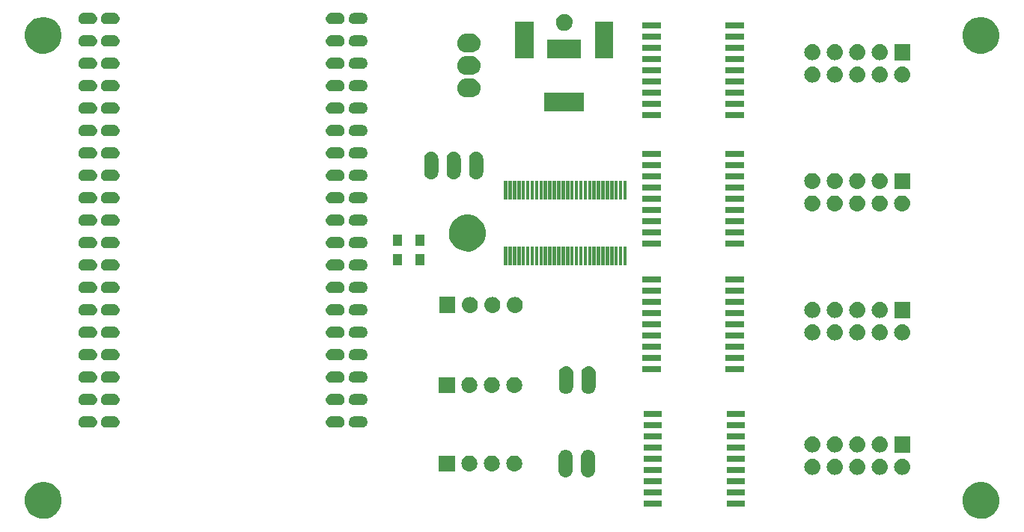
<source format=gts>
G04 #@! TF.FileFunction,Soldermask,Top*
%FSLAX46Y46*%
G04 Gerber Fmt 4.6, Leading zero omitted, Abs format (unit mm)*
G04 Created by KiCad (PCBNEW 4.0.6) date 06/27/17 09:44:02*
%MOMM*%
%LPD*%
G01*
G04 APERTURE LIST*
%ADD10C,0.100000*%
G04 APERTURE END LIST*
D10*
G36*
X90261681Y-140730885D02*
X90661645Y-140812986D01*
X91038040Y-140971208D01*
X91376539Y-141199527D01*
X91664244Y-141489249D01*
X91890195Y-141829331D01*
X92045785Y-142206822D01*
X92125024Y-142607006D01*
X92125024Y-142607020D01*
X92125089Y-142607349D01*
X92118577Y-143073706D01*
X92118501Y-143074040D01*
X92118501Y-143074052D01*
X92028122Y-143471860D01*
X91862050Y-143844864D01*
X91626693Y-144178504D01*
X91331007Y-144460081D01*
X90986271Y-144678857D01*
X90605600Y-144826511D01*
X90203504Y-144897410D01*
X89795292Y-144888860D01*
X89396509Y-144801182D01*
X89022360Y-144637720D01*
X88687084Y-144404697D01*
X88403452Y-144110987D01*
X88182274Y-143767786D01*
X88031968Y-143388156D01*
X87958260Y-142986557D01*
X87963962Y-142578297D01*
X88048851Y-142178921D01*
X88209700Y-141803634D01*
X88440377Y-141466740D01*
X88732099Y-141181064D01*
X89073749Y-140957494D01*
X89452320Y-140804541D01*
X89853386Y-140728034D01*
X90261681Y-140730885D01*
X90261681Y-140730885D01*
G37*
G36*
X196306681Y-140730885D02*
X196706645Y-140812986D01*
X197083040Y-140971208D01*
X197421539Y-141199527D01*
X197709244Y-141489249D01*
X197935195Y-141829331D01*
X198090785Y-142206822D01*
X198170024Y-142607006D01*
X198170024Y-142607020D01*
X198170089Y-142607349D01*
X198163577Y-143073706D01*
X198163501Y-143074040D01*
X198163501Y-143074052D01*
X198073122Y-143471860D01*
X197907050Y-143844864D01*
X197671693Y-144178504D01*
X197376007Y-144460081D01*
X197031271Y-144678857D01*
X196650600Y-144826511D01*
X196248504Y-144897410D01*
X195840292Y-144888860D01*
X195441509Y-144801182D01*
X195067360Y-144637720D01*
X194732084Y-144404697D01*
X194448452Y-144110987D01*
X194227274Y-143767786D01*
X194076968Y-143388156D01*
X194003260Y-142986557D01*
X194008962Y-142578297D01*
X194093851Y-142178921D01*
X194254700Y-141803634D01*
X194485377Y-141466740D01*
X194777099Y-141181064D01*
X195118749Y-140957494D01*
X195497320Y-140804541D01*
X195898386Y-140728034D01*
X196306681Y-140730885D01*
X196306681Y-140730885D01*
G37*
G36*
X169427600Y-143517100D02*
X167327600Y-143517100D01*
X167327600Y-142817100D01*
X169427600Y-142817100D01*
X169427600Y-143517100D01*
X169427600Y-143517100D01*
G37*
G36*
X160027600Y-143517100D02*
X157927600Y-143517100D01*
X157927600Y-142817100D01*
X160027600Y-142817100D01*
X160027600Y-143517100D01*
X160027600Y-143517100D01*
G37*
G36*
X160027600Y-142247100D02*
X157927600Y-142247100D01*
X157927600Y-141547100D01*
X160027600Y-141547100D01*
X160027600Y-142247100D01*
X160027600Y-142247100D01*
G37*
G36*
X169427600Y-142247100D02*
X167327600Y-142247100D01*
X167327600Y-141547100D01*
X169427600Y-141547100D01*
X169427600Y-142247100D01*
X169427600Y-142247100D01*
G37*
G36*
X160027600Y-140977100D02*
X157927600Y-140977100D01*
X157927600Y-140277100D01*
X160027600Y-140277100D01*
X160027600Y-140977100D01*
X160027600Y-140977100D01*
G37*
G36*
X169427600Y-140977100D02*
X167327600Y-140977100D01*
X167327600Y-140277100D01*
X169427600Y-140277100D01*
X169427600Y-140977100D01*
X169427600Y-140977100D01*
G37*
G36*
X149285219Y-137074410D02*
X149285233Y-137074414D01*
X149285268Y-137074418D01*
X149435350Y-137120876D01*
X149573550Y-137195601D01*
X149694604Y-137295745D01*
X149793902Y-137417496D01*
X149867660Y-137556214D01*
X149913069Y-137706617D01*
X149928400Y-137862976D01*
X149928400Y-139378024D01*
X149928322Y-139389264D01*
X149910809Y-139545393D01*
X149863304Y-139695147D01*
X149787616Y-139832822D01*
X149686629Y-139953175D01*
X149564188Y-140051619D01*
X149424958Y-140124407D01*
X149274242Y-140168765D01*
X149274212Y-140168768D01*
X149274194Y-140168773D01*
X149117782Y-140183007D01*
X148961581Y-140166590D01*
X148961567Y-140166586D01*
X148961532Y-140166582D01*
X148811450Y-140120124D01*
X148673250Y-140045399D01*
X148552196Y-139945255D01*
X148452898Y-139823504D01*
X148379140Y-139684786D01*
X148333731Y-139534383D01*
X148318400Y-139378024D01*
X148318400Y-137862976D01*
X148318478Y-137851736D01*
X148335991Y-137695607D01*
X148383496Y-137545853D01*
X148459184Y-137408178D01*
X148560171Y-137287825D01*
X148682612Y-137189381D01*
X148821842Y-137116593D01*
X148972558Y-137072235D01*
X148972588Y-137072232D01*
X148972606Y-137072227D01*
X149129018Y-137057993D01*
X149285219Y-137074410D01*
X149285219Y-137074410D01*
G37*
G36*
X151825219Y-137074410D02*
X151825233Y-137074414D01*
X151825268Y-137074418D01*
X151975350Y-137120876D01*
X152113550Y-137195601D01*
X152234604Y-137295745D01*
X152333902Y-137417496D01*
X152407660Y-137556214D01*
X152453069Y-137706617D01*
X152468400Y-137862976D01*
X152468400Y-139378024D01*
X152468322Y-139389264D01*
X152450809Y-139545393D01*
X152403304Y-139695147D01*
X152327616Y-139832822D01*
X152226629Y-139953175D01*
X152104188Y-140051619D01*
X151964958Y-140124407D01*
X151814242Y-140168765D01*
X151814212Y-140168768D01*
X151814194Y-140168773D01*
X151657782Y-140183007D01*
X151501581Y-140166590D01*
X151501567Y-140166586D01*
X151501532Y-140166582D01*
X151351450Y-140120124D01*
X151213250Y-140045399D01*
X151092196Y-139945255D01*
X150992898Y-139823504D01*
X150919140Y-139684786D01*
X150873731Y-139534383D01*
X150858400Y-139378024D01*
X150858400Y-137862976D01*
X150858478Y-137851736D01*
X150875991Y-137695607D01*
X150923496Y-137545853D01*
X150999184Y-137408178D01*
X151100171Y-137287825D01*
X151222612Y-137189381D01*
X151361842Y-137116593D01*
X151512558Y-137072235D01*
X151512588Y-137072232D01*
X151512606Y-137072227D01*
X151669018Y-137057993D01*
X151825219Y-137074410D01*
X151825219Y-137074410D01*
G37*
G36*
X182129596Y-138087950D02*
X182135177Y-138087989D01*
X182312369Y-138107864D01*
X182482326Y-138161778D01*
X182638575Y-138247676D01*
X182775163Y-138362288D01*
X182886889Y-138501246D01*
X182969496Y-138659259D01*
X183019839Y-138830308D01*
X183019843Y-138830347D01*
X183019845Y-138830355D01*
X183036001Y-139007876D01*
X183017368Y-139185155D01*
X183017365Y-139185164D01*
X183017361Y-139185205D01*
X182964635Y-139355534D01*
X182879830Y-139512379D01*
X182766175Y-139649764D01*
X182628000Y-139762457D01*
X182470567Y-139846165D01*
X182299874Y-139897701D01*
X182122421Y-139915100D01*
X182113544Y-139915100D01*
X182106404Y-139915050D01*
X182100823Y-139915011D01*
X181923631Y-139895136D01*
X181753674Y-139841222D01*
X181597425Y-139755324D01*
X181460837Y-139640712D01*
X181349111Y-139501754D01*
X181266504Y-139343741D01*
X181216161Y-139172692D01*
X181216157Y-139172653D01*
X181216155Y-139172645D01*
X181199999Y-138995124D01*
X181218632Y-138817845D01*
X181218635Y-138817836D01*
X181218639Y-138817795D01*
X181271365Y-138647466D01*
X181356170Y-138490621D01*
X181469825Y-138353236D01*
X181608000Y-138240543D01*
X181765433Y-138156835D01*
X181936126Y-138105299D01*
X182113579Y-138087900D01*
X182122456Y-138087900D01*
X182129596Y-138087950D01*
X182129596Y-138087950D01*
G37*
G36*
X187209596Y-138087950D02*
X187215177Y-138087989D01*
X187392369Y-138107864D01*
X187562326Y-138161778D01*
X187718575Y-138247676D01*
X187855163Y-138362288D01*
X187966889Y-138501246D01*
X188049496Y-138659259D01*
X188099839Y-138830308D01*
X188099843Y-138830347D01*
X188099845Y-138830355D01*
X188116001Y-139007876D01*
X188097368Y-139185155D01*
X188097365Y-139185164D01*
X188097361Y-139185205D01*
X188044635Y-139355534D01*
X187959830Y-139512379D01*
X187846175Y-139649764D01*
X187708000Y-139762457D01*
X187550567Y-139846165D01*
X187379874Y-139897701D01*
X187202421Y-139915100D01*
X187193544Y-139915100D01*
X187186404Y-139915050D01*
X187180823Y-139915011D01*
X187003631Y-139895136D01*
X186833674Y-139841222D01*
X186677425Y-139755324D01*
X186540837Y-139640712D01*
X186429111Y-139501754D01*
X186346504Y-139343741D01*
X186296161Y-139172692D01*
X186296157Y-139172653D01*
X186296155Y-139172645D01*
X186279999Y-138995124D01*
X186298632Y-138817845D01*
X186298635Y-138817836D01*
X186298639Y-138817795D01*
X186351365Y-138647466D01*
X186436170Y-138490621D01*
X186549825Y-138353236D01*
X186688000Y-138240543D01*
X186845433Y-138156835D01*
X187016126Y-138105299D01*
X187193579Y-138087900D01*
X187202456Y-138087900D01*
X187209596Y-138087950D01*
X187209596Y-138087950D01*
G37*
G36*
X184669596Y-138087950D02*
X184675177Y-138087989D01*
X184852369Y-138107864D01*
X185022326Y-138161778D01*
X185178575Y-138247676D01*
X185315163Y-138362288D01*
X185426889Y-138501246D01*
X185509496Y-138659259D01*
X185559839Y-138830308D01*
X185559843Y-138830347D01*
X185559845Y-138830355D01*
X185576001Y-139007876D01*
X185557368Y-139185155D01*
X185557365Y-139185164D01*
X185557361Y-139185205D01*
X185504635Y-139355534D01*
X185419830Y-139512379D01*
X185306175Y-139649764D01*
X185168000Y-139762457D01*
X185010567Y-139846165D01*
X184839874Y-139897701D01*
X184662421Y-139915100D01*
X184653544Y-139915100D01*
X184646404Y-139915050D01*
X184640823Y-139915011D01*
X184463631Y-139895136D01*
X184293674Y-139841222D01*
X184137425Y-139755324D01*
X184000837Y-139640712D01*
X183889111Y-139501754D01*
X183806504Y-139343741D01*
X183756161Y-139172692D01*
X183756157Y-139172653D01*
X183756155Y-139172645D01*
X183739999Y-138995124D01*
X183758632Y-138817845D01*
X183758635Y-138817836D01*
X183758639Y-138817795D01*
X183811365Y-138647466D01*
X183896170Y-138490621D01*
X184009825Y-138353236D01*
X184148000Y-138240543D01*
X184305433Y-138156835D01*
X184476126Y-138105299D01*
X184653579Y-138087900D01*
X184662456Y-138087900D01*
X184669596Y-138087950D01*
X184669596Y-138087950D01*
G37*
G36*
X179589596Y-138087950D02*
X179595177Y-138087989D01*
X179772369Y-138107864D01*
X179942326Y-138161778D01*
X180098575Y-138247676D01*
X180235163Y-138362288D01*
X180346889Y-138501246D01*
X180429496Y-138659259D01*
X180479839Y-138830308D01*
X180479843Y-138830347D01*
X180479845Y-138830355D01*
X180496001Y-139007876D01*
X180477368Y-139185155D01*
X180477365Y-139185164D01*
X180477361Y-139185205D01*
X180424635Y-139355534D01*
X180339830Y-139512379D01*
X180226175Y-139649764D01*
X180088000Y-139762457D01*
X179930567Y-139846165D01*
X179759874Y-139897701D01*
X179582421Y-139915100D01*
X179573544Y-139915100D01*
X179566404Y-139915050D01*
X179560823Y-139915011D01*
X179383631Y-139895136D01*
X179213674Y-139841222D01*
X179057425Y-139755324D01*
X178920837Y-139640712D01*
X178809111Y-139501754D01*
X178726504Y-139343741D01*
X178676161Y-139172692D01*
X178676157Y-139172653D01*
X178676155Y-139172645D01*
X178659999Y-138995124D01*
X178678632Y-138817845D01*
X178678635Y-138817836D01*
X178678639Y-138817795D01*
X178731365Y-138647466D01*
X178816170Y-138490621D01*
X178929825Y-138353236D01*
X179068000Y-138240543D01*
X179225433Y-138156835D01*
X179396126Y-138105299D01*
X179573579Y-138087900D01*
X179582456Y-138087900D01*
X179589596Y-138087950D01*
X179589596Y-138087950D01*
G37*
G36*
X177049596Y-138087950D02*
X177055177Y-138087989D01*
X177232369Y-138107864D01*
X177402326Y-138161778D01*
X177558575Y-138247676D01*
X177695163Y-138362288D01*
X177806889Y-138501246D01*
X177889496Y-138659259D01*
X177939839Y-138830308D01*
X177939843Y-138830347D01*
X177939845Y-138830355D01*
X177956001Y-139007876D01*
X177937368Y-139185155D01*
X177937365Y-139185164D01*
X177937361Y-139185205D01*
X177884635Y-139355534D01*
X177799830Y-139512379D01*
X177686175Y-139649764D01*
X177548000Y-139762457D01*
X177390567Y-139846165D01*
X177219874Y-139897701D01*
X177042421Y-139915100D01*
X177033544Y-139915100D01*
X177026404Y-139915050D01*
X177020823Y-139915011D01*
X176843631Y-139895136D01*
X176673674Y-139841222D01*
X176517425Y-139755324D01*
X176380837Y-139640712D01*
X176269111Y-139501754D01*
X176186504Y-139343741D01*
X176136161Y-139172692D01*
X176136157Y-139172653D01*
X176136155Y-139172645D01*
X176119999Y-138995124D01*
X176138632Y-138817845D01*
X176138635Y-138817836D01*
X176138639Y-138817795D01*
X176191365Y-138647466D01*
X176276170Y-138490621D01*
X176389825Y-138353236D01*
X176528000Y-138240543D01*
X176685433Y-138156835D01*
X176856126Y-138105299D01*
X177033579Y-138087900D01*
X177042456Y-138087900D01*
X177049596Y-138087950D01*
X177049596Y-138087950D01*
G37*
G36*
X169427600Y-139707100D02*
X167327600Y-139707100D01*
X167327600Y-139007100D01*
X169427600Y-139007100D01*
X169427600Y-139707100D01*
X169427600Y-139707100D01*
G37*
G36*
X160027600Y-139707100D02*
X157927600Y-139707100D01*
X157927600Y-139007100D01*
X160027600Y-139007100D01*
X160027600Y-139707100D01*
X160027600Y-139707100D01*
G37*
G36*
X140960422Y-137734521D02*
X140960427Y-137734522D01*
X140960470Y-137734527D01*
X141128264Y-137786468D01*
X141282774Y-137870011D01*
X141418114Y-137981974D01*
X141529129Y-138118093D01*
X141611591Y-138273182D01*
X141662360Y-138441334D01*
X141679500Y-138616145D01*
X141679500Y-138624855D01*
X141679412Y-138637421D01*
X141659833Y-138811976D01*
X141606722Y-138979403D01*
X141522102Y-139133325D01*
X141409197Y-139267880D01*
X141272307Y-139377943D01*
X141116646Y-139459320D01*
X140948143Y-139508914D01*
X140948109Y-139508917D01*
X140948096Y-139508921D01*
X140773220Y-139524836D01*
X140598578Y-139506479D01*
X140598573Y-139506478D01*
X140598530Y-139506473D01*
X140430736Y-139454532D01*
X140276226Y-139370989D01*
X140140886Y-139259026D01*
X140029871Y-139122907D01*
X139947409Y-138967818D01*
X139896640Y-138799666D01*
X139879500Y-138624855D01*
X139879500Y-138616145D01*
X139879588Y-138603579D01*
X139899167Y-138429024D01*
X139952278Y-138261597D01*
X140036898Y-138107675D01*
X140149803Y-137973120D01*
X140286693Y-137863057D01*
X140442354Y-137781680D01*
X140610857Y-137732086D01*
X140610891Y-137732083D01*
X140610904Y-137732079D01*
X140785780Y-137716164D01*
X140960422Y-137734521D01*
X140960422Y-137734521D01*
G37*
G36*
X138420422Y-137734521D02*
X138420427Y-137734522D01*
X138420470Y-137734527D01*
X138588264Y-137786468D01*
X138742774Y-137870011D01*
X138878114Y-137981974D01*
X138989129Y-138118093D01*
X139071591Y-138273182D01*
X139122360Y-138441334D01*
X139139500Y-138616145D01*
X139139500Y-138624855D01*
X139139412Y-138637421D01*
X139119833Y-138811976D01*
X139066722Y-138979403D01*
X138982102Y-139133325D01*
X138869197Y-139267880D01*
X138732307Y-139377943D01*
X138576646Y-139459320D01*
X138408143Y-139508914D01*
X138408109Y-139508917D01*
X138408096Y-139508921D01*
X138233220Y-139524836D01*
X138058578Y-139506479D01*
X138058573Y-139506478D01*
X138058530Y-139506473D01*
X137890736Y-139454532D01*
X137736226Y-139370989D01*
X137600886Y-139259026D01*
X137489871Y-139122907D01*
X137407409Y-138967818D01*
X137356640Y-138799666D01*
X137339500Y-138624855D01*
X137339500Y-138616145D01*
X137339588Y-138603579D01*
X137359167Y-138429024D01*
X137412278Y-138261597D01*
X137496898Y-138107675D01*
X137609803Y-137973120D01*
X137746693Y-137863057D01*
X137902354Y-137781680D01*
X138070857Y-137732086D01*
X138070891Y-137732083D01*
X138070904Y-137732079D01*
X138245780Y-137716164D01*
X138420422Y-137734521D01*
X138420422Y-137734521D01*
G37*
G36*
X143500422Y-137734521D02*
X143500427Y-137734522D01*
X143500470Y-137734527D01*
X143668264Y-137786468D01*
X143822774Y-137870011D01*
X143958114Y-137981974D01*
X144069129Y-138118093D01*
X144151591Y-138273182D01*
X144202360Y-138441334D01*
X144219500Y-138616145D01*
X144219500Y-138624855D01*
X144219412Y-138637421D01*
X144199833Y-138811976D01*
X144146722Y-138979403D01*
X144062102Y-139133325D01*
X143949197Y-139267880D01*
X143812307Y-139377943D01*
X143656646Y-139459320D01*
X143488143Y-139508914D01*
X143488109Y-139508917D01*
X143488096Y-139508921D01*
X143313220Y-139524836D01*
X143138578Y-139506479D01*
X143138573Y-139506478D01*
X143138530Y-139506473D01*
X142970736Y-139454532D01*
X142816226Y-139370989D01*
X142680886Y-139259026D01*
X142569871Y-139122907D01*
X142487409Y-138967818D01*
X142436640Y-138799666D01*
X142419500Y-138624855D01*
X142419500Y-138616145D01*
X142419588Y-138603579D01*
X142439167Y-138429024D01*
X142492278Y-138261597D01*
X142576898Y-138107675D01*
X142689803Y-137973120D01*
X142826693Y-137863057D01*
X142982354Y-137781680D01*
X143150857Y-137732086D01*
X143150891Y-137732083D01*
X143150904Y-137732079D01*
X143325780Y-137716164D01*
X143500422Y-137734521D01*
X143500422Y-137734521D01*
G37*
G36*
X136599500Y-139520500D02*
X134799500Y-139520500D01*
X134799500Y-137720500D01*
X136599500Y-137720500D01*
X136599500Y-139520500D01*
X136599500Y-139520500D01*
G37*
G36*
X169427600Y-138437100D02*
X167327600Y-138437100D01*
X167327600Y-137737100D01*
X169427600Y-137737100D01*
X169427600Y-138437100D01*
X169427600Y-138437100D01*
G37*
G36*
X160027600Y-138437100D02*
X157927600Y-138437100D01*
X157927600Y-137737100D01*
X160027600Y-137737100D01*
X160027600Y-138437100D01*
X160027600Y-138437100D01*
G37*
G36*
X188111600Y-137375100D02*
X186284400Y-137375100D01*
X186284400Y-135547900D01*
X188111600Y-135547900D01*
X188111600Y-137375100D01*
X188111600Y-137375100D01*
G37*
G36*
X184669596Y-135547950D02*
X184675177Y-135547989D01*
X184852369Y-135567864D01*
X185022326Y-135621778D01*
X185178575Y-135707676D01*
X185315163Y-135822288D01*
X185426889Y-135961246D01*
X185509496Y-136119259D01*
X185559839Y-136290308D01*
X185559843Y-136290347D01*
X185559845Y-136290355D01*
X185576001Y-136467876D01*
X185557368Y-136645155D01*
X185557365Y-136645164D01*
X185557361Y-136645205D01*
X185504635Y-136815534D01*
X185419830Y-136972379D01*
X185306175Y-137109764D01*
X185168000Y-137222457D01*
X185010567Y-137306165D01*
X184839874Y-137357701D01*
X184662421Y-137375100D01*
X184653544Y-137375100D01*
X184646404Y-137375050D01*
X184640823Y-137375011D01*
X184463631Y-137355136D01*
X184293674Y-137301222D01*
X184137425Y-137215324D01*
X184000837Y-137100712D01*
X183889111Y-136961754D01*
X183806504Y-136803741D01*
X183756161Y-136632692D01*
X183756157Y-136632653D01*
X183756155Y-136632645D01*
X183739999Y-136455124D01*
X183758632Y-136277845D01*
X183758635Y-136277836D01*
X183758639Y-136277795D01*
X183811365Y-136107466D01*
X183896170Y-135950621D01*
X184009825Y-135813236D01*
X184148000Y-135700543D01*
X184305433Y-135616835D01*
X184476126Y-135565299D01*
X184653579Y-135547900D01*
X184662456Y-135547900D01*
X184669596Y-135547950D01*
X184669596Y-135547950D01*
G37*
G36*
X182129596Y-135547950D02*
X182135177Y-135547989D01*
X182312369Y-135567864D01*
X182482326Y-135621778D01*
X182638575Y-135707676D01*
X182775163Y-135822288D01*
X182886889Y-135961246D01*
X182969496Y-136119259D01*
X183019839Y-136290308D01*
X183019843Y-136290347D01*
X183019845Y-136290355D01*
X183036001Y-136467876D01*
X183017368Y-136645155D01*
X183017365Y-136645164D01*
X183017361Y-136645205D01*
X182964635Y-136815534D01*
X182879830Y-136972379D01*
X182766175Y-137109764D01*
X182628000Y-137222457D01*
X182470567Y-137306165D01*
X182299874Y-137357701D01*
X182122421Y-137375100D01*
X182113544Y-137375100D01*
X182106404Y-137375050D01*
X182100823Y-137375011D01*
X181923631Y-137355136D01*
X181753674Y-137301222D01*
X181597425Y-137215324D01*
X181460837Y-137100712D01*
X181349111Y-136961754D01*
X181266504Y-136803741D01*
X181216161Y-136632692D01*
X181216157Y-136632653D01*
X181216155Y-136632645D01*
X181199999Y-136455124D01*
X181218632Y-136277845D01*
X181218635Y-136277836D01*
X181218639Y-136277795D01*
X181271365Y-136107466D01*
X181356170Y-135950621D01*
X181469825Y-135813236D01*
X181608000Y-135700543D01*
X181765433Y-135616835D01*
X181936126Y-135565299D01*
X182113579Y-135547900D01*
X182122456Y-135547900D01*
X182129596Y-135547950D01*
X182129596Y-135547950D01*
G37*
G36*
X179589596Y-135547950D02*
X179595177Y-135547989D01*
X179772369Y-135567864D01*
X179942326Y-135621778D01*
X180098575Y-135707676D01*
X180235163Y-135822288D01*
X180346889Y-135961246D01*
X180429496Y-136119259D01*
X180479839Y-136290308D01*
X180479843Y-136290347D01*
X180479845Y-136290355D01*
X180496001Y-136467876D01*
X180477368Y-136645155D01*
X180477365Y-136645164D01*
X180477361Y-136645205D01*
X180424635Y-136815534D01*
X180339830Y-136972379D01*
X180226175Y-137109764D01*
X180088000Y-137222457D01*
X179930567Y-137306165D01*
X179759874Y-137357701D01*
X179582421Y-137375100D01*
X179573544Y-137375100D01*
X179566404Y-137375050D01*
X179560823Y-137375011D01*
X179383631Y-137355136D01*
X179213674Y-137301222D01*
X179057425Y-137215324D01*
X178920837Y-137100712D01*
X178809111Y-136961754D01*
X178726504Y-136803741D01*
X178676161Y-136632692D01*
X178676157Y-136632653D01*
X178676155Y-136632645D01*
X178659999Y-136455124D01*
X178678632Y-136277845D01*
X178678635Y-136277836D01*
X178678639Y-136277795D01*
X178731365Y-136107466D01*
X178816170Y-135950621D01*
X178929825Y-135813236D01*
X179068000Y-135700543D01*
X179225433Y-135616835D01*
X179396126Y-135565299D01*
X179573579Y-135547900D01*
X179582456Y-135547900D01*
X179589596Y-135547950D01*
X179589596Y-135547950D01*
G37*
G36*
X177049596Y-135547950D02*
X177055177Y-135547989D01*
X177232369Y-135567864D01*
X177402326Y-135621778D01*
X177558575Y-135707676D01*
X177695163Y-135822288D01*
X177806889Y-135961246D01*
X177889496Y-136119259D01*
X177939839Y-136290308D01*
X177939843Y-136290347D01*
X177939845Y-136290355D01*
X177956001Y-136467876D01*
X177937368Y-136645155D01*
X177937365Y-136645164D01*
X177937361Y-136645205D01*
X177884635Y-136815534D01*
X177799830Y-136972379D01*
X177686175Y-137109764D01*
X177548000Y-137222457D01*
X177390567Y-137306165D01*
X177219874Y-137357701D01*
X177042421Y-137375100D01*
X177033544Y-137375100D01*
X177026404Y-137375050D01*
X177020823Y-137375011D01*
X176843631Y-137355136D01*
X176673674Y-137301222D01*
X176517425Y-137215324D01*
X176380837Y-137100712D01*
X176269111Y-136961754D01*
X176186504Y-136803741D01*
X176136161Y-136632692D01*
X176136157Y-136632653D01*
X176136155Y-136632645D01*
X176119999Y-136455124D01*
X176138632Y-136277845D01*
X176138635Y-136277836D01*
X176138639Y-136277795D01*
X176191365Y-136107466D01*
X176276170Y-135950621D01*
X176389825Y-135813236D01*
X176528000Y-135700543D01*
X176685433Y-135616835D01*
X176856126Y-135565299D01*
X177033579Y-135547900D01*
X177042456Y-135547900D01*
X177049596Y-135547950D01*
X177049596Y-135547950D01*
G37*
G36*
X169427600Y-137167100D02*
X167327600Y-137167100D01*
X167327600Y-136467100D01*
X169427600Y-136467100D01*
X169427600Y-137167100D01*
X169427600Y-137167100D01*
G37*
G36*
X160027600Y-137167100D02*
X157927600Y-137167100D01*
X157927600Y-136467100D01*
X160027600Y-136467100D01*
X160027600Y-137167100D01*
X160027600Y-137167100D01*
G37*
G36*
X169427600Y-135897100D02*
X167327600Y-135897100D01*
X167327600Y-135197100D01*
X169427600Y-135197100D01*
X169427600Y-135897100D01*
X169427600Y-135897100D01*
G37*
G36*
X160027600Y-135897100D02*
X157927600Y-135897100D01*
X157927600Y-135197100D01*
X160027600Y-135197100D01*
X160027600Y-135897100D01*
X160027600Y-135897100D01*
G37*
G36*
X169427600Y-134627100D02*
X167327600Y-134627100D01*
X167327600Y-133927100D01*
X169427600Y-133927100D01*
X169427600Y-134627100D01*
X169427600Y-134627100D01*
G37*
G36*
X160027600Y-134627100D02*
X157927600Y-134627100D01*
X157927600Y-133927100D01*
X160027600Y-133927100D01*
X160027600Y-134627100D01*
X160027600Y-134627100D01*
G37*
G36*
X98023972Y-133271541D02*
X98027156Y-133271563D01*
X98153224Y-133285704D01*
X98274143Y-133324062D01*
X98385310Y-133385176D01*
X98482488Y-133466719D01*
X98561978Y-133565584D01*
X98620751Y-133678006D01*
X98656568Y-133799702D01*
X98656572Y-133799741D01*
X98656574Y-133799749D01*
X98668067Y-133926036D01*
X98654812Y-134052151D01*
X98654809Y-134052160D01*
X98654805Y-134052201D01*
X98617292Y-134173385D01*
X98556955Y-134284975D01*
X98476093Y-134382721D01*
X98377786Y-134462899D01*
X98265777Y-134522455D01*
X98144333Y-134559121D01*
X98018081Y-134571500D01*
X97207882Y-134571500D01*
X97202028Y-134571459D01*
X97198844Y-134571437D01*
X97072776Y-134557296D01*
X96951857Y-134518938D01*
X96840690Y-134457824D01*
X96743512Y-134376281D01*
X96664022Y-134277416D01*
X96605249Y-134164994D01*
X96569432Y-134043298D01*
X96569428Y-134043259D01*
X96569426Y-134043251D01*
X96557933Y-133916964D01*
X96571188Y-133790849D01*
X96571191Y-133790840D01*
X96571195Y-133790799D01*
X96608708Y-133669615D01*
X96669045Y-133558025D01*
X96749907Y-133460279D01*
X96848214Y-133380101D01*
X96960223Y-133320545D01*
X97081667Y-133283879D01*
X97207919Y-133271500D01*
X98018118Y-133271500D01*
X98023972Y-133271541D01*
X98023972Y-133271541D01*
G37*
G36*
X123473972Y-133271541D02*
X123477156Y-133271563D01*
X123603224Y-133285704D01*
X123724143Y-133324062D01*
X123835310Y-133385176D01*
X123932488Y-133466719D01*
X124011978Y-133565584D01*
X124070751Y-133678006D01*
X124106568Y-133799702D01*
X124106572Y-133799741D01*
X124106574Y-133799749D01*
X124118067Y-133926036D01*
X124104812Y-134052151D01*
X124104809Y-134052160D01*
X124104805Y-134052201D01*
X124067292Y-134173385D01*
X124006955Y-134284975D01*
X123926093Y-134382721D01*
X123827786Y-134462899D01*
X123715777Y-134522455D01*
X123594333Y-134559121D01*
X123468081Y-134571500D01*
X122657882Y-134571500D01*
X122652028Y-134571459D01*
X122648844Y-134571437D01*
X122522776Y-134557296D01*
X122401857Y-134518938D01*
X122290690Y-134457824D01*
X122193512Y-134376281D01*
X122114022Y-134277416D01*
X122055249Y-134164994D01*
X122019432Y-134043298D01*
X122019428Y-134043259D01*
X122019426Y-134043251D01*
X122007933Y-133916964D01*
X122021188Y-133790849D01*
X122021191Y-133790840D01*
X122021195Y-133790799D01*
X122058708Y-133669615D01*
X122119045Y-133558025D01*
X122199907Y-133460279D01*
X122298214Y-133380101D01*
X122410223Y-133320545D01*
X122531667Y-133283879D01*
X122657919Y-133271500D01*
X123468118Y-133271500D01*
X123473972Y-133271541D01*
X123473972Y-133271541D01*
G37*
G36*
X95483972Y-133271541D02*
X95487156Y-133271563D01*
X95613224Y-133285704D01*
X95734143Y-133324062D01*
X95845310Y-133385176D01*
X95942488Y-133466719D01*
X96021978Y-133565584D01*
X96080751Y-133678006D01*
X96116568Y-133799702D01*
X96116572Y-133799741D01*
X96116574Y-133799749D01*
X96128067Y-133926036D01*
X96114812Y-134052151D01*
X96114809Y-134052160D01*
X96114805Y-134052201D01*
X96077292Y-134173385D01*
X96016955Y-134284975D01*
X95936093Y-134382721D01*
X95837786Y-134462899D01*
X95725777Y-134522455D01*
X95604333Y-134559121D01*
X95478081Y-134571500D01*
X94667882Y-134571500D01*
X94662028Y-134571459D01*
X94658844Y-134571437D01*
X94532776Y-134557296D01*
X94411857Y-134518938D01*
X94300690Y-134457824D01*
X94203512Y-134376281D01*
X94124022Y-134277416D01*
X94065249Y-134164994D01*
X94029432Y-134043298D01*
X94029428Y-134043259D01*
X94029426Y-134043251D01*
X94017933Y-133916964D01*
X94031188Y-133790849D01*
X94031191Y-133790840D01*
X94031195Y-133790799D01*
X94068708Y-133669615D01*
X94129045Y-133558025D01*
X94209907Y-133460279D01*
X94308214Y-133380101D01*
X94420223Y-133320545D01*
X94541667Y-133283879D01*
X94667919Y-133271500D01*
X95478118Y-133271500D01*
X95483972Y-133271541D01*
X95483972Y-133271541D01*
G37*
G36*
X126063972Y-133271541D02*
X126067156Y-133271563D01*
X126193224Y-133285704D01*
X126314143Y-133324062D01*
X126425310Y-133385176D01*
X126522488Y-133466719D01*
X126601978Y-133565584D01*
X126660751Y-133678006D01*
X126696568Y-133799702D01*
X126696572Y-133799741D01*
X126696574Y-133799749D01*
X126708067Y-133926036D01*
X126694812Y-134052151D01*
X126694809Y-134052160D01*
X126694805Y-134052201D01*
X126657292Y-134173385D01*
X126596955Y-134284975D01*
X126516093Y-134382721D01*
X126417786Y-134462899D01*
X126305777Y-134522455D01*
X126184333Y-134559121D01*
X126058081Y-134571500D01*
X125247882Y-134571500D01*
X125242028Y-134571459D01*
X125238844Y-134571437D01*
X125112776Y-134557296D01*
X124991857Y-134518938D01*
X124880690Y-134457824D01*
X124783512Y-134376281D01*
X124704022Y-134277416D01*
X124645249Y-134164994D01*
X124609432Y-134043298D01*
X124609428Y-134043259D01*
X124609426Y-134043251D01*
X124597933Y-133916964D01*
X124611188Y-133790849D01*
X124611191Y-133790840D01*
X124611195Y-133790799D01*
X124648708Y-133669615D01*
X124709045Y-133558025D01*
X124789907Y-133460279D01*
X124888214Y-133380101D01*
X125000223Y-133320545D01*
X125121667Y-133283879D01*
X125247919Y-133271500D01*
X126058118Y-133271500D01*
X126063972Y-133271541D01*
X126063972Y-133271541D01*
G37*
G36*
X169427600Y-133357100D02*
X167327600Y-133357100D01*
X167327600Y-132657100D01*
X169427600Y-132657100D01*
X169427600Y-133357100D01*
X169427600Y-133357100D01*
G37*
G36*
X160027600Y-133357100D02*
X157927600Y-133357100D01*
X157927600Y-132657100D01*
X160027600Y-132657100D01*
X160027600Y-133357100D01*
X160027600Y-133357100D01*
G37*
G36*
X126063972Y-130731541D02*
X126067156Y-130731563D01*
X126193224Y-130745704D01*
X126314143Y-130784062D01*
X126425310Y-130845176D01*
X126522488Y-130926719D01*
X126601978Y-131025584D01*
X126660751Y-131138006D01*
X126696568Y-131259702D01*
X126696572Y-131259741D01*
X126696574Y-131259749D01*
X126708067Y-131386036D01*
X126694812Y-131512151D01*
X126694809Y-131512160D01*
X126694805Y-131512201D01*
X126657292Y-131633385D01*
X126596955Y-131744975D01*
X126516093Y-131842721D01*
X126417786Y-131922899D01*
X126305777Y-131982455D01*
X126184333Y-132019121D01*
X126058081Y-132031500D01*
X125247882Y-132031500D01*
X125242028Y-132031459D01*
X125238844Y-132031437D01*
X125112776Y-132017296D01*
X124991857Y-131978938D01*
X124880690Y-131917824D01*
X124783512Y-131836281D01*
X124704022Y-131737416D01*
X124645249Y-131624994D01*
X124609432Y-131503298D01*
X124609428Y-131503259D01*
X124609426Y-131503251D01*
X124597933Y-131376964D01*
X124611188Y-131250849D01*
X124611191Y-131250840D01*
X124611195Y-131250799D01*
X124648708Y-131129615D01*
X124709045Y-131018025D01*
X124789907Y-130920279D01*
X124888214Y-130840101D01*
X125000223Y-130780545D01*
X125121667Y-130743879D01*
X125247919Y-130731500D01*
X126058118Y-130731500D01*
X126063972Y-130731541D01*
X126063972Y-130731541D01*
G37*
G36*
X123473972Y-130731541D02*
X123477156Y-130731563D01*
X123603224Y-130745704D01*
X123724143Y-130784062D01*
X123835310Y-130845176D01*
X123932488Y-130926719D01*
X124011978Y-131025584D01*
X124070751Y-131138006D01*
X124106568Y-131259702D01*
X124106572Y-131259741D01*
X124106574Y-131259749D01*
X124118067Y-131386036D01*
X124104812Y-131512151D01*
X124104809Y-131512160D01*
X124104805Y-131512201D01*
X124067292Y-131633385D01*
X124006955Y-131744975D01*
X123926093Y-131842721D01*
X123827786Y-131922899D01*
X123715777Y-131982455D01*
X123594333Y-132019121D01*
X123468081Y-132031500D01*
X122657882Y-132031500D01*
X122652028Y-132031459D01*
X122648844Y-132031437D01*
X122522776Y-132017296D01*
X122401857Y-131978938D01*
X122290690Y-131917824D01*
X122193512Y-131836281D01*
X122114022Y-131737416D01*
X122055249Y-131624994D01*
X122019432Y-131503298D01*
X122019428Y-131503259D01*
X122019426Y-131503251D01*
X122007933Y-131376964D01*
X122021188Y-131250849D01*
X122021191Y-131250840D01*
X122021195Y-131250799D01*
X122058708Y-131129615D01*
X122119045Y-131018025D01*
X122199907Y-130920279D01*
X122298214Y-130840101D01*
X122410223Y-130780545D01*
X122531667Y-130743879D01*
X122657919Y-130731500D01*
X123468118Y-130731500D01*
X123473972Y-130731541D01*
X123473972Y-130731541D01*
G37*
G36*
X98023972Y-130731541D02*
X98027156Y-130731563D01*
X98153224Y-130745704D01*
X98274143Y-130784062D01*
X98385310Y-130845176D01*
X98482488Y-130926719D01*
X98561978Y-131025584D01*
X98620751Y-131138006D01*
X98656568Y-131259702D01*
X98656572Y-131259741D01*
X98656574Y-131259749D01*
X98668067Y-131386036D01*
X98654812Y-131512151D01*
X98654809Y-131512160D01*
X98654805Y-131512201D01*
X98617292Y-131633385D01*
X98556955Y-131744975D01*
X98476093Y-131842721D01*
X98377786Y-131922899D01*
X98265777Y-131982455D01*
X98144333Y-132019121D01*
X98018081Y-132031500D01*
X97207882Y-132031500D01*
X97202028Y-132031459D01*
X97198844Y-132031437D01*
X97072776Y-132017296D01*
X96951857Y-131978938D01*
X96840690Y-131917824D01*
X96743512Y-131836281D01*
X96664022Y-131737416D01*
X96605249Y-131624994D01*
X96569432Y-131503298D01*
X96569428Y-131503259D01*
X96569426Y-131503251D01*
X96557933Y-131376964D01*
X96571188Y-131250849D01*
X96571191Y-131250840D01*
X96571195Y-131250799D01*
X96608708Y-131129615D01*
X96669045Y-131018025D01*
X96749907Y-130920279D01*
X96848214Y-130840101D01*
X96960223Y-130780545D01*
X97081667Y-130743879D01*
X97207919Y-130731500D01*
X98018118Y-130731500D01*
X98023972Y-130731541D01*
X98023972Y-130731541D01*
G37*
G36*
X95483972Y-130731541D02*
X95487156Y-130731563D01*
X95613224Y-130745704D01*
X95734143Y-130784062D01*
X95845310Y-130845176D01*
X95942488Y-130926719D01*
X96021978Y-131025584D01*
X96080751Y-131138006D01*
X96116568Y-131259702D01*
X96116572Y-131259741D01*
X96116574Y-131259749D01*
X96128067Y-131386036D01*
X96114812Y-131512151D01*
X96114809Y-131512160D01*
X96114805Y-131512201D01*
X96077292Y-131633385D01*
X96016955Y-131744975D01*
X95936093Y-131842721D01*
X95837786Y-131922899D01*
X95725777Y-131982455D01*
X95604333Y-132019121D01*
X95478081Y-132031500D01*
X94667882Y-132031500D01*
X94662028Y-132031459D01*
X94658844Y-132031437D01*
X94532776Y-132017296D01*
X94411857Y-131978938D01*
X94300690Y-131917824D01*
X94203512Y-131836281D01*
X94124022Y-131737416D01*
X94065249Y-131624994D01*
X94029432Y-131503298D01*
X94029428Y-131503259D01*
X94029426Y-131503251D01*
X94017933Y-131376964D01*
X94031188Y-131250849D01*
X94031191Y-131250840D01*
X94031195Y-131250799D01*
X94068708Y-131129615D01*
X94129045Y-131018025D01*
X94209907Y-130920279D01*
X94308214Y-130840101D01*
X94420223Y-130780545D01*
X94541667Y-130743879D01*
X94667919Y-130731500D01*
X95478118Y-130731500D01*
X95483972Y-130731541D01*
X95483972Y-130731541D01*
G37*
G36*
X149336019Y-127625610D02*
X149336033Y-127625614D01*
X149336068Y-127625618D01*
X149486150Y-127672076D01*
X149624350Y-127746801D01*
X149745404Y-127846945D01*
X149844702Y-127968696D01*
X149918460Y-128107414D01*
X149963869Y-128257817D01*
X149979200Y-128414176D01*
X149979200Y-129929224D01*
X149979122Y-129940464D01*
X149961609Y-130096593D01*
X149914104Y-130246347D01*
X149838416Y-130384022D01*
X149737429Y-130504375D01*
X149614988Y-130602819D01*
X149475758Y-130675607D01*
X149325042Y-130719965D01*
X149325012Y-130719968D01*
X149324994Y-130719973D01*
X149168582Y-130734207D01*
X149012381Y-130717790D01*
X149012367Y-130717786D01*
X149012332Y-130717782D01*
X148862250Y-130671324D01*
X148724050Y-130596599D01*
X148602996Y-130496455D01*
X148503698Y-130374704D01*
X148429940Y-130235986D01*
X148384531Y-130085583D01*
X148369200Y-129929224D01*
X148369200Y-128414176D01*
X148369278Y-128402936D01*
X148386791Y-128246807D01*
X148434296Y-128097053D01*
X148509984Y-127959378D01*
X148610971Y-127839025D01*
X148733412Y-127740581D01*
X148872642Y-127667793D01*
X149023358Y-127623435D01*
X149023388Y-127623432D01*
X149023406Y-127623427D01*
X149179818Y-127609193D01*
X149336019Y-127625610D01*
X149336019Y-127625610D01*
G37*
G36*
X151876019Y-127625610D02*
X151876033Y-127625614D01*
X151876068Y-127625618D01*
X152026150Y-127672076D01*
X152164350Y-127746801D01*
X152285404Y-127846945D01*
X152384702Y-127968696D01*
X152458460Y-128107414D01*
X152503869Y-128257817D01*
X152519200Y-128414176D01*
X152519200Y-129929224D01*
X152519122Y-129940464D01*
X152501609Y-130096593D01*
X152454104Y-130246347D01*
X152378416Y-130384022D01*
X152277429Y-130504375D01*
X152154988Y-130602819D01*
X152015758Y-130675607D01*
X151865042Y-130719965D01*
X151865012Y-130719968D01*
X151864994Y-130719973D01*
X151708582Y-130734207D01*
X151552381Y-130717790D01*
X151552367Y-130717786D01*
X151552332Y-130717782D01*
X151402250Y-130671324D01*
X151264050Y-130596599D01*
X151142996Y-130496455D01*
X151043698Y-130374704D01*
X150969940Y-130235986D01*
X150924531Y-130085583D01*
X150909200Y-129929224D01*
X150909200Y-128414176D01*
X150909278Y-128402936D01*
X150926791Y-128246807D01*
X150974296Y-128097053D01*
X151049984Y-127959378D01*
X151150971Y-127839025D01*
X151273412Y-127740581D01*
X151412642Y-127667793D01*
X151563358Y-127623435D01*
X151563388Y-127623432D01*
X151563406Y-127623427D01*
X151719818Y-127609193D01*
X151876019Y-127625610D01*
X151876019Y-127625610D01*
G37*
G36*
X138420422Y-128844521D02*
X138420427Y-128844522D01*
X138420470Y-128844527D01*
X138588264Y-128896468D01*
X138742774Y-128980011D01*
X138878114Y-129091974D01*
X138989129Y-129228093D01*
X139071591Y-129383182D01*
X139122360Y-129551334D01*
X139139500Y-129726145D01*
X139139500Y-129734855D01*
X139139412Y-129747421D01*
X139119833Y-129921976D01*
X139066722Y-130089403D01*
X138982102Y-130243325D01*
X138869197Y-130377880D01*
X138732307Y-130487943D01*
X138576646Y-130569320D01*
X138408143Y-130618914D01*
X138408109Y-130618917D01*
X138408096Y-130618921D01*
X138233220Y-130634836D01*
X138058578Y-130616479D01*
X138058573Y-130616478D01*
X138058530Y-130616473D01*
X137890736Y-130564532D01*
X137736226Y-130480989D01*
X137600886Y-130369026D01*
X137489871Y-130232907D01*
X137407409Y-130077818D01*
X137356640Y-129909666D01*
X137339500Y-129734855D01*
X137339500Y-129726145D01*
X137339588Y-129713579D01*
X137359167Y-129539024D01*
X137412278Y-129371597D01*
X137496898Y-129217675D01*
X137609803Y-129083120D01*
X137746693Y-128973057D01*
X137902354Y-128891680D01*
X138070857Y-128842086D01*
X138070891Y-128842083D01*
X138070904Y-128842079D01*
X138245780Y-128826164D01*
X138420422Y-128844521D01*
X138420422Y-128844521D01*
G37*
G36*
X140960422Y-128844521D02*
X140960427Y-128844522D01*
X140960470Y-128844527D01*
X141128264Y-128896468D01*
X141282774Y-128980011D01*
X141418114Y-129091974D01*
X141529129Y-129228093D01*
X141611591Y-129383182D01*
X141662360Y-129551334D01*
X141679500Y-129726145D01*
X141679500Y-129734855D01*
X141679412Y-129747421D01*
X141659833Y-129921976D01*
X141606722Y-130089403D01*
X141522102Y-130243325D01*
X141409197Y-130377880D01*
X141272307Y-130487943D01*
X141116646Y-130569320D01*
X140948143Y-130618914D01*
X140948109Y-130618917D01*
X140948096Y-130618921D01*
X140773220Y-130634836D01*
X140598578Y-130616479D01*
X140598573Y-130616478D01*
X140598530Y-130616473D01*
X140430736Y-130564532D01*
X140276226Y-130480989D01*
X140140886Y-130369026D01*
X140029871Y-130232907D01*
X139947409Y-130077818D01*
X139896640Y-129909666D01*
X139879500Y-129734855D01*
X139879500Y-129726145D01*
X139879588Y-129713579D01*
X139899167Y-129539024D01*
X139952278Y-129371597D01*
X140036898Y-129217675D01*
X140149803Y-129083120D01*
X140286693Y-128973057D01*
X140442354Y-128891680D01*
X140610857Y-128842086D01*
X140610891Y-128842083D01*
X140610904Y-128842079D01*
X140785780Y-128826164D01*
X140960422Y-128844521D01*
X140960422Y-128844521D01*
G37*
G36*
X143500422Y-128844521D02*
X143500427Y-128844522D01*
X143500470Y-128844527D01*
X143668264Y-128896468D01*
X143822774Y-128980011D01*
X143958114Y-129091974D01*
X144069129Y-129228093D01*
X144151591Y-129383182D01*
X144202360Y-129551334D01*
X144219500Y-129726145D01*
X144219500Y-129734855D01*
X144219412Y-129747421D01*
X144199833Y-129921976D01*
X144146722Y-130089403D01*
X144062102Y-130243325D01*
X143949197Y-130377880D01*
X143812307Y-130487943D01*
X143656646Y-130569320D01*
X143488143Y-130618914D01*
X143488109Y-130618917D01*
X143488096Y-130618921D01*
X143313220Y-130634836D01*
X143138578Y-130616479D01*
X143138573Y-130616478D01*
X143138530Y-130616473D01*
X142970736Y-130564532D01*
X142816226Y-130480989D01*
X142680886Y-130369026D01*
X142569871Y-130232907D01*
X142487409Y-130077818D01*
X142436640Y-129909666D01*
X142419500Y-129734855D01*
X142419500Y-129726145D01*
X142419588Y-129713579D01*
X142439167Y-129539024D01*
X142492278Y-129371597D01*
X142576898Y-129217675D01*
X142689803Y-129083120D01*
X142826693Y-128973057D01*
X142982354Y-128891680D01*
X143150857Y-128842086D01*
X143150891Y-128842083D01*
X143150904Y-128842079D01*
X143325780Y-128826164D01*
X143500422Y-128844521D01*
X143500422Y-128844521D01*
G37*
G36*
X136599500Y-130630500D02*
X134799500Y-130630500D01*
X134799500Y-128830500D01*
X136599500Y-128830500D01*
X136599500Y-130630500D01*
X136599500Y-130630500D01*
G37*
G36*
X126063972Y-128191541D02*
X126067156Y-128191563D01*
X126193224Y-128205704D01*
X126314143Y-128244062D01*
X126425310Y-128305176D01*
X126522488Y-128386719D01*
X126601978Y-128485584D01*
X126660751Y-128598006D01*
X126696568Y-128719702D01*
X126696572Y-128719741D01*
X126696574Y-128719749D01*
X126708067Y-128846036D01*
X126694812Y-128972151D01*
X126694809Y-128972160D01*
X126694805Y-128972201D01*
X126657292Y-129093385D01*
X126596955Y-129204975D01*
X126516093Y-129302721D01*
X126417786Y-129382899D01*
X126305777Y-129442455D01*
X126184333Y-129479121D01*
X126058081Y-129491500D01*
X125247882Y-129491500D01*
X125242028Y-129491459D01*
X125238844Y-129491437D01*
X125112776Y-129477296D01*
X124991857Y-129438938D01*
X124880690Y-129377824D01*
X124783512Y-129296281D01*
X124704022Y-129197416D01*
X124645249Y-129084994D01*
X124609432Y-128963298D01*
X124609428Y-128963259D01*
X124609426Y-128963251D01*
X124597933Y-128836964D01*
X124611188Y-128710849D01*
X124611191Y-128710840D01*
X124611195Y-128710799D01*
X124648708Y-128589615D01*
X124709045Y-128478025D01*
X124789907Y-128380279D01*
X124888214Y-128300101D01*
X125000223Y-128240545D01*
X125121667Y-128203879D01*
X125247919Y-128191500D01*
X126058118Y-128191500D01*
X126063972Y-128191541D01*
X126063972Y-128191541D01*
G37*
G36*
X123473972Y-128191541D02*
X123477156Y-128191563D01*
X123603224Y-128205704D01*
X123724143Y-128244062D01*
X123835310Y-128305176D01*
X123932488Y-128386719D01*
X124011978Y-128485584D01*
X124070751Y-128598006D01*
X124106568Y-128719702D01*
X124106572Y-128719741D01*
X124106574Y-128719749D01*
X124118067Y-128846036D01*
X124104812Y-128972151D01*
X124104809Y-128972160D01*
X124104805Y-128972201D01*
X124067292Y-129093385D01*
X124006955Y-129204975D01*
X123926093Y-129302721D01*
X123827786Y-129382899D01*
X123715777Y-129442455D01*
X123594333Y-129479121D01*
X123468081Y-129491500D01*
X122657882Y-129491500D01*
X122652028Y-129491459D01*
X122648844Y-129491437D01*
X122522776Y-129477296D01*
X122401857Y-129438938D01*
X122290690Y-129377824D01*
X122193512Y-129296281D01*
X122114022Y-129197416D01*
X122055249Y-129084994D01*
X122019432Y-128963298D01*
X122019428Y-128963259D01*
X122019426Y-128963251D01*
X122007933Y-128836964D01*
X122021188Y-128710849D01*
X122021191Y-128710840D01*
X122021195Y-128710799D01*
X122058708Y-128589615D01*
X122119045Y-128478025D01*
X122199907Y-128380279D01*
X122298214Y-128300101D01*
X122410223Y-128240545D01*
X122531667Y-128203879D01*
X122657919Y-128191500D01*
X123468118Y-128191500D01*
X123473972Y-128191541D01*
X123473972Y-128191541D01*
G37*
G36*
X98023972Y-128191541D02*
X98027156Y-128191563D01*
X98153224Y-128205704D01*
X98274143Y-128244062D01*
X98385310Y-128305176D01*
X98482488Y-128386719D01*
X98561978Y-128485584D01*
X98620751Y-128598006D01*
X98656568Y-128719702D01*
X98656572Y-128719741D01*
X98656574Y-128719749D01*
X98668067Y-128846036D01*
X98654812Y-128972151D01*
X98654809Y-128972160D01*
X98654805Y-128972201D01*
X98617292Y-129093385D01*
X98556955Y-129204975D01*
X98476093Y-129302721D01*
X98377786Y-129382899D01*
X98265777Y-129442455D01*
X98144333Y-129479121D01*
X98018081Y-129491500D01*
X97207882Y-129491500D01*
X97202028Y-129491459D01*
X97198844Y-129491437D01*
X97072776Y-129477296D01*
X96951857Y-129438938D01*
X96840690Y-129377824D01*
X96743512Y-129296281D01*
X96664022Y-129197416D01*
X96605249Y-129084994D01*
X96569432Y-128963298D01*
X96569428Y-128963259D01*
X96569426Y-128963251D01*
X96557933Y-128836964D01*
X96571188Y-128710849D01*
X96571191Y-128710840D01*
X96571195Y-128710799D01*
X96608708Y-128589615D01*
X96669045Y-128478025D01*
X96749907Y-128380279D01*
X96848214Y-128300101D01*
X96960223Y-128240545D01*
X97081667Y-128203879D01*
X97207919Y-128191500D01*
X98018118Y-128191500D01*
X98023972Y-128191541D01*
X98023972Y-128191541D01*
G37*
G36*
X95483972Y-128191541D02*
X95487156Y-128191563D01*
X95613224Y-128205704D01*
X95734143Y-128244062D01*
X95845310Y-128305176D01*
X95942488Y-128386719D01*
X96021978Y-128485584D01*
X96080751Y-128598006D01*
X96116568Y-128719702D01*
X96116572Y-128719741D01*
X96116574Y-128719749D01*
X96128067Y-128846036D01*
X96114812Y-128972151D01*
X96114809Y-128972160D01*
X96114805Y-128972201D01*
X96077292Y-129093385D01*
X96016955Y-129204975D01*
X95936093Y-129302721D01*
X95837786Y-129382899D01*
X95725777Y-129442455D01*
X95604333Y-129479121D01*
X95478081Y-129491500D01*
X94667882Y-129491500D01*
X94662028Y-129491459D01*
X94658844Y-129491437D01*
X94532776Y-129477296D01*
X94411857Y-129438938D01*
X94300690Y-129377824D01*
X94203512Y-129296281D01*
X94124022Y-129197416D01*
X94065249Y-129084994D01*
X94029432Y-128963298D01*
X94029428Y-128963259D01*
X94029426Y-128963251D01*
X94017933Y-128836964D01*
X94031188Y-128710849D01*
X94031191Y-128710840D01*
X94031195Y-128710799D01*
X94068708Y-128589615D01*
X94129045Y-128478025D01*
X94209907Y-128380279D01*
X94308214Y-128300101D01*
X94420223Y-128240545D01*
X94541667Y-128203879D01*
X94667919Y-128191500D01*
X95478118Y-128191500D01*
X95483972Y-128191541D01*
X95483972Y-128191541D01*
G37*
G36*
X169300600Y-128302500D02*
X167200600Y-128302500D01*
X167200600Y-127602500D01*
X169300600Y-127602500D01*
X169300600Y-128302500D01*
X169300600Y-128302500D01*
G37*
G36*
X159900600Y-128302500D02*
X157800600Y-128302500D01*
X157800600Y-127602500D01*
X159900600Y-127602500D01*
X159900600Y-128302500D01*
X159900600Y-128302500D01*
G37*
G36*
X159900600Y-127032500D02*
X157800600Y-127032500D01*
X157800600Y-126332500D01*
X159900600Y-126332500D01*
X159900600Y-127032500D01*
X159900600Y-127032500D01*
G37*
G36*
X169300600Y-127032500D02*
X167200600Y-127032500D01*
X167200600Y-126332500D01*
X169300600Y-126332500D01*
X169300600Y-127032500D01*
X169300600Y-127032500D01*
G37*
G36*
X123473972Y-125651541D02*
X123477156Y-125651563D01*
X123603224Y-125665704D01*
X123724143Y-125704062D01*
X123835310Y-125765176D01*
X123932488Y-125846719D01*
X124011978Y-125945584D01*
X124070751Y-126058006D01*
X124106568Y-126179702D01*
X124106572Y-126179741D01*
X124106574Y-126179749D01*
X124118067Y-126306036D01*
X124104812Y-126432151D01*
X124104809Y-126432160D01*
X124104805Y-126432201D01*
X124067292Y-126553385D01*
X124006955Y-126664975D01*
X123926093Y-126762721D01*
X123827786Y-126842899D01*
X123715777Y-126902455D01*
X123594333Y-126939121D01*
X123468081Y-126951500D01*
X122657882Y-126951500D01*
X122652028Y-126951459D01*
X122648844Y-126951437D01*
X122522776Y-126937296D01*
X122401857Y-126898938D01*
X122290690Y-126837824D01*
X122193512Y-126756281D01*
X122114022Y-126657416D01*
X122055249Y-126544994D01*
X122019432Y-126423298D01*
X122019428Y-126423259D01*
X122019426Y-126423251D01*
X122007933Y-126296964D01*
X122021188Y-126170849D01*
X122021191Y-126170840D01*
X122021195Y-126170799D01*
X122058708Y-126049615D01*
X122119045Y-125938025D01*
X122199907Y-125840279D01*
X122298214Y-125760101D01*
X122410223Y-125700545D01*
X122531667Y-125663879D01*
X122657919Y-125651500D01*
X123468118Y-125651500D01*
X123473972Y-125651541D01*
X123473972Y-125651541D01*
G37*
G36*
X98023972Y-125651541D02*
X98027156Y-125651563D01*
X98153224Y-125665704D01*
X98274143Y-125704062D01*
X98385310Y-125765176D01*
X98482488Y-125846719D01*
X98561978Y-125945584D01*
X98620751Y-126058006D01*
X98656568Y-126179702D01*
X98656572Y-126179741D01*
X98656574Y-126179749D01*
X98668067Y-126306036D01*
X98654812Y-126432151D01*
X98654809Y-126432160D01*
X98654805Y-126432201D01*
X98617292Y-126553385D01*
X98556955Y-126664975D01*
X98476093Y-126762721D01*
X98377786Y-126842899D01*
X98265777Y-126902455D01*
X98144333Y-126939121D01*
X98018081Y-126951500D01*
X97207882Y-126951500D01*
X97202028Y-126951459D01*
X97198844Y-126951437D01*
X97072776Y-126937296D01*
X96951857Y-126898938D01*
X96840690Y-126837824D01*
X96743512Y-126756281D01*
X96664022Y-126657416D01*
X96605249Y-126544994D01*
X96569432Y-126423298D01*
X96569428Y-126423259D01*
X96569426Y-126423251D01*
X96557933Y-126296964D01*
X96571188Y-126170849D01*
X96571191Y-126170840D01*
X96571195Y-126170799D01*
X96608708Y-126049615D01*
X96669045Y-125938025D01*
X96749907Y-125840279D01*
X96848214Y-125760101D01*
X96960223Y-125700545D01*
X97081667Y-125663879D01*
X97207919Y-125651500D01*
X98018118Y-125651500D01*
X98023972Y-125651541D01*
X98023972Y-125651541D01*
G37*
G36*
X95483972Y-125651541D02*
X95487156Y-125651563D01*
X95613224Y-125665704D01*
X95734143Y-125704062D01*
X95845310Y-125765176D01*
X95942488Y-125846719D01*
X96021978Y-125945584D01*
X96080751Y-126058006D01*
X96116568Y-126179702D01*
X96116572Y-126179741D01*
X96116574Y-126179749D01*
X96128067Y-126306036D01*
X96114812Y-126432151D01*
X96114809Y-126432160D01*
X96114805Y-126432201D01*
X96077292Y-126553385D01*
X96016955Y-126664975D01*
X95936093Y-126762721D01*
X95837786Y-126842899D01*
X95725777Y-126902455D01*
X95604333Y-126939121D01*
X95478081Y-126951500D01*
X94667882Y-126951500D01*
X94662028Y-126951459D01*
X94658844Y-126951437D01*
X94532776Y-126937296D01*
X94411857Y-126898938D01*
X94300690Y-126837824D01*
X94203512Y-126756281D01*
X94124022Y-126657416D01*
X94065249Y-126544994D01*
X94029432Y-126423298D01*
X94029428Y-126423259D01*
X94029426Y-126423251D01*
X94017933Y-126296964D01*
X94031188Y-126170849D01*
X94031191Y-126170840D01*
X94031195Y-126170799D01*
X94068708Y-126049615D01*
X94129045Y-125938025D01*
X94209907Y-125840279D01*
X94308214Y-125760101D01*
X94420223Y-125700545D01*
X94541667Y-125663879D01*
X94667919Y-125651500D01*
X95478118Y-125651500D01*
X95483972Y-125651541D01*
X95483972Y-125651541D01*
G37*
G36*
X126063972Y-125651541D02*
X126067156Y-125651563D01*
X126193224Y-125665704D01*
X126314143Y-125704062D01*
X126425310Y-125765176D01*
X126522488Y-125846719D01*
X126601978Y-125945584D01*
X126660751Y-126058006D01*
X126696568Y-126179702D01*
X126696572Y-126179741D01*
X126696574Y-126179749D01*
X126708067Y-126306036D01*
X126694812Y-126432151D01*
X126694809Y-126432160D01*
X126694805Y-126432201D01*
X126657292Y-126553385D01*
X126596955Y-126664975D01*
X126516093Y-126762721D01*
X126417786Y-126842899D01*
X126305777Y-126902455D01*
X126184333Y-126939121D01*
X126058081Y-126951500D01*
X125247882Y-126951500D01*
X125242028Y-126951459D01*
X125238844Y-126951437D01*
X125112776Y-126937296D01*
X124991857Y-126898938D01*
X124880690Y-126837824D01*
X124783512Y-126756281D01*
X124704022Y-126657416D01*
X124645249Y-126544994D01*
X124609432Y-126423298D01*
X124609428Y-126423259D01*
X124609426Y-126423251D01*
X124597933Y-126296964D01*
X124611188Y-126170849D01*
X124611191Y-126170840D01*
X124611195Y-126170799D01*
X124648708Y-126049615D01*
X124709045Y-125938025D01*
X124789907Y-125840279D01*
X124888214Y-125760101D01*
X125000223Y-125700545D01*
X125121667Y-125663879D01*
X125247919Y-125651500D01*
X126058118Y-125651500D01*
X126063972Y-125651541D01*
X126063972Y-125651541D01*
G37*
G36*
X159900600Y-125762500D02*
X157800600Y-125762500D01*
X157800600Y-125062500D01*
X159900600Y-125062500D01*
X159900600Y-125762500D01*
X159900600Y-125762500D01*
G37*
G36*
X169300600Y-125762500D02*
X167200600Y-125762500D01*
X167200600Y-125062500D01*
X169300600Y-125062500D01*
X169300600Y-125762500D01*
X169300600Y-125762500D01*
G37*
G36*
X177049596Y-122847950D02*
X177055177Y-122847989D01*
X177232369Y-122867864D01*
X177402326Y-122921778D01*
X177558575Y-123007676D01*
X177695163Y-123122288D01*
X177806889Y-123261246D01*
X177889496Y-123419259D01*
X177939839Y-123590308D01*
X177939843Y-123590347D01*
X177939845Y-123590355D01*
X177956001Y-123767876D01*
X177937368Y-123945155D01*
X177937365Y-123945164D01*
X177937361Y-123945205D01*
X177884635Y-124115534D01*
X177799830Y-124272379D01*
X177686175Y-124409764D01*
X177548000Y-124522457D01*
X177390567Y-124606165D01*
X177219874Y-124657701D01*
X177042421Y-124675100D01*
X177033544Y-124675100D01*
X177026404Y-124675050D01*
X177020823Y-124675011D01*
X176843631Y-124655136D01*
X176673674Y-124601222D01*
X176517425Y-124515324D01*
X176380837Y-124400712D01*
X176269111Y-124261754D01*
X176186504Y-124103741D01*
X176136161Y-123932692D01*
X176136157Y-123932653D01*
X176136155Y-123932645D01*
X176119999Y-123755124D01*
X176138632Y-123577845D01*
X176138635Y-123577836D01*
X176138639Y-123577795D01*
X176191365Y-123407466D01*
X176276170Y-123250621D01*
X176389825Y-123113236D01*
X176528000Y-123000543D01*
X176685433Y-122916835D01*
X176856126Y-122865299D01*
X177033579Y-122847900D01*
X177042456Y-122847900D01*
X177049596Y-122847950D01*
X177049596Y-122847950D01*
G37*
G36*
X179589596Y-122847950D02*
X179595177Y-122847989D01*
X179772369Y-122867864D01*
X179942326Y-122921778D01*
X180098575Y-123007676D01*
X180235163Y-123122288D01*
X180346889Y-123261246D01*
X180429496Y-123419259D01*
X180479839Y-123590308D01*
X180479843Y-123590347D01*
X180479845Y-123590355D01*
X180496001Y-123767876D01*
X180477368Y-123945155D01*
X180477365Y-123945164D01*
X180477361Y-123945205D01*
X180424635Y-124115534D01*
X180339830Y-124272379D01*
X180226175Y-124409764D01*
X180088000Y-124522457D01*
X179930567Y-124606165D01*
X179759874Y-124657701D01*
X179582421Y-124675100D01*
X179573544Y-124675100D01*
X179566404Y-124675050D01*
X179560823Y-124675011D01*
X179383631Y-124655136D01*
X179213674Y-124601222D01*
X179057425Y-124515324D01*
X178920837Y-124400712D01*
X178809111Y-124261754D01*
X178726504Y-124103741D01*
X178676161Y-123932692D01*
X178676157Y-123932653D01*
X178676155Y-123932645D01*
X178659999Y-123755124D01*
X178678632Y-123577845D01*
X178678635Y-123577836D01*
X178678639Y-123577795D01*
X178731365Y-123407466D01*
X178816170Y-123250621D01*
X178929825Y-123113236D01*
X179068000Y-123000543D01*
X179225433Y-122916835D01*
X179396126Y-122865299D01*
X179573579Y-122847900D01*
X179582456Y-122847900D01*
X179589596Y-122847950D01*
X179589596Y-122847950D01*
G37*
G36*
X182129596Y-122847950D02*
X182135177Y-122847989D01*
X182312369Y-122867864D01*
X182482326Y-122921778D01*
X182638575Y-123007676D01*
X182775163Y-123122288D01*
X182886889Y-123261246D01*
X182969496Y-123419259D01*
X183019839Y-123590308D01*
X183019843Y-123590347D01*
X183019845Y-123590355D01*
X183036001Y-123767876D01*
X183017368Y-123945155D01*
X183017365Y-123945164D01*
X183017361Y-123945205D01*
X182964635Y-124115534D01*
X182879830Y-124272379D01*
X182766175Y-124409764D01*
X182628000Y-124522457D01*
X182470567Y-124606165D01*
X182299874Y-124657701D01*
X182122421Y-124675100D01*
X182113544Y-124675100D01*
X182106404Y-124675050D01*
X182100823Y-124675011D01*
X181923631Y-124655136D01*
X181753674Y-124601222D01*
X181597425Y-124515324D01*
X181460837Y-124400712D01*
X181349111Y-124261754D01*
X181266504Y-124103741D01*
X181216161Y-123932692D01*
X181216157Y-123932653D01*
X181216155Y-123932645D01*
X181199999Y-123755124D01*
X181218632Y-123577845D01*
X181218635Y-123577836D01*
X181218639Y-123577795D01*
X181271365Y-123407466D01*
X181356170Y-123250621D01*
X181469825Y-123113236D01*
X181608000Y-123000543D01*
X181765433Y-122916835D01*
X181936126Y-122865299D01*
X182113579Y-122847900D01*
X182122456Y-122847900D01*
X182129596Y-122847950D01*
X182129596Y-122847950D01*
G37*
G36*
X187209596Y-122847950D02*
X187215177Y-122847989D01*
X187392369Y-122867864D01*
X187562326Y-122921778D01*
X187718575Y-123007676D01*
X187855163Y-123122288D01*
X187966889Y-123261246D01*
X188049496Y-123419259D01*
X188099839Y-123590308D01*
X188099843Y-123590347D01*
X188099845Y-123590355D01*
X188116001Y-123767876D01*
X188097368Y-123945155D01*
X188097365Y-123945164D01*
X188097361Y-123945205D01*
X188044635Y-124115534D01*
X187959830Y-124272379D01*
X187846175Y-124409764D01*
X187708000Y-124522457D01*
X187550567Y-124606165D01*
X187379874Y-124657701D01*
X187202421Y-124675100D01*
X187193544Y-124675100D01*
X187186404Y-124675050D01*
X187180823Y-124675011D01*
X187003631Y-124655136D01*
X186833674Y-124601222D01*
X186677425Y-124515324D01*
X186540837Y-124400712D01*
X186429111Y-124261754D01*
X186346504Y-124103741D01*
X186296161Y-123932692D01*
X186296157Y-123932653D01*
X186296155Y-123932645D01*
X186279999Y-123755124D01*
X186298632Y-123577845D01*
X186298635Y-123577836D01*
X186298639Y-123577795D01*
X186351365Y-123407466D01*
X186436170Y-123250621D01*
X186549825Y-123113236D01*
X186688000Y-123000543D01*
X186845433Y-122916835D01*
X187016126Y-122865299D01*
X187193579Y-122847900D01*
X187202456Y-122847900D01*
X187209596Y-122847950D01*
X187209596Y-122847950D01*
G37*
G36*
X184669596Y-122847950D02*
X184675177Y-122847989D01*
X184852369Y-122867864D01*
X185022326Y-122921778D01*
X185178575Y-123007676D01*
X185315163Y-123122288D01*
X185426889Y-123261246D01*
X185509496Y-123419259D01*
X185559839Y-123590308D01*
X185559843Y-123590347D01*
X185559845Y-123590355D01*
X185576001Y-123767876D01*
X185557368Y-123945155D01*
X185557365Y-123945164D01*
X185557361Y-123945205D01*
X185504635Y-124115534D01*
X185419830Y-124272379D01*
X185306175Y-124409764D01*
X185168000Y-124522457D01*
X185010567Y-124606165D01*
X184839874Y-124657701D01*
X184662421Y-124675100D01*
X184653544Y-124675100D01*
X184646404Y-124675050D01*
X184640823Y-124675011D01*
X184463631Y-124655136D01*
X184293674Y-124601222D01*
X184137425Y-124515324D01*
X184000837Y-124400712D01*
X183889111Y-124261754D01*
X183806504Y-124103741D01*
X183756161Y-123932692D01*
X183756157Y-123932653D01*
X183756155Y-123932645D01*
X183739999Y-123755124D01*
X183758632Y-123577845D01*
X183758635Y-123577836D01*
X183758639Y-123577795D01*
X183811365Y-123407466D01*
X183896170Y-123250621D01*
X184009825Y-123113236D01*
X184148000Y-123000543D01*
X184305433Y-122916835D01*
X184476126Y-122865299D01*
X184653579Y-122847900D01*
X184662456Y-122847900D01*
X184669596Y-122847950D01*
X184669596Y-122847950D01*
G37*
G36*
X159900600Y-124492500D02*
X157800600Y-124492500D01*
X157800600Y-123792500D01*
X159900600Y-123792500D01*
X159900600Y-124492500D01*
X159900600Y-124492500D01*
G37*
G36*
X169300600Y-124492500D02*
X167200600Y-124492500D01*
X167200600Y-123792500D01*
X169300600Y-123792500D01*
X169300600Y-124492500D01*
X169300600Y-124492500D01*
G37*
G36*
X95483972Y-123111541D02*
X95487156Y-123111563D01*
X95613224Y-123125704D01*
X95734143Y-123164062D01*
X95845310Y-123225176D01*
X95942488Y-123306719D01*
X96021978Y-123405584D01*
X96080751Y-123518006D01*
X96116568Y-123639702D01*
X96116572Y-123639741D01*
X96116574Y-123639749D01*
X96128067Y-123766036D01*
X96114812Y-123892151D01*
X96114809Y-123892160D01*
X96114805Y-123892201D01*
X96077292Y-124013385D01*
X96016955Y-124124975D01*
X95936093Y-124222721D01*
X95837786Y-124302899D01*
X95725777Y-124362455D01*
X95604333Y-124399121D01*
X95478081Y-124411500D01*
X94667882Y-124411500D01*
X94662028Y-124411459D01*
X94658844Y-124411437D01*
X94532776Y-124397296D01*
X94411857Y-124358938D01*
X94300690Y-124297824D01*
X94203512Y-124216281D01*
X94124022Y-124117416D01*
X94065249Y-124004994D01*
X94029432Y-123883298D01*
X94029428Y-123883259D01*
X94029426Y-123883251D01*
X94017933Y-123756964D01*
X94031188Y-123630849D01*
X94031191Y-123630840D01*
X94031195Y-123630799D01*
X94068708Y-123509615D01*
X94129045Y-123398025D01*
X94209907Y-123300279D01*
X94308214Y-123220101D01*
X94420223Y-123160545D01*
X94541667Y-123123879D01*
X94667919Y-123111500D01*
X95478118Y-123111500D01*
X95483972Y-123111541D01*
X95483972Y-123111541D01*
G37*
G36*
X123473972Y-123111541D02*
X123477156Y-123111563D01*
X123603224Y-123125704D01*
X123724143Y-123164062D01*
X123835310Y-123225176D01*
X123932488Y-123306719D01*
X124011978Y-123405584D01*
X124070751Y-123518006D01*
X124106568Y-123639702D01*
X124106572Y-123639741D01*
X124106574Y-123639749D01*
X124118067Y-123766036D01*
X124104812Y-123892151D01*
X124104809Y-123892160D01*
X124104805Y-123892201D01*
X124067292Y-124013385D01*
X124006955Y-124124975D01*
X123926093Y-124222721D01*
X123827786Y-124302899D01*
X123715777Y-124362455D01*
X123594333Y-124399121D01*
X123468081Y-124411500D01*
X122657882Y-124411500D01*
X122652028Y-124411459D01*
X122648844Y-124411437D01*
X122522776Y-124397296D01*
X122401857Y-124358938D01*
X122290690Y-124297824D01*
X122193512Y-124216281D01*
X122114022Y-124117416D01*
X122055249Y-124004994D01*
X122019432Y-123883298D01*
X122019428Y-123883259D01*
X122019426Y-123883251D01*
X122007933Y-123756964D01*
X122021188Y-123630849D01*
X122021191Y-123630840D01*
X122021195Y-123630799D01*
X122058708Y-123509615D01*
X122119045Y-123398025D01*
X122199907Y-123300279D01*
X122298214Y-123220101D01*
X122410223Y-123160545D01*
X122531667Y-123123879D01*
X122657919Y-123111500D01*
X123468118Y-123111500D01*
X123473972Y-123111541D01*
X123473972Y-123111541D01*
G37*
G36*
X126063972Y-123111541D02*
X126067156Y-123111563D01*
X126193224Y-123125704D01*
X126314143Y-123164062D01*
X126425310Y-123225176D01*
X126522488Y-123306719D01*
X126601978Y-123405584D01*
X126660751Y-123518006D01*
X126696568Y-123639702D01*
X126696572Y-123639741D01*
X126696574Y-123639749D01*
X126708067Y-123766036D01*
X126694812Y-123892151D01*
X126694809Y-123892160D01*
X126694805Y-123892201D01*
X126657292Y-124013385D01*
X126596955Y-124124975D01*
X126516093Y-124222721D01*
X126417786Y-124302899D01*
X126305777Y-124362455D01*
X126184333Y-124399121D01*
X126058081Y-124411500D01*
X125247882Y-124411500D01*
X125242028Y-124411459D01*
X125238844Y-124411437D01*
X125112776Y-124397296D01*
X124991857Y-124358938D01*
X124880690Y-124297824D01*
X124783512Y-124216281D01*
X124704022Y-124117416D01*
X124645249Y-124004994D01*
X124609432Y-123883298D01*
X124609428Y-123883259D01*
X124609426Y-123883251D01*
X124597933Y-123756964D01*
X124611188Y-123630849D01*
X124611191Y-123630840D01*
X124611195Y-123630799D01*
X124648708Y-123509615D01*
X124709045Y-123398025D01*
X124789907Y-123300279D01*
X124888214Y-123220101D01*
X125000223Y-123160545D01*
X125121667Y-123123879D01*
X125247919Y-123111500D01*
X126058118Y-123111500D01*
X126063972Y-123111541D01*
X126063972Y-123111541D01*
G37*
G36*
X98023972Y-123111541D02*
X98027156Y-123111563D01*
X98153224Y-123125704D01*
X98274143Y-123164062D01*
X98385310Y-123225176D01*
X98482488Y-123306719D01*
X98561978Y-123405584D01*
X98620751Y-123518006D01*
X98656568Y-123639702D01*
X98656572Y-123639741D01*
X98656574Y-123639749D01*
X98668067Y-123766036D01*
X98654812Y-123892151D01*
X98654809Y-123892160D01*
X98654805Y-123892201D01*
X98617292Y-124013385D01*
X98556955Y-124124975D01*
X98476093Y-124222721D01*
X98377786Y-124302899D01*
X98265777Y-124362455D01*
X98144333Y-124399121D01*
X98018081Y-124411500D01*
X97207882Y-124411500D01*
X97202028Y-124411459D01*
X97198844Y-124411437D01*
X97072776Y-124397296D01*
X96951857Y-124358938D01*
X96840690Y-124297824D01*
X96743512Y-124216281D01*
X96664022Y-124117416D01*
X96605249Y-124004994D01*
X96569432Y-123883298D01*
X96569428Y-123883259D01*
X96569426Y-123883251D01*
X96557933Y-123756964D01*
X96571188Y-123630849D01*
X96571191Y-123630840D01*
X96571195Y-123630799D01*
X96608708Y-123509615D01*
X96669045Y-123398025D01*
X96749907Y-123300279D01*
X96848214Y-123220101D01*
X96960223Y-123160545D01*
X97081667Y-123123879D01*
X97207919Y-123111500D01*
X98018118Y-123111500D01*
X98023972Y-123111541D01*
X98023972Y-123111541D01*
G37*
G36*
X159900600Y-123222500D02*
X157800600Y-123222500D01*
X157800600Y-122522500D01*
X159900600Y-122522500D01*
X159900600Y-123222500D01*
X159900600Y-123222500D01*
G37*
G36*
X169300600Y-123222500D02*
X167200600Y-123222500D01*
X167200600Y-122522500D01*
X169300600Y-122522500D01*
X169300600Y-123222500D01*
X169300600Y-123222500D01*
G37*
G36*
X177049596Y-120307950D02*
X177055177Y-120307989D01*
X177232369Y-120327864D01*
X177402326Y-120381778D01*
X177558575Y-120467676D01*
X177695163Y-120582288D01*
X177806889Y-120721246D01*
X177889496Y-120879259D01*
X177939839Y-121050308D01*
X177939843Y-121050347D01*
X177939845Y-121050355D01*
X177956001Y-121227876D01*
X177937368Y-121405155D01*
X177937365Y-121405164D01*
X177937361Y-121405205D01*
X177884635Y-121575534D01*
X177799830Y-121732379D01*
X177686175Y-121869764D01*
X177548000Y-121982457D01*
X177390567Y-122066165D01*
X177219874Y-122117701D01*
X177042421Y-122135100D01*
X177033544Y-122135100D01*
X177026404Y-122135050D01*
X177020823Y-122135011D01*
X176843631Y-122115136D01*
X176673674Y-122061222D01*
X176517425Y-121975324D01*
X176380837Y-121860712D01*
X176269111Y-121721754D01*
X176186504Y-121563741D01*
X176136161Y-121392692D01*
X176136157Y-121392653D01*
X176136155Y-121392645D01*
X176119999Y-121215124D01*
X176138632Y-121037845D01*
X176138635Y-121037836D01*
X176138639Y-121037795D01*
X176191365Y-120867466D01*
X176276170Y-120710621D01*
X176389825Y-120573236D01*
X176528000Y-120460543D01*
X176685433Y-120376835D01*
X176856126Y-120325299D01*
X177033579Y-120307900D01*
X177042456Y-120307900D01*
X177049596Y-120307950D01*
X177049596Y-120307950D01*
G37*
G36*
X179589596Y-120307950D02*
X179595177Y-120307989D01*
X179772369Y-120327864D01*
X179942326Y-120381778D01*
X180098575Y-120467676D01*
X180235163Y-120582288D01*
X180346889Y-120721246D01*
X180429496Y-120879259D01*
X180479839Y-121050308D01*
X180479843Y-121050347D01*
X180479845Y-121050355D01*
X180496001Y-121227876D01*
X180477368Y-121405155D01*
X180477365Y-121405164D01*
X180477361Y-121405205D01*
X180424635Y-121575534D01*
X180339830Y-121732379D01*
X180226175Y-121869764D01*
X180088000Y-121982457D01*
X179930567Y-122066165D01*
X179759874Y-122117701D01*
X179582421Y-122135100D01*
X179573544Y-122135100D01*
X179566404Y-122135050D01*
X179560823Y-122135011D01*
X179383631Y-122115136D01*
X179213674Y-122061222D01*
X179057425Y-121975324D01*
X178920837Y-121860712D01*
X178809111Y-121721754D01*
X178726504Y-121563741D01*
X178676161Y-121392692D01*
X178676157Y-121392653D01*
X178676155Y-121392645D01*
X178659999Y-121215124D01*
X178678632Y-121037845D01*
X178678635Y-121037836D01*
X178678639Y-121037795D01*
X178731365Y-120867466D01*
X178816170Y-120710621D01*
X178929825Y-120573236D01*
X179068000Y-120460543D01*
X179225433Y-120376835D01*
X179396126Y-120325299D01*
X179573579Y-120307900D01*
X179582456Y-120307900D01*
X179589596Y-120307950D01*
X179589596Y-120307950D01*
G37*
G36*
X182129596Y-120307950D02*
X182135177Y-120307989D01*
X182312369Y-120327864D01*
X182482326Y-120381778D01*
X182638575Y-120467676D01*
X182775163Y-120582288D01*
X182886889Y-120721246D01*
X182969496Y-120879259D01*
X183019839Y-121050308D01*
X183019843Y-121050347D01*
X183019845Y-121050355D01*
X183036001Y-121227876D01*
X183017368Y-121405155D01*
X183017365Y-121405164D01*
X183017361Y-121405205D01*
X182964635Y-121575534D01*
X182879830Y-121732379D01*
X182766175Y-121869764D01*
X182628000Y-121982457D01*
X182470567Y-122066165D01*
X182299874Y-122117701D01*
X182122421Y-122135100D01*
X182113544Y-122135100D01*
X182106404Y-122135050D01*
X182100823Y-122135011D01*
X181923631Y-122115136D01*
X181753674Y-122061222D01*
X181597425Y-121975324D01*
X181460837Y-121860712D01*
X181349111Y-121721754D01*
X181266504Y-121563741D01*
X181216161Y-121392692D01*
X181216157Y-121392653D01*
X181216155Y-121392645D01*
X181199999Y-121215124D01*
X181218632Y-121037845D01*
X181218635Y-121037836D01*
X181218639Y-121037795D01*
X181271365Y-120867466D01*
X181356170Y-120710621D01*
X181469825Y-120573236D01*
X181608000Y-120460543D01*
X181765433Y-120376835D01*
X181936126Y-120325299D01*
X182113579Y-120307900D01*
X182122456Y-120307900D01*
X182129596Y-120307950D01*
X182129596Y-120307950D01*
G37*
G36*
X184669596Y-120307950D02*
X184675177Y-120307989D01*
X184852369Y-120327864D01*
X185022326Y-120381778D01*
X185178575Y-120467676D01*
X185315163Y-120582288D01*
X185426889Y-120721246D01*
X185509496Y-120879259D01*
X185559839Y-121050308D01*
X185559843Y-121050347D01*
X185559845Y-121050355D01*
X185576001Y-121227876D01*
X185557368Y-121405155D01*
X185557365Y-121405164D01*
X185557361Y-121405205D01*
X185504635Y-121575534D01*
X185419830Y-121732379D01*
X185306175Y-121869764D01*
X185168000Y-121982457D01*
X185010567Y-122066165D01*
X184839874Y-122117701D01*
X184662421Y-122135100D01*
X184653544Y-122135100D01*
X184646404Y-122135050D01*
X184640823Y-122135011D01*
X184463631Y-122115136D01*
X184293674Y-122061222D01*
X184137425Y-121975324D01*
X184000837Y-121860712D01*
X183889111Y-121721754D01*
X183806504Y-121563741D01*
X183756161Y-121392692D01*
X183756157Y-121392653D01*
X183756155Y-121392645D01*
X183739999Y-121215124D01*
X183758632Y-121037845D01*
X183758635Y-121037836D01*
X183758639Y-121037795D01*
X183811365Y-120867466D01*
X183896170Y-120710621D01*
X184009825Y-120573236D01*
X184148000Y-120460543D01*
X184305433Y-120376835D01*
X184476126Y-120325299D01*
X184653579Y-120307900D01*
X184662456Y-120307900D01*
X184669596Y-120307950D01*
X184669596Y-120307950D01*
G37*
G36*
X188111600Y-122135100D02*
X186284400Y-122135100D01*
X186284400Y-120307900D01*
X188111600Y-120307900D01*
X188111600Y-122135100D01*
X188111600Y-122135100D01*
G37*
G36*
X169300600Y-121952500D02*
X167200600Y-121952500D01*
X167200600Y-121252500D01*
X169300600Y-121252500D01*
X169300600Y-121952500D01*
X169300600Y-121952500D01*
G37*
G36*
X159900600Y-121952500D02*
X157800600Y-121952500D01*
X157800600Y-121252500D01*
X159900600Y-121252500D01*
X159900600Y-121952500D01*
X159900600Y-121952500D01*
G37*
G36*
X95483972Y-120571541D02*
X95487156Y-120571563D01*
X95613224Y-120585704D01*
X95734143Y-120624062D01*
X95845310Y-120685176D01*
X95942488Y-120766719D01*
X96021978Y-120865584D01*
X96080751Y-120978006D01*
X96116568Y-121099702D01*
X96116572Y-121099741D01*
X96116574Y-121099749D01*
X96128067Y-121226036D01*
X96114812Y-121352151D01*
X96114809Y-121352160D01*
X96114805Y-121352201D01*
X96077292Y-121473385D01*
X96016955Y-121584975D01*
X95936093Y-121682721D01*
X95837786Y-121762899D01*
X95725777Y-121822455D01*
X95604333Y-121859121D01*
X95478081Y-121871500D01*
X94667882Y-121871500D01*
X94662028Y-121871459D01*
X94658844Y-121871437D01*
X94532776Y-121857296D01*
X94411857Y-121818938D01*
X94300690Y-121757824D01*
X94203512Y-121676281D01*
X94124022Y-121577416D01*
X94065249Y-121464994D01*
X94029432Y-121343298D01*
X94029428Y-121343259D01*
X94029426Y-121343251D01*
X94017933Y-121216964D01*
X94031188Y-121090849D01*
X94031191Y-121090840D01*
X94031195Y-121090799D01*
X94068708Y-120969615D01*
X94129045Y-120858025D01*
X94209907Y-120760279D01*
X94308214Y-120680101D01*
X94420223Y-120620545D01*
X94541667Y-120583879D01*
X94667919Y-120571500D01*
X95478118Y-120571500D01*
X95483972Y-120571541D01*
X95483972Y-120571541D01*
G37*
G36*
X98023972Y-120571541D02*
X98027156Y-120571563D01*
X98153224Y-120585704D01*
X98274143Y-120624062D01*
X98385310Y-120685176D01*
X98482488Y-120766719D01*
X98561978Y-120865584D01*
X98620751Y-120978006D01*
X98656568Y-121099702D01*
X98656572Y-121099741D01*
X98656574Y-121099749D01*
X98668067Y-121226036D01*
X98654812Y-121352151D01*
X98654809Y-121352160D01*
X98654805Y-121352201D01*
X98617292Y-121473385D01*
X98556955Y-121584975D01*
X98476093Y-121682721D01*
X98377786Y-121762899D01*
X98265777Y-121822455D01*
X98144333Y-121859121D01*
X98018081Y-121871500D01*
X97207882Y-121871500D01*
X97202028Y-121871459D01*
X97198844Y-121871437D01*
X97072776Y-121857296D01*
X96951857Y-121818938D01*
X96840690Y-121757824D01*
X96743512Y-121676281D01*
X96664022Y-121577416D01*
X96605249Y-121464994D01*
X96569432Y-121343298D01*
X96569428Y-121343259D01*
X96569426Y-121343251D01*
X96557933Y-121216964D01*
X96571188Y-121090849D01*
X96571191Y-121090840D01*
X96571195Y-121090799D01*
X96608708Y-120969615D01*
X96669045Y-120858025D01*
X96749907Y-120760279D01*
X96848214Y-120680101D01*
X96960223Y-120620545D01*
X97081667Y-120583879D01*
X97207919Y-120571500D01*
X98018118Y-120571500D01*
X98023972Y-120571541D01*
X98023972Y-120571541D01*
G37*
G36*
X123473972Y-120571541D02*
X123477156Y-120571563D01*
X123603224Y-120585704D01*
X123724143Y-120624062D01*
X123835310Y-120685176D01*
X123932488Y-120766719D01*
X124011978Y-120865584D01*
X124070751Y-120978006D01*
X124106568Y-121099702D01*
X124106572Y-121099741D01*
X124106574Y-121099749D01*
X124118067Y-121226036D01*
X124104812Y-121352151D01*
X124104809Y-121352160D01*
X124104805Y-121352201D01*
X124067292Y-121473385D01*
X124006955Y-121584975D01*
X123926093Y-121682721D01*
X123827786Y-121762899D01*
X123715777Y-121822455D01*
X123594333Y-121859121D01*
X123468081Y-121871500D01*
X122657882Y-121871500D01*
X122652028Y-121871459D01*
X122648844Y-121871437D01*
X122522776Y-121857296D01*
X122401857Y-121818938D01*
X122290690Y-121757824D01*
X122193512Y-121676281D01*
X122114022Y-121577416D01*
X122055249Y-121464994D01*
X122019432Y-121343298D01*
X122019428Y-121343259D01*
X122019426Y-121343251D01*
X122007933Y-121216964D01*
X122021188Y-121090849D01*
X122021191Y-121090840D01*
X122021195Y-121090799D01*
X122058708Y-120969615D01*
X122119045Y-120858025D01*
X122199907Y-120760279D01*
X122298214Y-120680101D01*
X122410223Y-120620545D01*
X122531667Y-120583879D01*
X122657919Y-120571500D01*
X123468118Y-120571500D01*
X123473972Y-120571541D01*
X123473972Y-120571541D01*
G37*
G36*
X126063972Y-120571541D02*
X126067156Y-120571563D01*
X126193224Y-120585704D01*
X126314143Y-120624062D01*
X126425310Y-120685176D01*
X126522488Y-120766719D01*
X126601978Y-120865584D01*
X126660751Y-120978006D01*
X126696568Y-121099702D01*
X126696572Y-121099741D01*
X126696574Y-121099749D01*
X126708067Y-121226036D01*
X126694812Y-121352151D01*
X126694809Y-121352160D01*
X126694805Y-121352201D01*
X126657292Y-121473385D01*
X126596955Y-121584975D01*
X126516093Y-121682721D01*
X126417786Y-121762899D01*
X126305777Y-121822455D01*
X126184333Y-121859121D01*
X126058081Y-121871500D01*
X125247882Y-121871500D01*
X125242028Y-121871459D01*
X125238844Y-121871437D01*
X125112776Y-121857296D01*
X124991857Y-121818938D01*
X124880690Y-121757824D01*
X124783512Y-121676281D01*
X124704022Y-121577416D01*
X124645249Y-121464994D01*
X124609432Y-121343298D01*
X124609428Y-121343259D01*
X124609426Y-121343251D01*
X124597933Y-121216964D01*
X124611188Y-121090849D01*
X124611191Y-121090840D01*
X124611195Y-121090799D01*
X124648708Y-120969615D01*
X124709045Y-120858025D01*
X124789907Y-120760279D01*
X124888214Y-120680101D01*
X125000223Y-120620545D01*
X125121667Y-120583879D01*
X125247919Y-120571500D01*
X126058118Y-120571500D01*
X126063972Y-120571541D01*
X126063972Y-120571541D01*
G37*
G36*
X138483922Y-119764021D02*
X138483927Y-119764022D01*
X138483970Y-119764027D01*
X138651764Y-119815968D01*
X138806274Y-119899511D01*
X138941614Y-120011474D01*
X139052629Y-120147593D01*
X139135091Y-120302682D01*
X139185860Y-120470834D01*
X139203000Y-120645645D01*
X139203000Y-120654355D01*
X139202912Y-120666921D01*
X139183333Y-120841476D01*
X139130222Y-121008903D01*
X139045602Y-121162825D01*
X138932697Y-121297380D01*
X138795807Y-121407443D01*
X138640146Y-121488820D01*
X138471643Y-121538414D01*
X138471609Y-121538417D01*
X138471596Y-121538421D01*
X138296720Y-121554336D01*
X138122078Y-121535979D01*
X138122073Y-121535978D01*
X138122030Y-121535973D01*
X137954236Y-121484032D01*
X137799726Y-121400489D01*
X137664386Y-121288526D01*
X137553371Y-121152407D01*
X137470909Y-120997318D01*
X137420140Y-120829166D01*
X137403000Y-120654355D01*
X137403000Y-120645645D01*
X137403088Y-120633079D01*
X137422667Y-120458524D01*
X137475778Y-120291097D01*
X137560398Y-120137175D01*
X137673303Y-120002620D01*
X137810193Y-119892557D01*
X137965854Y-119811180D01*
X138134357Y-119761586D01*
X138134391Y-119761583D01*
X138134404Y-119761579D01*
X138309280Y-119745664D01*
X138483922Y-119764021D01*
X138483922Y-119764021D01*
G37*
G36*
X143563922Y-119764021D02*
X143563927Y-119764022D01*
X143563970Y-119764027D01*
X143731764Y-119815968D01*
X143886274Y-119899511D01*
X144021614Y-120011474D01*
X144132629Y-120147593D01*
X144215091Y-120302682D01*
X144265860Y-120470834D01*
X144283000Y-120645645D01*
X144283000Y-120654355D01*
X144282912Y-120666921D01*
X144263333Y-120841476D01*
X144210222Y-121008903D01*
X144125602Y-121162825D01*
X144012697Y-121297380D01*
X143875807Y-121407443D01*
X143720146Y-121488820D01*
X143551643Y-121538414D01*
X143551609Y-121538417D01*
X143551596Y-121538421D01*
X143376720Y-121554336D01*
X143202078Y-121535979D01*
X143202073Y-121535978D01*
X143202030Y-121535973D01*
X143034236Y-121484032D01*
X142879726Y-121400489D01*
X142744386Y-121288526D01*
X142633371Y-121152407D01*
X142550909Y-120997318D01*
X142500140Y-120829166D01*
X142483000Y-120654355D01*
X142483000Y-120645645D01*
X142483088Y-120633079D01*
X142502667Y-120458524D01*
X142555778Y-120291097D01*
X142640398Y-120137175D01*
X142753303Y-120002620D01*
X142890193Y-119892557D01*
X143045854Y-119811180D01*
X143214357Y-119761586D01*
X143214391Y-119761583D01*
X143214404Y-119761579D01*
X143389280Y-119745664D01*
X143563922Y-119764021D01*
X143563922Y-119764021D01*
G37*
G36*
X141023922Y-119764021D02*
X141023927Y-119764022D01*
X141023970Y-119764027D01*
X141191764Y-119815968D01*
X141346274Y-119899511D01*
X141481614Y-120011474D01*
X141592629Y-120147593D01*
X141675091Y-120302682D01*
X141725860Y-120470834D01*
X141743000Y-120645645D01*
X141743000Y-120654355D01*
X141742912Y-120666921D01*
X141723333Y-120841476D01*
X141670222Y-121008903D01*
X141585602Y-121162825D01*
X141472697Y-121297380D01*
X141335807Y-121407443D01*
X141180146Y-121488820D01*
X141011643Y-121538414D01*
X141011609Y-121538417D01*
X141011596Y-121538421D01*
X140836720Y-121554336D01*
X140662078Y-121535979D01*
X140662073Y-121535978D01*
X140662030Y-121535973D01*
X140494236Y-121484032D01*
X140339726Y-121400489D01*
X140204386Y-121288526D01*
X140093371Y-121152407D01*
X140010909Y-120997318D01*
X139960140Y-120829166D01*
X139943000Y-120654355D01*
X139943000Y-120645645D01*
X139943088Y-120633079D01*
X139962667Y-120458524D01*
X140015778Y-120291097D01*
X140100398Y-120137175D01*
X140213303Y-120002620D01*
X140350193Y-119892557D01*
X140505854Y-119811180D01*
X140674357Y-119761586D01*
X140674391Y-119761583D01*
X140674404Y-119761579D01*
X140849280Y-119745664D01*
X141023922Y-119764021D01*
X141023922Y-119764021D01*
G37*
G36*
X136663000Y-121550000D02*
X134863000Y-121550000D01*
X134863000Y-119750000D01*
X136663000Y-119750000D01*
X136663000Y-121550000D01*
X136663000Y-121550000D01*
G37*
G36*
X159900600Y-120682500D02*
X157800600Y-120682500D01*
X157800600Y-119982500D01*
X159900600Y-119982500D01*
X159900600Y-120682500D01*
X159900600Y-120682500D01*
G37*
G36*
X169300600Y-120682500D02*
X167200600Y-120682500D01*
X167200600Y-119982500D01*
X169300600Y-119982500D01*
X169300600Y-120682500D01*
X169300600Y-120682500D01*
G37*
G36*
X169300600Y-119412500D02*
X167200600Y-119412500D01*
X167200600Y-118712500D01*
X169300600Y-118712500D01*
X169300600Y-119412500D01*
X169300600Y-119412500D01*
G37*
G36*
X159900600Y-119412500D02*
X157800600Y-119412500D01*
X157800600Y-118712500D01*
X159900600Y-118712500D01*
X159900600Y-119412500D01*
X159900600Y-119412500D01*
G37*
G36*
X126063972Y-118031541D02*
X126067156Y-118031563D01*
X126193224Y-118045704D01*
X126314143Y-118084062D01*
X126425310Y-118145176D01*
X126522488Y-118226719D01*
X126601978Y-118325584D01*
X126660751Y-118438006D01*
X126696568Y-118559702D01*
X126696572Y-118559741D01*
X126696574Y-118559749D01*
X126708067Y-118686036D01*
X126694812Y-118812151D01*
X126694809Y-118812160D01*
X126694805Y-118812201D01*
X126657292Y-118933385D01*
X126596955Y-119044975D01*
X126516093Y-119142721D01*
X126417786Y-119222899D01*
X126305777Y-119282455D01*
X126184333Y-119319121D01*
X126058081Y-119331500D01*
X125247882Y-119331500D01*
X125242028Y-119331459D01*
X125238844Y-119331437D01*
X125112776Y-119317296D01*
X124991857Y-119278938D01*
X124880690Y-119217824D01*
X124783512Y-119136281D01*
X124704022Y-119037416D01*
X124645249Y-118924994D01*
X124609432Y-118803298D01*
X124609428Y-118803259D01*
X124609426Y-118803251D01*
X124597933Y-118676964D01*
X124611188Y-118550849D01*
X124611191Y-118550840D01*
X124611195Y-118550799D01*
X124648708Y-118429615D01*
X124709045Y-118318025D01*
X124789907Y-118220279D01*
X124888214Y-118140101D01*
X125000223Y-118080545D01*
X125121667Y-118043879D01*
X125247919Y-118031500D01*
X126058118Y-118031500D01*
X126063972Y-118031541D01*
X126063972Y-118031541D01*
G37*
G36*
X95483972Y-118031541D02*
X95487156Y-118031563D01*
X95613224Y-118045704D01*
X95734143Y-118084062D01*
X95845310Y-118145176D01*
X95942488Y-118226719D01*
X96021978Y-118325584D01*
X96080751Y-118438006D01*
X96116568Y-118559702D01*
X96116572Y-118559741D01*
X96116574Y-118559749D01*
X96128067Y-118686036D01*
X96114812Y-118812151D01*
X96114809Y-118812160D01*
X96114805Y-118812201D01*
X96077292Y-118933385D01*
X96016955Y-119044975D01*
X95936093Y-119142721D01*
X95837786Y-119222899D01*
X95725777Y-119282455D01*
X95604333Y-119319121D01*
X95478081Y-119331500D01*
X94667882Y-119331500D01*
X94662028Y-119331459D01*
X94658844Y-119331437D01*
X94532776Y-119317296D01*
X94411857Y-119278938D01*
X94300690Y-119217824D01*
X94203512Y-119136281D01*
X94124022Y-119037416D01*
X94065249Y-118924994D01*
X94029432Y-118803298D01*
X94029428Y-118803259D01*
X94029426Y-118803251D01*
X94017933Y-118676964D01*
X94031188Y-118550849D01*
X94031191Y-118550840D01*
X94031195Y-118550799D01*
X94068708Y-118429615D01*
X94129045Y-118318025D01*
X94209907Y-118220279D01*
X94308214Y-118140101D01*
X94420223Y-118080545D01*
X94541667Y-118043879D01*
X94667919Y-118031500D01*
X95478118Y-118031500D01*
X95483972Y-118031541D01*
X95483972Y-118031541D01*
G37*
G36*
X98023972Y-118031541D02*
X98027156Y-118031563D01*
X98153224Y-118045704D01*
X98274143Y-118084062D01*
X98385310Y-118145176D01*
X98482488Y-118226719D01*
X98561978Y-118325584D01*
X98620751Y-118438006D01*
X98656568Y-118559702D01*
X98656572Y-118559741D01*
X98656574Y-118559749D01*
X98668067Y-118686036D01*
X98654812Y-118812151D01*
X98654809Y-118812160D01*
X98654805Y-118812201D01*
X98617292Y-118933385D01*
X98556955Y-119044975D01*
X98476093Y-119142721D01*
X98377786Y-119222899D01*
X98265777Y-119282455D01*
X98144333Y-119319121D01*
X98018081Y-119331500D01*
X97207882Y-119331500D01*
X97202028Y-119331459D01*
X97198844Y-119331437D01*
X97072776Y-119317296D01*
X96951857Y-119278938D01*
X96840690Y-119217824D01*
X96743512Y-119136281D01*
X96664022Y-119037416D01*
X96605249Y-118924994D01*
X96569432Y-118803298D01*
X96569428Y-118803259D01*
X96569426Y-118803251D01*
X96557933Y-118676964D01*
X96571188Y-118550849D01*
X96571191Y-118550840D01*
X96571195Y-118550799D01*
X96608708Y-118429615D01*
X96669045Y-118318025D01*
X96749907Y-118220279D01*
X96848214Y-118140101D01*
X96960223Y-118080545D01*
X97081667Y-118043879D01*
X97207919Y-118031500D01*
X98018118Y-118031500D01*
X98023972Y-118031541D01*
X98023972Y-118031541D01*
G37*
G36*
X123473972Y-118031541D02*
X123477156Y-118031563D01*
X123603224Y-118045704D01*
X123724143Y-118084062D01*
X123835310Y-118145176D01*
X123932488Y-118226719D01*
X124011978Y-118325584D01*
X124070751Y-118438006D01*
X124106568Y-118559702D01*
X124106572Y-118559741D01*
X124106574Y-118559749D01*
X124118067Y-118686036D01*
X124104812Y-118812151D01*
X124104809Y-118812160D01*
X124104805Y-118812201D01*
X124067292Y-118933385D01*
X124006955Y-119044975D01*
X123926093Y-119142721D01*
X123827786Y-119222899D01*
X123715777Y-119282455D01*
X123594333Y-119319121D01*
X123468081Y-119331500D01*
X122657882Y-119331500D01*
X122652028Y-119331459D01*
X122648844Y-119331437D01*
X122522776Y-119317296D01*
X122401857Y-119278938D01*
X122290690Y-119217824D01*
X122193512Y-119136281D01*
X122114022Y-119037416D01*
X122055249Y-118924994D01*
X122019432Y-118803298D01*
X122019428Y-118803259D01*
X122019426Y-118803251D01*
X122007933Y-118676964D01*
X122021188Y-118550849D01*
X122021191Y-118550840D01*
X122021195Y-118550799D01*
X122058708Y-118429615D01*
X122119045Y-118318025D01*
X122199907Y-118220279D01*
X122298214Y-118140101D01*
X122410223Y-118080545D01*
X122531667Y-118043879D01*
X122657919Y-118031500D01*
X123468118Y-118031500D01*
X123473972Y-118031541D01*
X123473972Y-118031541D01*
G37*
G36*
X159900600Y-118142500D02*
X157800600Y-118142500D01*
X157800600Y-117442500D01*
X159900600Y-117442500D01*
X159900600Y-118142500D01*
X159900600Y-118142500D01*
G37*
G36*
X169300600Y-118142500D02*
X167200600Y-118142500D01*
X167200600Y-117442500D01*
X169300600Y-117442500D01*
X169300600Y-118142500D01*
X169300600Y-118142500D01*
G37*
G36*
X95483972Y-115491541D02*
X95487156Y-115491563D01*
X95613224Y-115505704D01*
X95734143Y-115544062D01*
X95845310Y-115605176D01*
X95942488Y-115686719D01*
X96021978Y-115785584D01*
X96080751Y-115898006D01*
X96116568Y-116019702D01*
X96116572Y-116019741D01*
X96116574Y-116019749D01*
X96128067Y-116146036D01*
X96114812Y-116272151D01*
X96114809Y-116272160D01*
X96114805Y-116272201D01*
X96077292Y-116393385D01*
X96016955Y-116504975D01*
X95936093Y-116602721D01*
X95837786Y-116682899D01*
X95725777Y-116742455D01*
X95604333Y-116779121D01*
X95478081Y-116791500D01*
X94667882Y-116791500D01*
X94662028Y-116791459D01*
X94658844Y-116791437D01*
X94532776Y-116777296D01*
X94411857Y-116738938D01*
X94300690Y-116677824D01*
X94203512Y-116596281D01*
X94124022Y-116497416D01*
X94065249Y-116384994D01*
X94029432Y-116263298D01*
X94029428Y-116263259D01*
X94029426Y-116263251D01*
X94017933Y-116136964D01*
X94031188Y-116010849D01*
X94031191Y-116010840D01*
X94031195Y-116010799D01*
X94068708Y-115889615D01*
X94129045Y-115778025D01*
X94209907Y-115680279D01*
X94308214Y-115600101D01*
X94420223Y-115540545D01*
X94541667Y-115503879D01*
X94667919Y-115491500D01*
X95478118Y-115491500D01*
X95483972Y-115491541D01*
X95483972Y-115491541D01*
G37*
G36*
X123473972Y-115491541D02*
X123477156Y-115491563D01*
X123603224Y-115505704D01*
X123724143Y-115544062D01*
X123835310Y-115605176D01*
X123932488Y-115686719D01*
X124011978Y-115785584D01*
X124070751Y-115898006D01*
X124106568Y-116019702D01*
X124106572Y-116019741D01*
X124106574Y-116019749D01*
X124118067Y-116146036D01*
X124104812Y-116272151D01*
X124104809Y-116272160D01*
X124104805Y-116272201D01*
X124067292Y-116393385D01*
X124006955Y-116504975D01*
X123926093Y-116602721D01*
X123827786Y-116682899D01*
X123715777Y-116742455D01*
X123594333Y-116779121D01*
X123468081Y-116791500D01*
X122657882Y-116791500D01*
X122652028Y-116791459D01*
X122648844Y-116791437D01*
X122522776Y-116777296D01*
X122401857Y-116738938D01*
X122290690Y-116677824D01*
X122193512Y-116596281D01*
X122114022Y-116497416D01*
X122055249Y-116384994D01*
X122019432Y-116263298D01*
X122019428Y-116263259D01*
X122019426Y-116263251D01*
X122007933Y-116136964D01*
X122021188Y-116010849D01*
X122021191Y-116010840D01*
X122021195Y-116010799D01*
X122058708Y-115889615D01*
X122119045Y-115778025D01*
X122199907Y-115680279D01*
X122298214Y-115600101D01*
X122410223Y-115540545D01*
X122531667Y-115503879D01*
X122657919Y-115491500D01*
X123468118Y-115491500D01*
X123473972Y-115491541D01*
X123473972Y-115491541D01*
G37*
G36*
X126063972Y-115491541D02*
X126067156Y-115491563D01*
X126193224Y-115505704D01*
X126314143Y-115544062D01*
X126425310Y-115605176D01*
X126522488Y-115686719D01*
X126601978Y-115785584D01*
X126660751Y-115898006D01*
X126696568Y-116019702D01*
X126696572Y-116019741D01*
X126696574Y-116019749D01*
X126708067Y-116146036D01*
X126694812Y-116272151D01*
X126694809Y-116272160D01*
X126694805Y-116272201D01*
X126657292Y-116393385D01*
X126596955Y-116504975D01*
X126516093Y-116602721D01*
X126417786Y-116682899D01*
X126305777Y-116742455D01*
X126184333Y-116779121D01*
X126058081Y-116791500D01*
X125247882Y-116791500D01*
X125242028Y-116791459D01*
X125238844Y-116791437D01*
X125112776Y-116777296D01*
X124991857Y-116738938D01*
X124880690Y-116677824D01*
X124783512Y-116596281D01*
X124704022Y-116497416D01*
X124645249Y-116384994D01*
X124609432Y-116263298D01*
X124609428Y-116263259D01*
X124609426Y-116263251D01*
X124597933Y-116136964D01*
X124611188Y-116010849D01*
X124611191Y-116010840D01*
X124611195Y-116010799D01*
X124648708Y-115889615D01*
X124709045Y-115778025D01*
X124789907Y-115680279D01*
X124888214Y-115600101D01*
X125000223Y-115540545D01*
X125121667Y-115503879D01*
X125247919Y-115491500D01*
X126058118Y-115491500D01*
X126063972Y-115491541D01*
X126063972Y-115491541D01*
G37*
G36*
X98023972Y-115491541D02*
X98027156Y-115491563D01*
X98153224Y-115505704D01*
X98274143Y-115544062D01*
X98385310Y-115605176D01*
X98482488Y-115686719D01*
X98561978Y-115785584D01*
X98620751Y-115898006D01*
X98656568Y-116019702D01*
X98656572Y-116019741D01*
X98656574Y-116019749D01*
X98668067Y-116146036D01*
X98654812Y-116272151D01*
X98654809Y-116272160D01*
X98654805Y-116272201D01*
X98617292Y-116393385D01*
X98556955Y-116504975D01*
X98476093Y-116602721D01*
X98377786Y-116682899D01*
X98265777Y-116742455D01*
X98144333Y-116779121D01*
X98018081Y-116791500D01*
X97207882Y-116791500D01*
X97202028Y-116791459D01*
X97198844Y-116791437D01*
X97072776Y-116777296D01*
X96951857Y-116738938D01*
X96840690Y-116677824D01*
X96743512Y-116596281D01*
X96664022Y-116497416D01*
X96605249Y-116384994D01*
X96569432Y-116263298D01*
X96569428Y-116263259D01*
X96569426Y-116263251D01*
X96557933Y-116136964D01*
X96571188Y-116010849D01*
X96571191Y-116010840D01*
X96571195Y-116010799D01*
X96608708Y-115889615D01*
X96669045Y-115778025D01*
X96749907Y-115680279D01*
X96848214Y-115600101D01*
X96960223Y-115540545D01*
X97081667Y-115503879D01*
X97207919Y-115491500D01*
X98018118Y-115491500D01*
X98023972Y-115491541D01*
X98023972Y-115491541D01*
G37*
G36*
X146040500Y-116179000D02*
X145655500Y-116179000D01*
X145655500Y-114079000D01*
X146040500Y-114079000D01*
X146040500Y-116179000D01*
X146040500Y-116179000D01*
G37*
G36*
X156040500Y-116179000D02*
X155655500Y-116179000D01*
X155655500Y-114079000D01*
X156040500Y-114079000D01*
X156040500Y-116179000D01*
X156040500Y-116179000D01*
G37*
G36*
X155540500Y-116179000D02*
X155155500Y-116179000D01*
X155155500Y-114079000D01*
X155540500Y-114079000D01*
X155540500Y-116179000D01*
X155540500Y-116179000D01*
G37*
G36*
X155040500Y-116179000D02*
X154655500Y-116179000D01*
X154655500Y-114079000D01*
X155040500Y-114079000D01*
X155040500Y-116179000D01*
X155040500Y-116179000D01*
G37*
G36*
X150540500Y-116179000D02*
X150155500Y-116179000D01*
X150155500Y-114079000D01*
X150540500Y-114079000D01*
X150540500Y-116179000D01*
X150540500Y-116179000D01*
G37*
G36*
X150040500Y-116179000D02*
X149655500Y-116179000D01*
X149655500Y-114079000D01*
X150040500Y-114079000D01*
X150040500Y-116179000D01*
X150040500Y-116179000D01*
G37*
G36*
X149540500Y-116179000D02*
X149155500Y-116179000D01*
X149155500Y-114079000D01*
X149540500Y-114079000D01*
X149540500Y-116179000D01*
X149540500Y-116179000D01*
G37*
G36*
X149040500Y-116179000D02*
X148655500Y-116179000D01*
X148655500Y-114079000D01*
X149040500Y-114079000D01*
X149040500Y-116179000D01*
X149040500Y-116179000D01*
G37*
G36*
X148540500Y-116179000D02*
X148155500Y-116179000D01*
X148155500Y-114079000D01*
X148540500Y-114079000D01*
X148540500Y-116179000D01*
X148540500Y-116179000D01*
G37*
G36*
X148040500Y-116179000D02*
X147655500Y-116179000D01*
X147655500Y-114079000D01*
X148040500Y-114079000D01*
X148040500Y-116179000D01*
X148040500Y-116179000D01*
G37*
G36*
X147540500Y-116179000D02*
X147155500Y-116179000D01*
X147155500Y-114079000D01*
X147540500Y-114079000D01*
X147540500Y-116179000D01*
X147540500Y-116179000D01*
G37*
G36*
X147040500Y-116179000D02*
X146655500Y-116179000D01*
X146655500Y-114079000D01*
X147040500Y-114079000D01*
X147040500Y-116179000D01*
X147040500Y-116179000D01*
G37*
G36*
X151040500Y-116179000D02*
X150655500Y-116179000D01*
X150655500Y-114079000D01*
X151040500Y-114079000D01*
X151040500Y-116179000D01*
X151040500Y-116179000D01*
G37*
G36*
X145540500Y-116179000D02*
X145155500Y-116179000D01*
X145155500Y-114079000D01*
X145540500Y-114079000D01*
X145540500Y-116179000D01*
X145540500Y-116179000D01*
G37*
G36*
X144540500Y-116179000D02*
X144155500Y-116179000D01*
X144155500Y-114079000D01*
X144540500Y-114079000D01*
X144540500Y-116179000D01*
X144540500Y-116179000D01*
G37*
G36*
X154540500Y-116179000D02*
X154155500Y-116179000D01*
X154155500Y-114079000D01*
X154540500Y-114079000D01*
X154540500Y-116179000D01*
X154540500Y-116179000D01*
G37*
G36*
X154040500Y-116179000D02*
X153655500Y-116179000D01*
X153655500Y-114079000D01*
X154040500Y-114079000D01*
X154040500Y-116179000D01*
X154040500Y-116179000D01*
G37*
G36*
X153540500Y-116179000D02*
X153155500Y-116179000D01*
X153155500Y-114079000D01*
X153540500Y-114079000D01*
X153540500Y-116179000D01*
X153540500Y-116179000D01*
G37*
G36*
X153040500Y-116179000D02*
X152655500Y-116179000D01*
X152655500Y-114079000D01*
X153040500Y-114079000D01*
X153040500Y-116179000D01*
X153040500Y-116179000D01*
G37*
G36*
X152540500Y-116179000D02*
X152155500Y-116179000D01*
X152155500Y-114079000D01*
X152540500Y-114079000D01*
X152540500Y-116179000D01*
X152540500Y-116179000D01*
G37*
G36*
X152040500Y-116179000D02*
X151655500Y-116179000D01*
X151655500Y-114079000D01*
X152040500Y-114079000D01*
X152040500Y-116179000D01*
X152040500Y-116179000D01*
G37*
G36*
X151540500Y-116179000D02*
X151155500Y-116179000D01*
X151155500Y-114079000D01*
X151540500Y-114079000D01*
X151540500Y-116179000D01*
X151540500Y-116179000D01*
G37*
G36*
X142540500Y-116179000D02*
X142155500Y-116179000D01*
X142155500Y-114079000D01*
X142540500Y-114079000D01*
X142540500Y-116179000D01*
X142540500Y-116179000D01*
G37*
G36*
X143040500Y-116179000D02*
X142655500Y-116179000D01*
X142655500Y-114079000D01*
X143040500Y-114079000D01*
X143040500Y-116179000D01*
X143040500Y-116179000D01*
G37*
G36*
X144040500Y-116179000D02*
X143655500Y-116179000D01*
X143655500Y-114079000D01*
X144040500Y-114079000D01*
X144040500Y-116179000D01*
X144040500Y-116179000D01*
G37*
G36*
X143540500Y-116179000D02*
X143155500Y-116179000D01*
X143155500Y-114079000D01*
X143540500Y-114079000D01*
X143540500Y-116179000D01*
X143540500Y-116179000D01*
G37*
G36*
X146540500Y-116179000D02*
X146155500Y-116179000D01*
X146155500Y-114079000D01*
X146540500Y-114079000D01*
X146540500Y-116179000D01*
X146540500Y-116179000D01*
G37*
G36*
X145040500Y-116179000D02*
X144655500Y-116179000D01*
X144655500Y-114079000D01*
X145040500Y-114079000D01*
X145040500Y-116179000D01*
X145040500Y-116179000D01*
G37*
G36*
X130611500Y-116177000D02*
X129611500Y-116177000D01*
X129611500Y-114877000D01*
X130611500Y-114877000D01*
X130611500Y-116177000D01*
X130611500Y-116177000D01*
G37*
G36*
X133151500Y-116177000D02*
X132151500Y-116177000D01*
X132151500Y-114877000D01*
X133151500Y-114877000D01*
X133151500Y-116177000D01*
X133151500Y-116177000D01*
G37*
G36*
X138216881Y-110428685D02*
X138616845Y-110510786D01*
X138993240Y-110669008D01*
X139331739Y-110897327D01*
X139619444Y-111187049D01*
X139845395Y-111527131D01*
X140000985Y-111904622D01*
X140080224Y-112304806D01*
X140080224Y-112304820D01*
X140080289Y-112305149D01*
X140073777Y-112771506D01*
X140073701Y-112771840D01*
X140073701Y-112771852D01*
X139983322Y-113169660D01*
X139817250Y-113542664D01*
X139581893Y-113876304D01*
X139286207Y-114157881D01*
X138941471Y-114376657D01*
X138560800Y-114524311D01*
X138158704Y-114595210D01*
X137750492Y-114586660D01*
X137351709Y-114498982D01*
X136977560Y-114335520D01*
X136642284Y-114102497D01*
X136358652Y-113808787D01*
X136137474Y-113465586D01*
X135987168Y-113085956D01*
X135913460Y-112684357D01*
X135919162Y-112276097D01*
X136004051Y-111876721D01*
X136164900Y-111501434D01*
X136395577Y-111164540D01*
X136687299Y-110878864D01*
X137028949Y-110655294D01*
X137407520Y-110502341D01*
X137808586Y-110425834D01*
X138216881Y-110428685D01*
X138216881Y-110428685D01*
G37*
G36*
X123473972Y-112951541D02*
X123477156Y-112951563D01*
X123603224Y-112965704D01*
X123724143Y-113004062D01*
X123835310Y-113065176D01*
X123932488Y-113146719D01*
X124011978Y-113245584D01*
X124070751Y-113358006D01*
X124106568Y-113479702D01*
X124106572Y-113479741D01*
X124106574Y-113479749D01*
X124118067Y-113606036D01*
X124104812Y-113732151D01*
X124104809Y-113732160D01*
X124104805Y-113732201D01*
X124067292Y-113853385D01*
X124006955Y-113964975D01*
X123926093Y-114062721D01*
X123827786Y-114142899D01*
X123715777Y-114202455D01*
X123594333Y-114239121D01*
X123468081Y-114251500D01*
X122657882Y-114251500D01*
X122652028Y-114251459D01*
X122648844Y-114251437D01*
X122522776Y-114237296D01*
X122401857Y-114198938D01*
X122290690Y-114137824D01*
X122193512Y-114056281D01*
X122114022Y-113957416D01*
X122055249Y-113844994D01*
X122019432Y-113723298D01*
X122019428Y-113723259D01*
X122019426Y-113723251D01*
X122007933Y-113596964D01*
X122021188Y-113470849D01*
X122021191Y-113470840D01*
X122021195Y-113470799D01*
X122058708Y-113349615D01*
X122119045Y-113238025D01*
X122199907Y-113140279D01*
X122298214Y-113060101D01*
X122410223Y-113000545D01*
X122531667Y-112963879D01*
X122657919Y-112951500D01*
X123468118Y-112951500D01*
X123473972Y-112951541D01*
X123473972Y-112951541D01*
G37*
G36*
X126063972Y-112951541D02*
X126067156Y-112951563D01*
X126193224Y-112965704D01*
X126314143Y-113004062D01*
X126425310Y-113065176D01*
X126522488Y-113146719D01*
X126601978Y-113245584D01*
X126660751Y-113358006D01*
X126696568Y-113479702D01*
X126696572Y-113479741D01*
X126696574Y-113479749D01*
X126708067Y-113606036D01*
X126694812Y-113732151D01*
X126694809Y-113732160D01*
X126694805Y-113732201D01*
X126657292Y-113853385D01*
X126596955Y-113964975D01*
X126516093Y-114062721D01*
X126417786Y-114142899D01*
X126305777Y-114202455D01*
X126184333Y-114239121D01*
X126058081Y-114251500D01*
X125247882Y-114251500D01*
X125242028Y-114251459D01*
X125238844Y-114251437D01*
X125112776Y-114237296D01*
X124991857Y-114198938D01*
X124880690Y-114137824D01*
X124783512Y-114056281D01*
X124704022Y-113957416D01*
X124645249Y-113844994D01*
X124609432Y-113723298D01*
X124609428Y-113723259D01*
X124609426Y-113723251D01*
X124597933Y-113596964D01*
X124611188Y-113470849D01*
X124611191Y-113470840D01*
X124611195Y-113470799D01*
X124648708Y-113349615D01*
X124709045Y-113238025D01*
X124789907Y-113140279D01*
X124888214Y-113060101D01*
X125000223Y-113000545D01*
X125121667Y-112963879D01*
X125247919Y-112951500D01*
X126058118Y-112951500D01*
X126063972Y-112951541D01*
X126063972Y-112951541D01*
G37*
G36*
X98023972Y-112951541D02*
X98027156Y-112951563D01*
X98153224Y-112965704D01*
X98274143Y-113004062D01*
X98385310Y-113065176D01*
X98482488Y-113146719D01*
X98561978Y-113245584D01*
X98620751Y-113358006D01*
X98656568Y-113479702D01*
X98656572Y-113479741D01*
X98656574Y-113479749D01*
X98668067Y-113606036D01*
X98654812Y-113732151D01*
X98654809Y-113732160D01*
X98654805Y-113732201D01*
X98617292Y-113853385D01*
X98556955Y-113964975D01*
X98476093Y-114062721D01*
X98377786Y-114142899D01*
X98265777Y-114202455D01*
X98144333Y-114239121D01*
X98018081Y-114251500D01*
X97207882Y-114251500D01*
X97202028Y-114251459D01*
X97198844Y-114251437D01*
X97072776Y-114237296D01*
X96951857Y-114198938D01*
X96840690Y-114137824D01*
X96743512Y-114056281D01*
X96664022Y-113957416D01*
X96605249Y-113844994D01*
X96569432Y-113723298D01*
X96569428Y-113723259D01*
X96569426Y-113723251D01*
X96557933Y-113596964D01*
X96571188Y-113470849D01*
X96571191Y-113470840D01*
X96571195Y-113470799D01*
X96608708Y-113349615D01*
X96669045Y-113238025D01*
X96749907Y-113140279D01*
X96848214Y-113060101D01*
X96960223Y-113000545D01*
X97081667Y-112963879D01*
X97207919Y-112951500D01*
X98018118Y-112951500D01*
X98023972Y-112951541D01*
X98023972Y-112951541D01*
G37*
G36*
X95483972Y-112951541D02*
X95487156Y-112951563D01*
X95613224Y-112965704D01*
X95734143Y-113004062D01*
X95845310Y-113065176D01*
X95942488Y-113146719D01*
X96021978Y-113245584D01*
X96080751Y-113358006D01*
X96116568Y-113479702D01*
X96116572Y-113479741D01*
X96116574Y-113479749D01*
X96128067Y-113606036D01*
X96114812Y-113732151D01*
X96114809Y-113732160D01*
X96114805Y-113732201D01*
X96077292Y-113853385D01*
X96016955Y-113964975D01*
X95936093Y-114062721D01*
X95837786Y-114142899D01*
X95725777Y-114202455D01*
X95604333Y-114239121D01*
X95478081Y-114251500D01*
X94667882Y-114251500D01*
X94662028Y-114251459D01*
X94658844Y-114251437D01*
X94532776Y-114237296D01*
X94411857Y-114198938D01*
X94300690Y-114137824D01*
X94203512Y-114056281D01*
X94124022Y-113957416D01*
X94065249Y-113844994D01*
X94029432Y-113723298D01*
X94029428Y-113723259D01*
X94029426Y-113723251D01*
X94017933Y-113596964D01*
X94031188Y-113470849D01*
X94031191Y-113470840D01*
X94031195Y-113470799D01*
X94068708Y-113349615D01*
X94129045Y-113238025D01*
X94209907Y-113140279D01*
X94308214Y-113060101D01*
X94420223Y-113000545D01*
X94541667Y-112963879D01*
X94667919Y-112951500D01*
X95478118Y-112951500D01*
X95483972Y-112951541D01*
X95483972Y-112951541D01*
G37*
G36*
X159875200Y-114053100D02*
X157775200Y-114053100D01*
X157775200Y-113353100D01*
X159875200Y-113353100D01*
X159875200Y-114053100D01*
X159875200Y-114053100D01*
G37*
G36*
X169275200Y-114053100D02*
X167175200Y-114053100D01*
X167175200Y-113353100D01*
X169275200Y-113353100D01*
X169275200Y-114053100D01*
X169275200Y-114053100D01*
G37*
G36*
X130611500Y-113977000D02*
X129611500Y-113977000D01*
X129611500Y-112677000D01*
X130611500Y-112677000D01*
X130611500Y-113977000D01*
X130611500Y-113977000D01*
G37*
G36*
X133151500Y-113977000D02*
X132151500Y-113977000D01*
X132151500Y-112677000D01*
X133151500Y-112677000D01*
X133151500Y-113977000D01*
X133151500Y-113977000D01*
G37*
G36*
X169275200Y-112783100D02*
X167175200Y-112783100D01*
X167175200Y-112083100D01*
X169275200Y-112083100D01*
X169275200Y-112783100D01*
X169275200Y-112783100D01*
G37*
G36*
X159875200Y-112783100D02*
X157775200Y-112783100D01*
X157775200Y-112083100D01*
X159875200Y-112083100D01*
X159875200Y-112783100D01*
X159875200Y-112783100D01*
G37*
G36*
X95483972Y-110411541D02*
X95487156Y-110411563D01*
X95613224Y-110425704D01*
X95734143Y-110464062D01*
X95845310Y-110525176D01*
X95942488Y-110606719D01*
X96021978Y-110705584D01*
X96080751Y-110818006D01*
X96116568Y-110939702D01*
X96116572Y-110939741D01*
X96116574Y-110939749D01*
X96128067Y-111066036D01*
X96114812Y-111192151D01*
X96114809Y-111192160D01*
X96114805Y-111192201D01*
X96077292Y-111313385D01*
X96016955Y-111424975D01*
X95936093Y-111522721D01*
X95837786Y-111602899D01*
X95725777Y-111662455D01*
X95604333Y-111699121D01*
X95478081Y-111711500D01*
X94667882Y-111711500D01*
X94662028Y-111711459D01*
X94658844Y-111711437D01*
X94532776Y-111697296D01*
X94411857Y-111658938D01*
X94300690Y-111597824D01*
X94203512Y-111516281D01*
X94124022Y-111417416D01*
X94065249Y-111304994D01*
X94029432Y-111183298D01*
X94029428Y-111183259D01*
X94029426Y-111183251D01*
X94017933Y-111056964D01*
X94031188Y-110930849D01*
X94031191Y-110930840D01*
X94031195Y-110930799D01*
X94068708Y-110809615D01*
X94129045Y-110698025D01*
X94209907Y-110600279D01*
X94308214Y-110520101D01*
X94420223Y-110460545D01*
X94541667Y-110423879D01*
X94667919Y-110411500D01*
X95478118Y-110411500D01*
X95483972Y-110411541D01*
X95483972Y-110411541D01*
G37*
G36*
X126063972Y-110411541D02*
X126067156Y-110411563D01*
X126193224Y-110425704D01*
X126314143Y-110464062D01*
X126425310Y-110525176D01*
X126522488Y-110606719D01*
X126601978Y-110705584D01*
X126660751Y-110818006D01*
X126696568Y-110939702D01*
X126696572Y-110939741D01*
X126696574Y-110939749D01*
X126708067Y-111066036D01*
X126694812Y-111192151D01*
X126694809Y-111192160D01*
X126694805Y-111192201D01*
X126657292Y-111313385D01*
X126596955Y-111424975D01*
X126516093Y-111522721D01*
X126417786Y-111602899D01*
X126305777Y-111662455D01*
X126184333Y-111699121D01*
X126058081Y-111711500D01*
X125247882Y-111711500D01*
X125242028Y-111711459D01*
X125238844Y-111711437D01*
X125112776Y-111697296D01*
X124991857Y-111658938D01*
X124880690Y-111597824D01*
X124783512Y-111516281D01*
X124704022Y-111417416D01*
X124645249Y-111304994D01*
X124609432Y-111183298D01*
X124609428Y-111183259D01*
X124609426Y-111183251D01*
X124597933Y-111056964D01*
X124611188Y-110930849D01*
X124611191Y-110930840D01*
X124611195Y-110930799D01*
X124648708Y-110809615D01*
X124709045Y-110698025D01*
X124789907Y-110600279D01*
X124888214Y-110520101D01*
X125000223Y-110460545D01*
X125121667Y-110423879D01*
X125247919Y-110411500D01*
X126058118Y-110411500D01*
X126063972Y-110411541D01*
X126063972Y-110411541D01*
G37*
G36*
X123473972Y-110411541D02*
X123477156Y-110411563D01*
X123603224Y-110425704D01*
X123724143Y-110464062D01*
X123835310Y-110525176D01*
X123932488Y-110606719D01*
X124011978Y-110705584D01*
X124070751Y-110818006D01*
X124106568Y-110939702D01*
X124106572Y-110939741D01*
X124106574Y-110939749D01*
X124118067Y-111066036D01*
X124104812Y-111192151D01*
X124104809Y-111192160D01*
X124104805Y-111192201D01*
X124067292Y-111313385D01*
X124006955Y-111424975D01*
X123926093Y-111522721D01*
X123827786Y-111602899D01*
X123715777Y-111662455D01*
X123594333Y-111699121D01*
X123468081Y-111711500D01*
X122657882Y-111711500D01*
X122652028Y-111711459D01*
X122648844Y-111711437D01*
X122522776Y-111697296D01*
X122401857Y-111658938D01*
X122290690Y-111597824D01*
X122193512Y-111516281D01*
X122114022Y-111417416D01*
X122055249Y-111304994D01*
X122019432Y-111183298D01*
X122019428Y-111183259D01*
X122019426Y-111183251D01*
X122007933Y-111056964D01*
X122021188Y-110930849D01*
X122021191Y-110930840D01*
X122021195Y-110930799D01*
X122058708Y-110809615D01*
X122119045Y-110698025D01*
X122199907Y-110600279D01*
X122298214Y-110520101D01*
X122410223Y-110460545D01*
X122531667Y-110423879D01*
X122657919Y-110411500D01*
X123468118Y-110411500D01*
X123473972Y-110411541D01*
X123473972Y-110411541D01*
G37*
G36*
X98023972Y-110411541D02*
X98027156Y-110411563D01*
X98153224Y-110425704D01*
X98274143Y-110464062D01*
X98385310Y-110525176D01*
X98482488Y-110606719D01*
X98561978Y-110705584D01*
X98620751Y-110818006D01*
X98656568Y-110939702D01*
X98656572Y-110939741D01*
X98656574Y-110939749D01*
X98668067Y-111066036D01*
X98654812Y-111192151D01*
X98654809Y-111192160D01*
X98654805Y-111192201D01*
X98617292Y-111313385D01*
X98556955Y-111424975D01*
X98476093Y-111522721D01*
X98377786Y-111602899D01*
X98265777Y-111662455D01*
X98144333Y-111699121D01*
X98018081Y-111711500D01*
X97207882Y-111711500D01*
X97202028Y-111711459D01*
X97198844Y-111711437D01*
X97072776Y-111697296D01*
X96951857Y-111658938D01*
X96840690Y-111597824D01*
X96743512Y-111516281D01*
X96664022Y-111417416D01*
X96605249Y-111304994D01*
X96569432Y-111183298D01*
X96569428Y-111183259D01*
X96569426Y-111183251D01*
X96557933Y-111056964D01*
X96571188Y-110930849D01*
X96571191Y-110930840D01*
X96571195Y-110930799D01*
X96608708Y-110809615D01*
X96669045Y-110698025D01*
X96749907Y-110600279D01*
X96848214Y-110520101D01*
X96960223Y-110460545D01*
X97081667Y-110423879D01*
X97207919Y-110411500D01*
X98018118Y-110411500D01*
X98023972Y-110411541D01*
X98023972Y-110411541D01*
G37*
G36*
X159875200Y-111513100D02*
X157775200Y-111513100D01*
X157775200Y-110813100D01*
X159875200Y-110813100D01*
X159875200Y-111513100D01*
X159875200Y-111513100D01*
G37*
G36*
X169275200Y-111513100D02*
X167175200Y-111513100D01*
X167175200Y-110813100D01*
X169275200Y-110813100D01*
X169275200Y-111513100D01*
X169275200Y-111513100D01*
G37*
G36*
X159875200Y-110243100D02*
X157775200Y-110243100D01*
X157775200Y-109543100D01*
X159875200Y-109543100D01*
X159875200Y-110243100D01*
X159875200Y-110243100D01*
G37*
G36*
X169275200Y-110243100D02*
X167175200Y-110243100D01*
X167175200Y-109543100D01*
X169275200Y-109543100D01*
X169275200Y-110243100D01*
X169275200Y-110243100D01*
G37*
G36*
X182129596Y-108242950D02*
X182135177Y-108242989D01*
X182312369Y-108262864D01*
X182482326Y-108316778D01*
X182638575Y-108402676D01*
X182775163Y-108517288D01*
X182886889Y-108656246D01*
X182969496Y-108814259D01*
X183019839Y-108985308D01*
X183019843Y-108985347D01*
X183019845Y-108985355D01*
X183036001Y-109162876D01*
X183017368Y-109340155D01*
X183017365Y-109340164D01*
X183017361Y-109340205D01*
X182964635Y-109510534D01*
X182879830Y-109667379D01*
X182766175Y-109804764D01*
X182628000Y-109917457D01*
X182470567Y-110001165D01*
X182299874Y-110052701D01*
X182122421Y-110070100D01*
X182113544Y-110070100D01*
X182106404Y-110070050D01*
X182100823Y-110070011D01*
X181923631Y-110050136D01*
X181753674Y-109996222D01*
X181597425Y-109910324D01*
X181460837Y-109795712D01*
X181349111Y-109656754D01*
X181266504Y-109498741D01*
X181216161Y-109327692D01*
X181216157Y-109327653D01*
X181216155Y-109327645D01*
X181199999Y-109150124D01*
X181218632Y-108972845D01*
X181218635Y-108972836D01*
X181218639Y-108972795D01*
X181271365Y-108802466D01*
X181356170Y-108645621D01*
X181469825Y-108508236D01*
X181608000Y-108395543D01*
X181765433Y-108311835D01*
X181936126Y-108260299D01*
X182113579Y-108242900D01*
X182122456Y-108242900D01*
X182129596Y-108242950D01*
X182129596Y-108242950D01*
G37*
G36*
X177049596Y-108242950D02*
X177055177Y-108242989D01*
X177232369Y-108262864D01*
X177402326Y-108316778D01*
X177558575Y-108402676D01*
X177695163Y-108517288D01*
X177806889Y-108656246D01*
X177889496Y-108814259D01*
X177939839Y-108985308D01*
X177939843Y-108985347D01*
X177939845Y-108985355D01*
X177956001Y-109162876D01*
X177937368Y-109340155D01*
X177937365Y-109340164D01*
X177937361Y-109340205D01*
X177884635Y-109510534D01*
X177799830Y-109667379D01*
X177686175Y-109804764D01*
X177548000Y-109917457D01*
X177390567Y-110001165D01*
X177219874Y-110052701D01*
X177042421Y-110070100D01*
X177033544Y-110070100D01*
X177026404Y-110070050D01*
X177020823Y-110070011D01*
X176843631Y-110050136D01*
X176673674Y-109996222D01*
X176517425Y-109910324D01*
X176380837Y-109795712D01*
X176269111Y-109656754D01*
X176186504Y-109498741D01*
X176136161Y-109327692D01*
X176136157Y-109327653D01*
X176136155Y-109327645D01*
X176119999Y-109150124D01*
X176138632Y-108972845D01*
X176138635Y-108972836D01*
X176138639Y-108972795D01*
X176191365Y-108802466D01*
X176276170Y-108645621D01*
X176389825Y-108508236D01*
X176528000Y-108395543D01*
X176685433Y-108311835D01*
X176856126Y-108260299D01*
X177033579Y-108242900D01*
X177042456Y-108242900D01*
X177049596Y-108242950D01*
X177049596Y-108242950D01*
G37*
G36*
X179589596Y-108242950D02*
X179595177Y-108242989D01*
X179772369Y-108262864D01*
X179942326Y-108316778D01*
X180098575Y-108402676D01*
X180235163Y-108517288D01*
X180346889Y-108656246D01*
X180429496Y-108814259D01*
X180479839Y-108985308D01*
X180479843Y-108985347D01*
X180479845Y-108985355D01*
X180496001Y-109162876D01*
X180477368Y-109340155D01*
X180477365Y-109340164D01*
X180477361Y-109340205D01*
X180424635Y-109510534D01*
X180339830Y-109667379D01*
X180226175Y-109804764D01*
X180088000Y-109917457D01*
X179930567Y-110001165D01*
X179759874Y-110052701D01*
X179582421Y-110070100D01*
X179573544Y-110070100D01*
X179566404Y-110070050D01*
X179560823Y-110070011D01*
X179383631Y-110050136D01*
X179213674Y-109996222D01*
X179057425Y-109910324D01*
X178920837Y-109795712D01*
X178809111Y-109656754D01*
X178726504Y-109498741D01*
X178676161Y-109327692D01*
X178676157Y-109327653D01*
X178676155Y-109327645D01*
X178659999Y-109150124D01*
X178678632Y-108972845D01*
X178678635Y-108972836D01*
X178678639Y-108972795D01*
X178731365Y-108802466D01*
X178816170Y-108645621D01*
X178929825Y-108508236D01*
X179068000Y-108395543D01*
X179225433Y-108311835D01*
X179396126Y-108260299D01*
X179573579Y-108242900D01*
X179582456Y-108242900D01*
X179589596Y-108242950D01*
X179589596Y-108242950D01*
G37*
G36*
X187209596Y-108242950D02*
X187215177Y-108242989D01*
X187392369Y-108262864D01*
X187562326Y-108316778D01*
X187718575Y-108402676D01*
X187855163Y-108517288D01*
X187966889Y-108656246D01*
X188049496Y-108814259D01*
X188099839Y-108985308D01*
X188099843Y-108985347D01*
X188099845Y-108985355D01*
X188116001Y-109162876D01*
X188097368Y-109340155D01*
X188097365Y-109340164D01*
X188097361Y-109340205D01*
X188044635Y-109510534D01*
X187959830Y-109667379D01*
X187846175Y-109804764D01*
X187708000Y-109917457D01*
X187550567Y-110001165D01*
X187379874Y-110052701D01*
X187202421Y-110070100D01*
X187193544Y-110070100D01*
X187186404Y-110070050D01*
X187180823Y-110070011D01*
X187003631Y-110050136D01*
X186833674Y-109996222D01*
X186677425Y-109910324D01*
X186540837Y-109795712D01*
X186429111Y-109656754D01*
X186346504Y-109498741D01*
X186296161Y-109327692D01*
X186296157Y-109327653D01*
X186296155Y-109327645D01*
X186279999Y-109150124D01*
X186298632Y-108972845D01*
X186298635Y-108972836D01*
X186298639Y-108972795D01*
X186351365Y-108802466D01*
X186436170Y-108645621D01*
X186549825Y-108508236D01*
X186688000Y-108395543D01*
X186845433Y-108311835D01*
X187016126Y-108260299D01*
X187193579Y-108242900D01*
X187202456Y-108242900D01*
X187209596Y-108242950D01*
X187209596Y-108242950D01*
G37*
G36*
X184669596Y-108242950D02*
X184675177Y-108242989D01*
X184852369Y-108262864D01*
X185022326Y-108316778D01*
X185178575Y-108402676D01*
X185315163Y-108517288D01*
X185426889Y-108656246D01*
X185509496Y-108814259D01*
X185559839Y-108985308D01*
X185559843Y-108985347D01*
X185559845Y-108985355D01*
X185576001Y-109162876D01*
X185557368Y-109340155D01*
X185557365Y-109340164D01*
X185557361Y-109340205D01*
X185504635Y-109510534D01*
X185419830Y-109667379D01*
X185306175Y-109804764D01*
X185168000Y-109917457D01*
X185010567Y-110001165D01*
X184839874Y-110052701D01*
X184662421Y-110070100D01*
X184653544Y-110070100D01*
X184646404Y-110070050D01*
X184640823Y-110070011D01*
X184463631Y-110050136D01*
X184293674Y-109996222D01*
X184137425Y-109910324D01*
X184000837Y-109795712D01*
X183889111Y-109656754D01*
X183806504Y-109498741D01*
X183756161Y-109327692D01*
X183756157Y-109327653D01*
X183756155Y-109327645D01*
X183739999Y-109150124D01*
X183758632Y-108972845D01*
X183758635Y-108972836D01*
X183758639Y-108972795D01*
X183811365Y-108802466D01*
X183896170Y-108645621D01*
X184009825Y-108508236D01*
X184148000Y-108395543D01*
X184305433Y-108311835D01*
X184476126Y-108260299D01*
X184653579Y-108242900D01*
X184662456Y-108242900D01*
X184669596Y-108242950D01*
X184669596Y-108242950D01*
G37*
G36*
X126063972Y-107871541D02*
X126067156Y-107871563D01*
X126193224Y-107885704D01*
X126314143Y-107924062D01*
X126425310Y-107985176D01*
X126522488Y-108066719D01*
X126601978Y-108165584D01*
X126660751Y-108278006D01*
X126696568Y-108399702D01*
X126696572Y-108399741D01*
X126696574Y-108399749D01*
X126708067Y-108526036D01*
X126694812Y-108652151D01*
X126694809Y-108652160D01*
X126694805Y-108652201D01*
X126657292Y-108773385D01*
X126596955Y-108884975D01*
X126516093Y-108982721D01*
X126417786Y-109062899D01*
X126305777Y-109122455D01*
X126184333Y-109159121D01*
X126058081Y-109171500D01*
X125247882Y-109171500D01*
X125242028Y-109171459D01*
X125238844Y-109171437D01*
X125112776Y-109157296D01*
X124991857Y-109118938D01*
X124880690Y-109057824D01*
X124783512Y-108976281D01*
X124704022Y-108877416D01*
X124645249Y-108764994D01*
X124609432Y-108643298D01*
X124609428Y-108643259D01*
X124609426Y-108643251D01*
X124597933Y-108516964D01*
X124611188Y-108390849D01*
X124611191Y-108390840D01*
X124611195Y-108390799D01*
X124648708Y-108269615D01*
X124709045Y-108158025D01*
X124789907Y-108060279D01*
X124888214Y-107980101D01*
X125000223Y-107920545D01*
X125121667Y-107883879D01*
X125247919Y-107871500D01*
X126058118Y-107871500D01*
X126063972Y-107871541D01*
X126063972Y-107871541D01*
G37*
G36*
X123473972Y-107871541D02*
X123477156Y-107871563D01*
X123603224Y-107885704D01*
X123724143Y-107924062D01*
X123835310Y-107985176D01*
X123932488Y-108066719D01*
X124011978Y-108165584D01*
X124070751Y-108278006D01*
X124106568Y-108399702D01*
X124106572Y-108399741D01*
X124106574Y-108399749D01*
X124118067Y-108526036D01*
X124104812Y-108652151D01*
X124104809Y-108652160D01*
X124104805Y-108652201D01*
X124067292Y-108773385D01*
X124006955Y-108884975D01*
X123926093Y-108982721D01*
X123827786Y-109062899D01*
X123715777Y-109122455D01*
X123594333Y-109159121D01*
X123468081Y-109171500D01*
X122657882Y-109171500D01*
X122652028Y-109171459D01*
X122648844Y-109171437D01*
X122522776Y-109157296D01*
X122401857Y-109118938D01*
X122290690Y-109057824D01*
X122193512Y-108976281D01*
X122114022Y-108877416D01*
X122055249Y-108764994D01*
X122019432Y-108643298D01*
X122019428Y-108643259D01*
X122019426Y-108643251D01*
X122007933Y-108516964D01*
X122021188Y-108390849D01*
X122021191Y-108390840D01*
X122021195Y-108390799D01*
X122058708Y-108269615D01*
X122119045Y-108158025D01*
X122199907Y-108060279D01*
X122298214Y-107980101D01*
X122410223Y-107920545D01*
X122531667Y-107883879D01*
X122657919Y-107871500D01*
X123468118Y-107871500D01*
X123473972Y-107871541D01*
X123473972Y-107871541D01*
G37*
G36*
X95483972Y-107871541D02*
X95487156Y-107871563D01*
X95613224Y-107885704D01*
X95734143Y-107924062D01*
X95845310Y-107985176D01*
X95942488Y-108066719D01*
X96021978Y-108165584D01*
X96080751Y-108278006D01*
X96116568Y-108399702D01*
X96116572Y-108399741D01*
X96116574Y-108399749D01*
X96128067Y-108526036D01*
X96114812Y-108652151D01*
X96114809Y-108652160D01*
X96114805Y-108652201D01*
X96077292Y-108773385D01*
X96016955Y-108884975D01*
X95936093Y-108982721D01*
X95837786Y-109062899D01*
X95725777Y-109122455D01*
X95604333Y-109159121D01*
X95478081Y-109171500D01*
X94667882Y-109171500D01*
X94662028Y-109171459D01*
X94658844Y-109171437D01*
X94532776Y-109157296D01*
X94411857Y-109118938D01*
X94300690Y-109057824D01*
X94203512Y-108976281D01*
X94124022Y-108877416D01*
X94065249Y-108764994D01*
X94029432Y-108643298D01*
X94029428Y-108643259D01*
X94029426Y-108643251D01*
X94017933Y-108516964D01*
X94031188Y-108390849D01*
X94031191Y-108390840D01*
X94031195Y-108390799D01*
X94068708Y-108269615D01*
X94129045Y-108158025D01*
X94209907Y-108060279D01*
X94308214Y-107980101D01*
X94420223Y-107920545D01*
X94541667Y-107883879D01*
X94667919Y-107871500D01*
X95478118Y-107871500D01*
X95483972Y-107871541D01*
X95483972Y-107871541D01*
G37*
G36*
X98023972Y-107871541D02*
X98027156Y-107871563D01*
X98153224Y-107885704D01*
X98274143Y-107924062D01*
X98385310Y-107985176D01*
X98482488Y-108066719D01*
X98561978Y-108165584D01*
X98620751Y-108278006D01*
X98656568Y-108399702D01*
X98656572Y-108399741D01*
X98656574Y-108399749D01*
X98668067Y-108526036D01*
X98654812Y-108652151D01*
X98654809Y-108652160D01*
X98654805Y-108652201D01*
X98617292Y-108773385D01*
X98556955Y-108884975D01*
X98476093Y-108982721D01*
X98377786Y-109062899D01*
X98265777Y-109122455D01*
X98144333Y-109159121D01*
X98018081Y-109171500D01*
X97207882Y-109171500D01*
X97202028Y-109171459D01*
X97198844Y-109171437D01*
X97072776Y-109157296D01*
X96951857Y-109118938D01*
X96840690Y-109057824D01*
X96743512Y-108976281D01*
X96664022Y-108877416D01*
X96605249Y-108764994D01*
X96569432Y-108643298D01*
X96569428Y-108643259D01*
X96569426Y-108643251D01*
X96557933Y-108516964D01*
X96571188Y-108390849D01*
X96571191Y-108390840D01*
X96571195Y-108390799D01*
X96608708Y-108269615D01*
X96669045Y-108158025D01*
X96749907Y-108060279D01*
X96848214Y-107980101D01*
X96960223Y-107920545D01*
X97081667Y-107883879D01*
X97207919Y-107871500D01*
X98018118Y-107871500D01*
X98023972Y-107871541D01*
X98023972Y-107871541D01*
G37*
G36*
X159875200Y-108973100D02*
X157775200Y-108973100D01*
X157775200Y-108273100D01*
X159875200Y-108273100D01*
X159875200Y-108973100D01*
X159875200Y-108973100D01*
G37*
G36*
X169275200Y-108973100D02*
X167175200Y-108973100D01*
X167175200Y-108273100D01*
X169275200Y-108273100D01*
X169275200Y-108973100D01*
X169275200Y-108973100D01*
G37*
G36*
X154040500Y-108679000D02*
X153655500Y-108679000D01*
X153655500Y-106579000D01*
X154040500Y-106579000D01*
X154040500Y-108679000D01*
X154040500Y-108679000D01*
G37*
G36*
X154540500Y-108679000D02*
X154155500Y-108679000D01*
X154155500Y-106579000D01*
X154540500Y-106579000D01*
X154540500Y-108679000D01*
X154540500Y-108679000D01*
G37*
G36*
X145040500Y-108679000D02*
X144655500Y-108679000D01*
X144655500Y-106579000D01*
X145040500Y-106579000D01*
X145040500Y-108679000D01*
X145040500Y-108679000D01*
G37*
G36*
X156040500Y-108679000D02*
X155655500Y-108679000D01*
X155655500Y-106579000D01*
X156040500Y-106579000D01*
X156040500Y-108679000D01*
X156040500Y-108679000D01*
G37*
G36*
X155040500Y-108679000D02*
X154655500Y-108679000D01*
X154655500Y-106579000D01*
X155040500Y-106579000D01*
X155040500Y-108679000D01*
X155040500Y-108679000D01*
G37*
G36*
X147540500Y-108679000D02*
X147155500Y-108679000D01*
X147155500Y-106579000D01*
X147540500Y-106579000D01*
X147540500Y-108679000D01*
X147540500Y-108679000D01*
G37*
G36*
X143040500Y-108679000D02*
X142655500Y-108679000D01*
X142655500Y-106579000D01*
X143040500Y-106579000D01*
X143040500Y-108679000D01*
X143040500Y-108679000D01*
G37*
G36*
X146540500Y-108679000D02*
X146155500Y-108679000D01*
X146155500Y-106579000D01*
X146540500Y-106579000D01*
X146540500Y-108679000D01*
X146540500Y-108679000D01*
G37*
G36*
X146040500Y-108679000D02*
X145655500Y-108679000D01*
X145655500Y-106579000D01*
X146040500Y-106579000D01*
X146040500Y-108679000D01*
X146040500Y-108679000D01*
G37*
G36*
X142540500Y-108679000D02*
X142155500Y-108679000D01*
X142155500Y-106579000D01*
X142540500Y-106579000D01*
X142540500Y-108679000D01*
X142540500Y-108679000D01*
G37*
G36*
X143540500Y-108679000D02*
X143155500Y-108679000D01*
X143155500Y-106579000D01*
X143540500Y-106579000D01*
X143540500Y-108679000D01*
X143540500Y-108679000D01*
G37*
G36*
X144040500Y-108679000D02*
X143655500Y-108679000D01*
X143655500Y-106579000D01*
X144040500Y-106579000D01*
X144040500Y-108679000D01*
X144040500Y-108679000D01*
G37*
G36*
X144540500Y-108679000D02*
X144155500Y-108679000D01*
X144155500Y-106579000D01*
X144540500Y-106579000D01*
X144540500Y-108679000D01*
X144540500Y-108679000D01*
G37*
G36*
X145540500Y-108679000D02*
X145155500Y-108679000D01*
X145155500Y-106579000D01*
X145540500Y-106579000D01*
X145540500Y-108679000D01*
X145540500Y-108679000D01*
G37*
G36*
X153040500Y-108679000D02*
X152655500Y-108679000D01*
X152655500Y-106579000D01*
X153040500Y-106579000D01*
X153040500Y-108679000D01*
X153040500Y-108679000D01*
G37*
G36*
X152540500Y-108679000D02*
X152155500Y-108679000D01*
X152155500Y-106579000D01*
X152540500Y-106579000D01*
X152540500Y-108679000D01*
X152540500Y-108679000D01*
G37*
G36*
X152040500Y-108679000D02*
X151655500Y-108679000D01*
X151655500Y-106579000D01*
X152040500Y-106579000D01*
X152040500Y-108679000D01*
X152040500Y-108679000D01*
G37*
G36*
X151540500Y-108679000D02*
X151155500Y-108679000D01*
X151155500Y-106579000D01*
X151540500Y-106579000D01*
X151540500Y-108679000D01*
X151540500Y-108679000D01*
G37*
G36*
X155540500Y-108679000D02*
X155155500Y-108679000D01*
X155155500Y-106579000D01*
X155540500Y-106579000D01*
X155540500Y-108679000D01*
X155540500Y-108679000D01*
G37*
G36*
X148040500Y-108679000D02*
X147655500Y-108679000D01*
X147655500Y-106579000D01*
X148040500Y-106579000D01*
X148040500Y-108679000D01*
X148040500Y-108679000D01*
G37*
G36*
X148540500Y-108679000D02*
X148155500Y-108679000D01*
X148155500Y-106579000D01*
X148540500Y-106579000D01*
X148540500Y-108679000D01*
X148540500Y-108679000D01*
G37*
G36*
X149040500Y-108679000D02*
X148655500Y-108679000D01*
X148655500Y-106579000D01*
X149040500Y-106579000D01*
X149040500Y-108679000D01*
X149040500Y-108679000D01*
G37*
G36*
X149540500Y-108679000D02*
X149155500Y-108679000D01*
X149155500Y-106579000D01*
X149540500Y-106579000D01*
X149540500Y-108679000D01*
X149540500Y-108679000D01*
G37*
G36*
X150040500Y-108679000D02*
X149655500Y-108679000D01*
X149655500Y-106579000D01*
X150040500Y-106579000D01*
X150040500Y-108679000D01*
X150040500Y-108679000D01*
G37*
G36*
X151040500Y-108679000D02*
X150655500Y-108679000D01*
X150655500Y-106579000D01*
X151040500Y-106579000D01*
X151040500Y-108679000D01*
X151040500Y-108679000D01*
G37*
G36*
X147040500Y-108679000D02*
X146655500Y-108679000D01*
X146655500Y-106579000D01*
X147040500Y-106579000D01*
X147040500Y-108679000D01*
X147040500Y-108679000D01*
G37*
G36*
X150540500Y-108679000D02*
X150155500Y-108679000D01*
X150155500Y-106579000D01*
X150540500Y-106579000D01*
X150540500Y-108679000D01*
X150540500Y-108679000D01*
G37*
G36*
X153540500Y-108679000D02*
X153155500Y-108679000D01*
X153155500Y-106579000D01*
X153540500Y-106579000D01*
X153540500Y-108679000D01*
X153540500Y-108679000D01*
G37*
G36*
X159875200Y-107703100D02*
X157775200Y-107703100D01*
X157775200Y-107003100D01*
X159875200Y-107003100D01*
X159875200Y-107703100D01*
X159875200Y-107703100D01*
G37*
G36*
X169275200Y-107703100D02*
X167175200Y-107703100D01*
X167175200Y-107003100D01*
X169275200Y-107003100D01*
X169275200Y-107703100D01*
X169275200Y-107703100D01*
G37*
G36*
X179589596Y-105702950D02*
X179595177Y-105702989D01*
X179772369Y-105722864D01*
X179942326Y-105776778D01*
X180098575Y-105862676D01*
X180235163Y-105977288D01*
X180346889Y-106116246D01*
X180429496Y-106274259D01*
X180479839Y-106445308D01*
X180479843Y-106445347D01*
X180479845Y-106445355D01*
X180496001Y-106622876D01*
X180477368Y-106800155D01*
X180477365Y-106800164D01*
X180477361Y-106800205D01*
X180424635Y-106970534D01*
X180339830Y-107127379D01*
X180226175Y-107264764D01*
X180088000Y-107377457D01*
X179930567Y-107461165D01*
X179759874Y-107512701D01*
X179582421Y-107530100D01*
X179573544Y-107530100D01*
X179566404Y-107530050D01*
X179560823Y-107530011D01*
X179383631Y-107510136D01*
X179213674Y-107456222D01*
X179057425Y-107370324D01*
X178920837Y-107255712D01*
X178809111Y-107116754D01*
X178726504Y-106958741D01*
X178676161Y-106787692D01*
X178676157Y-106787653D01*
X178676155Y-106787645D01*
X178659999Y-106610124D01*
X178678632Y-106432845D01*
X178678635Y-106432836D01*
X178678639Y-106432795D01*
X178731365Y-106262466D01*
X178816170Y-106105621D01*
X178929825Y-105968236D01*
X179068000Y-105855543D01*
X179225433Y-105771835D01*
X179396126Y-105720299D01*
X179573579Y-105702900D01*
X179582456Y-105702900D01*
X179589596Y-105702950D01*
X179589596Y-105702950D01*
G37*
G36*
X177049596Y-105702950D02*
X177055177Y-105702989D01*
X177232369Y-105722864D01*
X177402326Y-105776778D01*
X177558575Y-105862676D01*
X177695163Y-105977288D01*
X177806889Y-106116246D01*
X177889496Y-106274259D01*
X177939839Y-106445308D01*
X177939843Y-106445347D01*
X177939845Y-106445355D01*
X177956001Y-106622876D01*
X177937368Y-106800155D01*
X177937365Y-106800164D01*
X177937361Y-106800205D01*
X177884635Y-106970534D01*
X177799830Y-107127379D01*
X177686175Y-107264764D01*
X177548000Y-107377457D01*
X177390567Y-107461165D01*
X177219874Y-107512701D01*
X177042421Y-107530100D01*
X177033544Y-107530100D01*
X177026404Y-107530050D01*
X177020823Y-107530011D01*
X176843631Y-107510136D01*
X176673674Y-107456222D01*
X176517425Y-107370324D01*
X176380837Y-107255712D01*
X176269111Y-107116754D01*
X176186504Y-106958741D01*
X176136161Y-106787692D01*
X176136157Y-106787653D01*
X176136155Y-106787645D01*
X176119999Y-106610124D01*
X176138632Y-106432845D01*
X176138635Y-106432836D01*
X176138639Y-106432795D01*
X176191365Y-106262466D01*
X176276170Y-106105621D01*
X176389825Y-105968236D01*
X176528000Y-105855543D01*
X176685433Y-105771835D01*
X176856126Y-105720299D01*
X177033579Y-105702900D01*
X177042456Y-105702900D01*
X177049596Y-105702950D01*
X177049596Y-105702950D01*
G37*
G36*
X184669596Y-105702950D02*
X184675177Y-105702989D01*
X184852369Y-105722864D01*
X185022326Y-105776778D01*
X185178575Y-105862676D01*
X185315163Y-105977288D01*
X185426889Y-106116246D01*
X185509496Y-106274259D01*
X185559839Y-106445308D01*
X185559843Y-106445347D01*
X185559845Y-106445355D01*
X185576001Y-106622876D01*
X185557368Y-106800155D01*
X185557365Y-106800164D01*
X185557361Y-106800205D01*
X185504635Y-106970534D01*
X185419830Y-107127379D01*
X185306175Y-107264764D01*
X185168000Y-107377457D01*
X185010567Y-107461165D01*
X184839874Y-107512701D01*
X184662421Y-107530100D01*
X184653544Y-107530100D01*
X184646404Y-107530050D01*
X184640823Y-107530011D01*
X184463631Y-107510136D01*
X184293674Y-107456222D01*
X184137425Y-107370324D01*
X184000837Y-107255712D01*
X183889111Y-107116754D01*
X183806504Y-106958741D01*
X183756161Y-106787692D01*
X183756157Y-106787653D01*
X183756155Y-106787645D01*
X183739999Y-106610124D01*
X183758632Y-106432845D01*
X183758635Y-106432836D01*
X183758639Y-106432795D01*
X183811365Y-106262466D01*
X183896170Y-106105621D01*
X184009825Y-105968236D01*
X184148000Y-105855543D01*
X184305433Y-105771835D01*
X184476126Y-105720299D01*
X184653579Y-105702900D01*
X184662456Y-105702900D01*
X184669596Y-105702950D01*
X184669596Y-105702950D01*
G37*
G36*
X182129596Y-105702950D02*
X182135177Y-105702989D01*
X182312369Y-105722864D01*
X182482326Y-105776778D01*
X182638575Y-105862676D01*
X182775163Y-105977288D01*
X182886889Y-106116246D01*
X182969496Y-106274259D01*
X183019839Y-106445308D01*
X183019843Y-106445347D01*
X183019845Y-106445355D01*
X183036001Y-106622876D01*
X183017368Y-106800155D01*
X183017365Y-106800164D01*
X183017361Y-106800205D01*
X182964635Y-106970534D01*
X182879830Y-107127379D01*
X182766175Y-107264764D01*
X182628000Y-107377457D01*
X182470567Y-107461165D01*
X182299874Y-107512701D01*
X182122421Y-107530100D01*
X182113544Y-107530100D01*
X182106404Y-107530050D01*
X182100823Y-107530011D01*
X181923631Y-107510136D01*
X181753674Y-107456222D01*
X181597425Y-107370324D01*
X181460837Y-107255712D01*
X181349111Y-107116754D01*
X181266504Y-106958741D01*
X181216161Y-106787692D01*
X181216157Y-106787653D01*
X181216155Y-106787645D01*
X181199999Y-106610124D01*
X181218632Y-106432845D01*
X181218635Y-106432836D01*
X181218639Y-106432795D01*
X181271365Y-106262466D01*
X181356170Y-106105621D01*
X181469825Y-105968236D01*
X181608000Y-105855543D01*
X181765433Y-105771835D01*
X181936126Y-105720299D01*
X182113579Y-105702900D01*
X182122456Y-105702900D01*
X182129596Y-105702950D01*
X182129596Y-105702950D01*
G37*
G36*
X188111600Y-107530100D02*
X186284400Y-107530100D01*
X186284400Y-105702900D01*
X188111600Y-105702900D01*
X188111600Y-107530100D01*
X188111600Y-107530100D01*
G37*
G36*
X123473972Y-105331541D02*
X123477156Y-105331563D01*
X123603224Y-105345704D01*
X123724143Y-105384062D01*
X123835310Y-105445176D01*
X123932488Y-105526719D01*
X124011978Y-105625584D01*
X124070751Y-105738006D01*
X124106568Y-105859702D01*
X124106572Y-105859741D01*
X124106574Y-105859749D01*
X124118067Y-105986036D01*
X124104812Y-106112151D01*
X124104809Y-106112160D01*
X124104805Y-106112201D01*
X124067292Y-106233385D01*
X124006955Y-106344975D01*
X123926093Y-106442721D01*
X123827786Y-106522899D01*
X123715777Y-106582455D01*
X123594333Y-106619121D01*
X123468081Y-106631500D01*
X122657882Y-106631500D01*
X122652028Y-106631459D01*
X122648844Y-106631437D01*
X122522776Y-106617296D01*
X122401857Y-106578938D01*
X122290690Y-106517824D01*
X122193512Y-106436281D01*
X122114022Y-106337416D01*
X122055249Y-106224994D01*
X122019432Y-106103298D01*
X122019428Y-106103259D01*
X122019426Y-106103251D01*
X122007933Y-105976964D01*
X122021188Y-105850849D01*
X122021191Y-105850840D01*
X122021195Y-105850799D01*
X122058708Y-105729615D01*
X122119045Y-105618025D01*
X122199907Y-105520279D01*
X122298214Y-105440101D01*
X122410223Y-105380545D01*
X122531667Y-105343879D01*
X122657919Y-105331500D01*
X123468118Y-105331500D01*
X123473972Y-105331541D01*
X123473972Y-105331541D01*
G37*
G36*
X126063972Y-105331541D02*
X126067156Y-105331563D01*
X126193224Y-105345704D01*
X126314143Y-105384062D01*
X126425310Y-105445176D01*
X126522488Y-105526719D01*
X126601978Y-105625584D01*
X126660751Y-105738006D01*
X126696568Y-105859702D01*
X126696572Y-105859741D01*
X126696574Y-105859749D01*
X126708067Y-105986036D01*
X126694812Y-106112151D01*
X126694809Y-106112160D01*
X126694805Y-106112201D01*
X126657292Y-106233385D01*
X126596955Y-106344975D01*
X126516093Y-106442721D01*
X126417786Y-106522899D01*
X126305777Y-106582455D01*
X126184333Y-106619121D01*
X126058081Y-106631500D01*
X125247882Y-106631500D01*
X125242028Y-106631459D01*
X125238844Y-106631437D01*
X125112776Y-106617296D01*
X124991857Y-106578938D01*
X124880690Y-106517824D01*
X124783512Y-106436281D01*
X124704022Y-106337416D01*
X124645249Y-106224994D01*
X124609432Y-106103298D01*
X124609428Y-106103259D01*
X124609426Y-106103251D01*
X124597933Y-105976964D01*
X124611188Y-105850849D01*
X124611191Y-105850840D01*
X124611195Y-105850799D01*
X124648708Y-105729615D01*
X124709045Y-105618025D01*
X124789907Y-105520279D01*
X124888214Y-105440101D01*
X125000223Y-105380545D01*
X125121667Y-105343879D01*
X125247919Y-105331500D01*
X126058118Y-105331500D01*
X126063972Y-105331541D01*
X126063972Y-105331541D01*
G37*
G36*
X95483972Y-105331541D02*
X95487156Y-105331563D01*
X95613224Y-105345704D01*
X95734143Y-105384062D01*
X95845310Y-105445176D01*
X95942488Y-105526719D01*
X96021978Y-105625584D01*
X96080751Y-105738006D01*
X96116568Y-105859702D01*
X96116572Y-105859741D01*
X96116574Y-105859749D01*
X96128067Y-105986036D01*
X96114812Y-106112151D01*
X96114809Y-106112160D01*
X96114805Y-106112201D01*
X96077292Y-106233385D01*
X96016955Y-106344975D01*
X95936093Y-106442721D01*
X95837786Y-106522899D01*
X95725777Y-106582455D01*
X95604333Y-106619121D01*
X95478081Y-106631500D01*
X94667882Y-106631500D01*
X94662028Y-106631459D01*
X94658844Y-106631437D01*
X94532776Y-106617296D01*
X94411857Y-106578938D01*
X94300690Y-106517824D01*
X94203512Y-106436281D01*
X94124022Y-106337416D01*
X94065249Y-106224994D01*
X94029432Y-106103298D01*
X94029428Y-106103259D01*
X94029426Y-106103251D01*
X94017933Y-105976964D01*
X94031188Y-105850849D01*
X94031191Y-105850840D01*
X94031195Y-105850799D01*
X94068708Y-105729615D01*
X94129045Y-105618025D01*
X94209907Y-105520279D01*
X94308214Y-105440101D01*
X94420223Y-105380545D01*
X94541667Y-105343879D01*
X94667919Y-105331500D01*
X95478118Y-105331500D01*
X95483972Y-105331541D01*
X95483972Y-105331541D01*
G37*
G36*
X98023972Y-105331541D02*
X98027156Y-105331563D01*
X98153224Y-105345704D01*
X98274143Y-105384062D01*
X98385310Y-105445176D01*
X98482488Y-105526719D01*
X98561978Y-105625584D01*
X98620751Y-105738006D01*
X98656568Y-105859702D01*
X98656572Y-105859741D01*
X98656574Y-105859749D01*
X98668067Y-105986036D01*
X98654812Y-106112151D01*
X98654809Y-106112160D01*
X98654805Y-106112201D01*
X98617292Y-106233385D01*
X98556955Y-106344975D01*
X98476093Y-106442721D01*
X98377786Y-106522899D01*
X98265777Y-106582455D01*
X98144333Y-106619121D01*
X98018081Y-106631500D01*
X97207882Y-106631500D01*
X97202028Y-106631459D01*
X97198844Y-106631437D01*
X97072776Y-106617296D01*
X96951857Y-106578938D01*
X96840690Y-106517824D01*
X96743512Y-106436281D01*
X96664022Y-106337416D01*
X96605249Y-106224994D01*
X96569432Y-106103298D01*
X96569428Y-106103259D01*
X96569426Y-106103251D01*
X96557933Y-105976964D01*
X96571188Y-105850849D01*
X96571191Y-105850840D01*
X96571195Y-105850799D01*
X96608708Y-105729615D01*
X96669045Y-105618025D01*
X96749907Y-105520279D01*
X96848214Y-105440101D01*
X96960223Y-105380545D01*
X97081667Y-105343879D01*
X97207919Y-105331500D01*
X98018118Y-105331500D01*
X98023972Y-105331541D01*
X98023972Y-105331541D01*
G37*
G36*
X159875200Y-106433100D02*
X157775200Y-106433100D01*
X157775200Y-105733100D01*
X159875200Y-105733100D01*
X159875200Y-106433100D01*
X159875200Y-106433100D01*
G37*
G36*
X169275200Y-106433100D02*
X167175200Y-106433100D01*
X167175200Y-105733100D01*
X169275200Y-105733100D01*
X169275200Y-106433100D01*
X169275200Y-106433100D01*
G37*
G36*
X134083319Y-103292410D02*
X134083333Y-103292414D01*
X134083368Y-103292418D01*
X134233450Y-103338876D01*
X134371650Y-103413601D01*
X134492704Y-103513745D01*
X134592002Y-103635496D01*
X134665760Y-103774214D01*
X134711169Y-103924617D01*
X134726500Y-104080976D01*
X134726500Y-105596024D01*
X134726422Y-105607264D01*
X134708909Y-105763393D01*
X134661404Y-105913147D01*
X134585716Y-106050822D01*
X134484729Y-106171175D01*
X134362288Y-106269619D01*
X134223058Y-106342407D01*
X134072342Y-106386765D01*
X134072312Y-106386768D01*
X134072294Y-106386773D01*
X133915882Y-106401007D01*
X133759681Y-106384590D01*
X133759667Y-106384586D01*
X133759632Y-106384582D01*
X133609550Y-106338124D01*
X133471350Y-106263399D01*
X133350296Y-106163255D01*
X133250998Y-106041504D01*
X133177240Y-105902786D01*
X133131831Y-105752383D01*
X133116500Y-105596024D01*
X133116500Y-104080976D01*
X133116526Y-104077296D01*
X133116564Y-104071760D01*
X133116578Y-104069736D01*
X133134091Y-103913607D01*
X133181596Y-103763853D01*
X133257284Y-103626178D01*
X133358271Y-103505825D01*
X133480712Y-103407381D01*
X133619942Y-103334593D01*
X133770658Y-103290235D01*
X133770688Y-103290232D01*
X133770706Y-103290227D01*
X133927118Y-103275993D01*
X134083319Y-103292410D01*
X134083319Y-103292410D01*
G37*
G36*
X139163319Y-103292410D02*
X139163333Y-103292414D01*
X139163368Y-103292418D01*
X139313450Y-103338876D01*
X139451650Y-103413601D01*
X139572704Y-103513745D01*
X139672002Y-103635496D01*
X139745760Y-103774214D01*
X139791169Y-103924617D01*
X139806500Y-104080976D01*
X139806500Y-105596024D01*
X139806422Y-105607264D01*
X139788909Y-105763393D01*
X139741404Y-105913147D01*
X139665716Y-106050822D01*
X139564729Y-106171175D01*
X139442288Y-106269619D01*
X139303058Y-106342407D01*
X139152342Y-106386765D01*
X139152312Y-106386768D01*
X139152294Y-106386773D01*
X138995882Y-106401007D01*
X138839681Y-106384590D01*
X138839667Y-106384586D01*
X138839632Y-106384582D01*
X138689550Y-106338124D01*
X138551350Y-106263399D01*
X138430296Y-106163255D01*
X138330998Y-106041504D01*
X138257240Y-105902786D01*
X138211831Y-105752383D01*
X138196500Y-105596024D01*
X138196500Y-104080976D01*
X138196526Y-104077296D01*
X138196564Y-104071760D01*
X138196578Y-104069736D01*
X138214091Y-103913607D01*
X138261596Y-103763853D01*
X138337284Y-103626178D01*
X138438271Y-103505825D01*
X138560712Y-103407381D01*
X138699942Y-103334593D01*
X138850658Y-103290235D01*
X138850688Y-103290232D01*
X138850706Y-103290227D01*
X139007118Y-103275993D01*
X139163319Y-103292410D01*
X139163319Y-103292410D01*
G37*
G36*
X136623319Y-103292410D02*
X136623333Y-103292414D01*
X136623368Y-103292418D01*
X136773450Y-103338876D01*
X136911650Y-103413601D01*
X137032704Y-103513745D01*
X137132002Y-103635496D01*
X137205760Y-103774214D01*
X137251169Y-103924617D01*
X137266500Y-104080976D01*
X137266500Y-105596024D01*
X137266422Y-105607264D01*
X137248909Y-105763393D01*
X137201404Y-105913147D01*
X137125716Y-106050822D01*
X137024729Y-106171175D01*
X136902288Y-106269619D01*
X136763058Y-106342407D01*
X136612342Y-106386765D01*
X136612312Y-106386768D01*
X136612294Y-106386773D01*
X136455882Y-106401007D01*
X136299681Y-106384590D01*
X136299667Y-106384586D01*
X136299632Y-106384582D01*
X136149550Y-106338124D01*
X136011350Y-106263399D01*
X135890296Y-106163255D01*
X135790998Y-106041504D01*
X135717240Y-105902786D01*
X135671831Y-105752383D01*
X135656500Y-105596024D01*
X135656500Y-104080976D01*
X135656526Y-104077296D01*
X135656564Y-104071760D01*
X135656578Y-104069736D01*
X135674091Y-103913607D01*
X135721596Y-103763853D01*
X135797284Y-103626178D01*
X135898271Y-103505825D01*
X136020712Y-103407381D01*
X136159942Y-103334593D01*
X136310658Y-103290235D01*
X136310688Y-103290232D01*
X136310706Y-103290227D01*
X136467118Y-103275993D01*
X136623319Y-103292410D01*
X136623319Y-103292410D01*
G37*
G36*
X159875200Y-105163100D02*
X157775200Y-105163100D01*
X157775200Y-104463100D01*
X159875200Y-104463100D01*
X159875200Y-105163100D01*
X159875200Y-105163100D01*
G37*
G36*
X169275200Y-105163100D02*
X167175200Y-105163100D01*
X167175200Y-104463100D01*
X169275200Y-104463100D01*
X169275200Y-105163100D01*
X169275200Y-105163100D01*
G37*
G36*
X126063972Y-102791541D02*
X126067156Y-102791563D01*
X126193224Y-102805704D01*
X126314143Y-102844062D01*
X126425310Y-102905176D01*
X126522488Y-102986719D01*
X126601978Y-103085584D01*
X126660751Y-103198006D01*
X126696568Y-103319702D01*
X126696572Y-103319741D01*
X126696574Y-103319749D01*
X126708067Y-103446036D01*
X126694812Y-103572151D01*
X126694809Y-103572160D01*
X126694805Y-103572201D01*
X126657292Y-103693385D01*
X126596955Y-103804975D01*
X126516093Y-103902721D01*
X126417786Y-103982899D01*
X126305777Y-104042455D01*
X126184333Y-104079121D01*
X126058081Y-104091500D01*
X125247882Y-104091500D01*
X125242028Y-104091459D01*
X125238844Y-104091437D01*
X125112776Y-104077296D01*
X124991857Y-104038938D01*
X124880690Y-103977824D01*
X124783512Y-103896281D01*
X124704022Y-103797416D01*
X124645249Y-103684994D01*
X124609432Y-103563298D01*
X124609428Y-103563259D01*
X124609426Y-103563251D01*
X124597933Y-103436964D01*
X124611188Y-103310849D01*
X124611191Y-103310840D01*
X124611195Y-103310799D01*
X124648708Y-103189615D01*
X124709045Y-103078025D01*
X124789907Y-102980279D01*
X124888214Y-102900101D01*
X125000223Y-102840545D01*
X125121667Y-102803879D01*
X125247919Y-102791500D01*
X126058118Y-102791500D01*
X126063972Y-102791541D01*
X126063972Y-102791541D01*
G37*
G36*
X123473972Y-102791541D02*
X123477156Y-102791563D01*
X123603224Y-102805704D01*
X123724143Y-102844062D01*
X123835310Y-102905176D01*
X123932488Y-102986719D01*
X124011978Y-103085584D01*
X124070751Y-103198006D01*
X124106568Y-103319702D01*
X124106572Y-103319741D01*
X124106574Y-103319749D01*
X124118067Y-103446036D01*
X124104812Y-103572151D01*
X124104809Y-103572160D01*
X124104805Y-103572201D01*
X124067292Y-103693385D01*
X124006955Y-103804975D01*
X123926093Y-103902721D01*
X123827786Y-103982899D01*
X123715777Y-104042455D01*
X123594333Y-104079121D01*
X123468081Y-104091500D01*
X122657882Y-104091500D01*
X122652028Y-104091459D01*
X122648844Y-104091437D01*
X122522776Y-104077296D01*
X122401857Y-104038938D01*
X122290690Y-103977824D01*
X122193512Y-103896281D01*
X122114022Y-103797416D01*
X122055249Y-103684994D01*
X122019432Y-103563298D01*
X122019428Y-103563259D01*
X122019426Y-103563251D01*
X122007933Y-103436964D01*
X122021188Y-103310849D01*
X122021191Y-103310840D01*
X122021195Y-103310799D01*
X122058708Y-103189615D01*
X122119045Y-103078025D01*
X122199907Y-102980279D01*
X122298214Y-102900101D01*
X122410223Y-102840545D01*
X122531667Y-102803879D01*
X122657919Y-102791500D01*
X123468118Y-102791500D01*
X123473972Y-102791541D01*
X123473972Y-102791541D01*
G37*
G36*
X95483972Y-102791541D02*
X95487156Y-102791563D01*
X95613224Y-102805704D01*
X95734143Y-102844062D01*
X95845310Y-102905176D01*
X95942488Y-102986719D01*
X96021978Y-103085584D01*
X96080751Y-103198006D01*
X96116568Y-103319702D01*
X96116572Y-103319741D01*
X96116574Y-103319749D01*
X96128067Y-103446036D01*
X96114812Y-103572151D01*
X96114809Y-103572160D01*
X96114805Y-103572201D01*
X96077292Y-103693385D01*
X96016955Y-103804975D01*
X95936093Y-103902721D01*
X95837786Y-103982899D01*
X95725777Y-104042455D01*
X95604333Y-104079121D01*
X95478081Y-104091500D01*
X94667882Y-104091500D01*
X94662028Y-104091459D01*
X94658844Y-104091437D01*
X94532776Y-104077296D01*
X94411857Y-104038938D01*
X94300690Y-103977824D01*
X94203512Y-103896281D01*
X94124022Y-103797416D01*
X94065249Y-103684994D01*
X94029432Y-103563298D01*
X94029428Y-103563259D01*
X94029426Y-103563251D01*
X94017933Y-103436964D01*
X94031188Y-103310849D01*
X94031191Y-103310840D01*
X94031195Y-103310799D01*
X94068708Y-103189615D01*
X94129045Y-103078025D01*
X94209907Y-102980279D01*
X94308214Y-102900101D01*
X94420223Y-102840545D01*
X94541667Y-102803879D01*
X94667919Y-102791500D01*
X95478118Y-102791500D01*
X95483972Y-102791541D01*
X95483972Y-102791541D01*
G37*
G36*
X98023972Y-102791541D02*
X98027156Y-102791563D01*
X98153224Y-102805704D01*
X98274143Y-102844062D01*
X98385310Y-102905176D01*
X98482488Y-102986719D01*
X98561978Y-103085584D01*
X98620751Y-103198006D01*
X98656568Y-103319702D01*
X98656572Y-103319741D01*
X98656574Y-103319749D01*
X98668067Y-103446036D01*
X98654812Y-103572151D01*
X98654809Y-103572160D01*
X98654805Y-103572201D01*
X98617292Y-103693385D01*
X98556955Y-103804975D01*
X98476093Y-103902721D01*
X98377786Y-103982899D01*
X98265777Y-104042455D01*
X98144333Y-104079121D01*
X98018081Y-104091500D01*
X97207882Y-104091500D01*
X97202028Y-104091459D01*
X97198844Y-104091437D01*
X97072776Y-104077296D01*
X96951857Y-104038938D01*
X96840690Y-103977824D01*
X96743512Y-103896281D01*
X96664022Y-103797416D01*
X96605249Y-103684994D01*
X96569432Y-103563298D01*
X96569428Y-103563259D01*
X96569426Y-103563251D01*
X96557933Y-103436964D01*
X96571188Y-103310849D01*
X96571191Y-103310840D01*
X96571195Y-103310799D01*
X96608708Y-103189615D01*
X96669045Y-103078025D01*
X96749907Y-102980279D01*
X96848214Y-102900101D01*
X96960223Y-102840545D01*
X97081667Y-102803879D01*
X97207919Y-102791500D01*
X98018118Y-102791500D01*
X98023972Y-102791541D01*
X98023972Y-102791541D01*
G37*
G36*
X169275200Y-103893100D02*
X167175200Y-103893100D01*
X167175200Y-103193100D01*
X169275200Y-103193100D01*
X169275200Y-103893100D01*
X169275200Y-103893100D01*
G37*
G36*
X159875200Y-103893100D02*
X157775200Y-103893100D01*
X157775200Y-103193100D01*
X159875200Y-103193100D01*
X159875200Y-103893100D01*
X159875200Y-103893100D01*
G37*
G36*
X126063972Y-100251541D02*
X126067156Y-100251563D01*
X126193224Y-100265704D01*
X126314143Y-100304062D01*
X126425310Y-100365176D01*
X126522488Y-100446719D01*
X126601978Y-100545584D01*
X126660751Y-100658006D01*
X126696568Y-100779702D01*
X126696572Y-100779741D01*
X126696574Y-100779749D01*
X126708067Y-100906036D01*
X126694812Y-101032151D01*
X126694809Y-101032160D01*
X126694805Y-101032201D01*
X126657292Y-101153385D01*
X126596955Y-101264975D01*
X126516093Y-101362721D01*
X126417786Y-101442899D01*
X126305777Y-101502455D01*
X126184333Y-101539121D01*
X126058081Y-101551500D01*
X125247882Y-101551500D01*
X125242028Y-101551459D01*
X125238844Y-101551437D01*
X125112776Y-101537296D01*
X124991857Y-101498938D01*
X124880690Y-101437824D01*
X124783512Y-101356281D01*
X124704022Y-101257416D01*
X124645249Y-101144994D01*
X124609432Y-101023298D01*
X124609428Y-101023259D01*
X124609426Y-101023251D01*
X124597933Y-100896964D01*
X124611188Y-100770849D01*
X124611191Y-100770840D01*
X124611195Y-100770799D01*
X124648708Y-100649615D01*
X124709045Y-100538025D01*
X124789907Y-100440279D01*
X124888214Y-100360101D01*
X125000223Y-100300545D01*
X125121667Y-100263879D01*
X125247919Y-100251500D01*
X126058118Y-100251500D01*
X126063972Y-100251541D01*
X126063972Y-100251541D01*
G37*
G36*
X123473972Y-100251541D02*
X123477156Y-100251563D01*
X123603224Y-100265704D01*
X123724143Y-100304062D01*
X123835310Y-100365176D01*
X123932488Y-100446719D01*
X124011978Y-100545584D01*
X124070751Y-100658006D01*
X124106568Y-100779702D01*
X124106572Y-100779741D01*
X124106574Y-100779749D01*
X124118067Y-100906036D01*
X124104812Y-101032151D01*
X124104809Y-101032160D01*
X124104805Y-101032201D01*
X124067292Y-101153385D01*
X124006955Y-101264975D01*
X123926093Y-101362721D01*
X123827786Y-101442899D01*
X123715777Y-101502455D01*
X123594333Y-101539121D01*
X123468081Y-101551500D01*
X122657882Y-101551500D01*
X122652028Y-101551459D01*
X122648844Y-101551437D01*
X122522776Y-101537296D01*
X122401857Y-101498938D01*
X122290690Y-101437824D01*
X122193512Y-101356281D01*
X122114022Y-101257416D01*
X122055249Y-101144994D01*
X122019432Y-101023298D01*
X122019428Y-101023259D01*
X122019426Y-101023251D01*
X122007933Y-100896964D01*
X122021188Y-100770849D01*
X122021191Y-100770840D01*
X122021195Y-100770799D01*
X122058708Y-100649615D01*
X122119045Y-100538025D01*
X122199907Y-100440279D01*
X122298214Y-100360101D01*
X122410223Y-100300545D01*
X122531667Y-100263879D01*
X122657919Y-100251500D01*
X123468118Y-100251500D01*
X123473972Y-100251541D01*
X123473972Y-100251541D01*
G37*
G36*
X98023972Y-100251541D02*
X98027156Y-100251563D01*
X98153224Y-100265704D01*
X98274143Y-100304062D01*
X98385310Y-100365176D01*
X98482488Y-100446719D01*
X98561978Y-100545584D01*
X98620751Y-100658006D01*
X98656568Y-100779702D01*
X98656572Y-100779741D01*
X98656574Y-100779749D01*
X98668067Y-100906036D01*
X98654812Y-101032151D01*
X98654809Y-101032160D01*
X98654805Y-101032201D01*
X98617292Y-101153385D01*
X98556955Y-101264975D01*
X98476093Y-101362721D01*
X98377786Y-101442899D01*
X98265777Y-101502455D01*
X98144333Y-101539121D01*
X98018081Y-101551500D01*
X97207882Y-101551500D01*
X97202028Y-101551459D01*
X97198844Y-101551437D01*
X97072776Y-101537296D01*
X96951857Y-101498938D01*
X96840690Y-101437824D01*
X96743512Y-101356281D01*
X96664022Y-101257416D01*
X96605249Y-101144994D01*
X96569432Y-101023298D01*
X96569428Y-101023259D01*
X96569426Y-101023251D01*
X96557933Y-100896964D01*
X96571188Y-100770849D01*
X96571191Y-100770840D01*
X96571195Y-100770799D01*
X96608708Y-100649615D01*
X96669045Y-100538025D01*
X96749907Y-100440279D01*
X96848214Y-100360101D01*
X96960223Y-100300545D01*
X97081667Y-100263879D01*
X97207919Y-100251500D01*
X98018118Y-100251500D01*
X98023972Y-100251541D01*
X98023972Y-100251541D01*
G37*
G36*
X95483972Y-100251541D02*
X95487156Y-100251563D01*
X95613224Y-100265704D01*
X95734143Y-100304062D01*
X95845310Y-100365176D01*
X95942488Y-100446719D01*
X96021978Y-100545584D01*
X96080751Y-100658006D01*
X96116568Y-100779702D01*
X96116572Y-100779741D01*
X96116574Y-100779749D01*
X96128067Y-100906036D01*
X96114812Y-101032151D01*
X96114809Y-101032160D01*
X96114805Y-101032201D01*
X96077292Y-101153385D01*
X96016955Y-101264975D01*
X95936093Y-101362721D01*
X95837786Y-101442899D01*
X95725777Y-101502455D01*
X95604333Y-101539121D01*
X95478081Y-101551500D01*
X94667882Y-101551500D01*
X94662028Y-101551459D01*
X94658844Y-101551437D01*
X94532776Y-101537296D01*
X94411857Y-101498938D01*
X94300690Y-101437824D01*
X94203512Y-101356281D01*
X94124022Y-101257416D01*
X94065249Y-101144994D01*
X94029432Y-101023298D01*
X94029428Y-101023259D01*
X94029426Y-101023251D01*
X94017933Y-100896964D01*
X94031188Y-100770849D01*
X94031191Y-100770840D01*
X94031195Y-100770799D01*
X94068708Y-100649615D01*
X94129045Y-100538025D01*
X94209907Y-100440279D01*
X94308214Y-100360101D01*
X94420223Y-100300545D01*
X94541667Y-100263879D01*
X94667919Y-100251500D01*
X95478118Y-100251500D01*
X95483972Y-100251541D01*
X95483972Y-100251541D01*
G37*
G36*
X169300600Y-99473500D02*
X167200600Y-99473500D01*
X167200600Y-98773500D01*
X169300600Y-98773500D01*
X169300600Y-99473500D01*
X169300600Y-99473500D01*
G37*
G36*
X159900600Y-99473500D02*
X157800600Y-99473500D01*
X157800600Y-98773500D01*
X159900600Y-98773500D01*
X159900600Y-99473500D01*
X159900600Y-99473500D01*
G37*
G36*
X123473972Y-97711541D02*
X123477156Y-97711563D01*
X123603224Y-97725704D01*
X123724143Y-97764062D01*
X123835310Y-97825176D01*
X123932488Y-97906719D01*
X124011978Y-98005584D01*
X124070751Y-98118006D01*
X124106568Y-98239702D01*
X124106572Y-98239741D01*
X124106574Y-98239749D01*
X124118067Y-98366036D01*
X124104812Y-98492151D01*
X124104809Y-98492160D01*
X124104805Y-98492201D01*
X124067292Y-98613385D01*
X124006955Y-98724975D01*
X123926093Y-98822721D01*
X123827786Y-98902899D01*
X123715777Y-98962455D01*
X123594333Y-98999121D01*
X123468081Y-99011500D01*
X122657882Y-99011500D01*
X122652028Y-99011459D01*
X122648844Y-99011437D01*
X122522776Y-98997296D01*
X122401857Y-98958938D01*
X122290690Y-98897824D01*
X122193512Y-98816281D01*
X122114022Y-98717416D01*
X122055249Y-98604994D01*
X122019432Y-98483298D01*
X122019428Y-98483259D01*
X122019426Y-98483251D01*
X122007933Y-98356964D01*
X122021188Y-98230849D01*
X122021191Y-98230840D01*
X122021195Y-98230799D01*
X122058708Y-98109615D01*
X122119045Y-97998025D01*
X122199907Y-97900279D01*
X122298214Y-97820101D01*
X122410223Y-97760545D01*
X122531667Y-97723879D01*
X122657919Y-97711500D01*
X123468118Y-97711500D01*
X123473972Y-97711541D01*
X123473972Y-97711541D01*
G37*
G36*
X126063972Y-97711541D02*
X126067156Y-97711563D01*
X126193224Y-97725704D01*
X126314143Y-97764062D01*
X126425310Y-97825176D01*
X126522488Y-97906719D01*
X126601978Y-98005584D01*
X126660751Y-98118006D01*
X126696568Y-98239702D01*
X126696572Y-98239741D01*
X126696574Y-98239749D01*
X126708067Y-98366036D01*
X126694812Y-98492151D01*
X126694809Y-98492160D01*
X126694805Y-98492201D01*
X126657292Y-98613385D01*
X126596955Y-98724975D01*
X126516093Y-98822721D01*
X126417786Y-98902899D01*
X126305777Y-98962455D01*
X126184333Y-98999121D01*
X126058081Y-99011500D01*
X125247882Y-99011500D01*
X125242028Y-99011459D01*
X125238844Y-99011437D01*
X125112776Y-98997296D01*
X124991857Y-98958938D01*
X124880690Y-98897824D01*
X124783512Y-98816281D01*
X124704022Y-98717416D01*
X124645249Y-98604994D01*
X124609432Y-98483298D01*
X124609428Y-98483259D01*
X124609426Y-98483251D01*
X124597933Y-98356964D01*
X124611188Y-98230849D01*
X124611191Y-98230840D01*
X124611195Y-98230799D01*
X124648708Y-98109615D01*
X124709045Y-97998025D01*
X124789907Y-97900279D01*
X124888214Y-97820101D01*
X125000223Y-97760545D01*
X125121667Y-97723879D01*
X125247919Y-97711500D01*
X126058118Y-97711500D01*
X126063972Y-97711541D01*
X126063972Y-97711541D01*
G37*
G36*
X95483972Y-97711541D02*
X95487156Y-97711563D01*
X95613224Y-97725704D01*
X95734143Y-97764062D01*
X95845310Y-97825176D01*
X95942488Y-97906719D01*
X96021978Y-98005584D01*
X96080751Y-98118006D01*
X96116568Y-98239702D01*
X96116572Y-98239741D01*
X96116574Y-98239749D01*
X96128067Y-98366036D01*
X96114812Y-98492151D01*
X96114809Y-98492160D01*
X96114805Y-98492201D01*
X96077292Y-98613385D01*
X96016955Y-98724975D01*
X95936093Y-98822721D01*
X95837786Y-98902899D01*
X95725777Y-98962455D01*
X95604333Y-98999121D01*
X95478081Y-99011500D01*
X94667882Y-99011500D01*
X94662028Y-99011459D01*
X94658844Y-99011437D01*
X94532776Y-98997296D01*
X94411857Y-98958938D01*
X94300690Y-98897824D01*
X94203512Y-98816281D01*
X94124022Y-98717416D01*
X94065249Y-98604994D01*
X94029432Y-98483298D01*
X94029428Y-98483259D01*
X94029426Y-98483251D01*
X94017933Y-98356964D01*
X94031188Y-98230849D01*
X94031191Y-98230840D01*
X94031195Y-98230799D01*
X94068708Y-98109615D01*
X94129045Y-97998025D01*
X94209907Y-97900279D01*
X94308214Y-97820101D01*
X94420223Y-97760545D01*
X94541667Y-97723879D01*
X94667919Y-97711500D01*
X95478118Y-97711500D01*
X95483972Y-97711541D01*
X95483972Y-97711541D01*
G37*
G36*
X98023972Y-97711541D02*
X98027156Y-97711563D01*
X98153224Y-97725704D01*
X98274143Y-97764062D01*
X98385310Y-97825176D01*
X98482488Y-97906719D01*
X98561978Y-98005584D01*
X98620751Y-98118006D01*
X98656568Y-98239702D01*
X98656572Y-98239741D01*
X98656574Y-98239749D01*
X98668067Y-98366036D01*
X98654812Y-98492151D01*
X98654809Y-98492160D01*
X98654805Y-98492201D01*
X98617292Y-98613385D01*
X98556955Y-98724975D01*
X98476093Y-98822721D01*
X98377786Y-98902899D01*
X98265777Y-98962455D01*
X98144333Y-98999121D01*
X98018081Y-99011500D01*
X97207882Y-99011500D01*
X97202028Y-99011459D01*
X97198844Y-99011437D01*
X97072776Y-98997296D01*
X96951857Y-98958938D01*
X96840690Y-98897824D01*
X96743512Y-98816281D01*
X96664022Y-98717416D01*
X96605249Y-98604994D01*
X96569432Y-98483298D01*
X96569428Y-98483259D01*
X96569426Y-98483251D01*
X96557933Y-98356964D01*
X96571188Y-98230849D01*
X96571191Y-98230840D01*
X96571195Y-98230799D01*
X96608708Y-98109615D01*
X96669045Y-97998025D01*
X96749907Y-97900279D01*
X96848214Y-97820101D01*
X96960223Y-97760545D01*
X97081667Y-97723879D01*
X97207919Y-97711500D01*
X98018118Y-97711500D01*
X98023972Y-97711541D01*
X98023972Y-97711541D01*
G37*
G36*
X151221000Y-98680500D02*
X146721000Y-98680500D01*
X146721000Y-96580500D01*
X151221000Y-96580500D01*
X151221000Y-98680500D01*
X151221000Y-98680500D01*
G37*
G36*
X159900600Y-98203500D02*
X157800600Y-98203500D01*
X157800600Y-97503500D01*
X159900600Y-97503500D01*
X159900600Y-98203500D01*
X159900600Y-98203500D01*
G37*
G36*
X169300600Y-98203500D02*
X167200600Y-98203500D01*
X167200600Y-97503500D01*
X169300600Y-97503500D01*
X169300600Y-98203500D01*
X169300600Y-98203500D01*
G37*
G36*
X138444676Y-95009558D02*
X138451271Y-95009604D01*
X138658021Y-95032795D01*
X138856329Y-95095702D01*
X139038642Y-95195929D01*
X139198015Y-95329659D01*
X139328378Y-95491798D01*
X139424765Y-95676169D01*
X139483505Y-95875752D01*
X139483507Y-95875779D01*
X139483513Y-95875798D01*
X139502364Y-96082940D01*
X139480622Y-96289800D01*
X139480618Y-96289814D01*
X139480614Y-96289849D01*
X139419093Y-96488592D01*
X139320141Y-96671600D01*
X139187527Y-96831902D01*
X139026302Y-96963394D01*
X138842608Y-97061066D01*
X138643441Y-97121198D01*
X138436387Y-97141500D01*
X137915578Y-97141500D01*
X137907324Y-97141442D01*
X137900729Y-97141396D01*
X137693979Y-97118205D01*
X137495671Y-97055298D01*
X137313358Y-96955071D01*
X137153985Y-96821341D01*
X137023622Y-96659202D01*
X136927235Y-96474831D01*
X136868495Y-96275248D01*
X136868493Y-96275221D01*
X136868487Y-96275202D01*
X136849636Y-96068060D01*
X136871378Y-95861200D01*
X136871382Y-95861186D01*
X136871386Y-95861151D01*
X136932907Y-95662408D01*
X137031859Y-95479400D01*
X137164473Y-95319098D01*
X137325698Y-95187606D01*
X137509392Y-95089934D01*
X137708559Y-95029802D01*
X137915613Y-95009500D01*
X138436422Y-95009500D01*
X138444676Y-95009558D01*
X138444676Y-95009558D01*
G37*
G36*
X159900600Y-96933500D02*
X157800600Y-96933500D01*
X157800600Y-96233500D01*
X159900600Y-96233500D01*
X159900600Y-96933500D01*
X159900600Y-96933500D01*
G37*
G36*
X169300600Y-96933500D02*
X167200600Y-96933500D01*
X167200600Y-96233500D01*
X169300600Y-96233500D01*
X169300600Y-96933500D01*
X169300600Y-96933500D01*
G37*
G36*
X95483972Y-95171541D02*
X95487156Y-95171563D01*
X95613224Y-95185704D01*
X95734143Y-95224062D01*
X95845310Y-95285176D01*
X95942488Y-95366719D01*
X96021978Y-95465584D01*
X96080751Y-95578006D01*
X96116568Y-95699702D01*
X96116572Y-95699741D01*
X96116574Y-95699749D01*
X96128067Y-95826036D01*
X96114812Y-95952151D01*
X96114809Y-95952160D01*
X96114805Y-95952201D01*
X96077292Y-96073385D01*
X96016955Y-96184975D01*
X95936093Y-96282721D01*
X95837786Y-96362899D01*
X95725777Y-96422455D01*
X95604333Y-96459121D01*
X95478081Y-96471500D01*
X94667882Y-96471500D01*
X94662028Y-96471459D01*
X94658844Y-96471437D01*
X94532776Y-96457296D01*
X94411857Y-96418938D01*
X94300690Y-96357824D01*
X94203512Y-96276281D01*
X94124022Y-96177416D01*
X94065249Y-96064994D01*
X94029432Y-95943298D01*
X94029428Y-95943259D01*
X94029426Y-95943251D01*
X94017933Y-95816964D01*
X94031188Y-95690849D01*
X94031191Y-95690840D01*
X94031195Y-95690799D01*
X94068708Y-95569615D01*
X94129045Y-95458025D01*
X94209907Y-95360279D01*
X94308214Y-95280101D01*
X94420223Y-95220545D01*
X94541667Y-95183879D01*
X94667919Y-95171500D01*
X95478118Y-95171500D01*
X95483972Y-95171541D01*
X95483972Y-95171541D01*
G37*
G36*
X98023972Y-95171541D02*
X98027156Y-95171563D01*
X98153224Y-95185704D01*
X98274143Y-95224062D01*
X98385310Y-95285176D01*
X98482488Y-95366719D01*
X98561978Y-95465584D01*
X98620751Y-95578006D01*
X98656568Y-95699702D01*
X98656572Y-95699741D01*
X98656574Y-95699749D01*
X98668067Y-95826036D01*
X98654812Y-95952151D01*
X98654809Y-95952160D01*
X98654805Y-95952201D01*
X98617292Y-96073385D01*
X98556955Y-96184975D01*
X98476093Y-96282721D01*
X98377786Y-96362899D01*
X98265777Y-96422455D01*
X98144333Y-96459121D01*
X98018081Y-96471500D01*
X97207882Y-96471500D01*
X97202028Y-96471459D01*
X97198844Y-96471437D01*
X97072776Y-96457296D01*
X96951857Y-96418938D01*
X96840690Y-96357824D01*
X96743512Y-96276281D01*
X96664022Y-96177416D01*
X96605249Y-96064994D01*
X96569432Y-95943298D01*
X96569428Y-95943259D01*
X96569426Y-95943251D01*
X96557933Y-95816964D01*
X96571188Y-95690849D01*
X96571191Y-95690840D01*
X96571195Y-95690799D01*
X96608708Y-95569615D01*
X96669045Y-95458025D01*
X96749907Y-95360279D01*
X96848214Y-95280101D01*
X96960223Y-95220545D01*
X97081667Y-95183879D01*
X97207919Y-95171500D01*
X98018118Y-95171500D01*
X98023972Y-95171541D01*
X98023972Y-95171541D01*
G37*
G36*
X123473972Y-95171541D02*
X123477156Y-95171563D01*
X123603224Y-95185704D01*
X123724143Y-95224062D01*
X123835310Y-95285176D01*
X123932488Y-95366719D01*
X124011978Y-95465584D01*
X124070751Y-95578006D01*
X124106568Y-95699702D01*
X124106572Y-95699741D01*
X124106574Y-95699749D01*
X124118067Y-95826036D01*
X124104812Y-95952151D01*
X124104809Y-95952160D01*
X124104805Y-95952201D01*
X124067292Y-96073385D01*
X124006955Y-96184975D01*
X123926093Y-96282721D01*
X123827786Y-96362899D01*
X123715777Y-96422455D01*
X123594333Y-96459121D01*
X123468081Y-96471500D01*
X122657882Y-96471500D01*
X122652028Y-96471459D01*
X122648844Y-96471437D01*
X122522776Y-96457296D01*
X122401857Y-96418938D01*
X122290690Y-96357824D01*
X122193512Y-96276281D01*
X122114022Y-96177416D01*
X122055249Y-96064994D01*
X122019432Y-95943298D01*
X122019428Y-95943259D01*
X122019426Y-95943251D01*
X122007933Y-95816964D01*
X122021188Y-95690849D01*
X122021191Y-95690840D01*
X122021195Y-95690799D01*
X122058708Y-95569615D01*
X122119045Y-95458025D01*
X122199907Y-95360279D01*
X122298214Y-95280101D01*
X122410223Y-95220545D01*
X122531667Y-95183879D01*
X122657919Y-95171500D01*
X123468118Y-95171500D01*
X123473972Y-95171541D01*
X123473972Y-95171541D01*
G37*
G36*
X126063972Y-95171541D02*
X126067156Y-95171563D01*
X126193224Y-95185704D01*
X126314143Y-95224062D01*
X126425310Y-95285176D01*
X126522488Y-95366719D01*
X126601978Y-95465584D01*
X126660751Y-95578006D01*
X126696568Y-95699702D01*
X126696572Y-95699741D01*
X126696574Y-95699749D01*
X126708067Y-95826036D01*
X126694812Y-95952151D01*
X126694809Y-95952160D01*
X126694805Y-95952201D01*
X126657292Y-96073385D01*
X126596955Y-96184975D01*
X126516093Y-96282721D01*
X126417786Y-96362899D01*
X126305777Y-96422455D01*
X126184333Y-96459121D01*
X126058081Y-96471500D01*
X125247882Y-96471500D01*
X125242028Y-96471459D01*
X125238844Y-96471437D01*
X125112776Y-96457296D01*
X124991857Y-96418938D01*
X124880690Y-96357824D01*
X124783512Y-96276281D01*
X124704022Y-96177416D01*
X124645249Y-96064994D01*
X124609432Y-95943298D01*
X124609428Y-95943259D01*
X124609426Y-95943251D01*
X124597933Y-95816964D01*
X124611188Y-95690849D01*
X124611191Y-95690840D01*
X124611195Y-95690799D01*
X124648708Y-95569615D01*
X124709045Y-95458025D01*
X124789907Y-95360279D01*
X124888214Y-95280101D01*
X125000223Y-95220545D01*
X125121667Y-95183879D01*
X125247919Y-95171500D01*
X126058118Y-95171500D01*
X126063972Y-95171541D01*
X126063972Y-95171541D01*
G37*
G36*
X169300600Y-95663500D02*
X167200600Y-95663500D01*
X167200600Y-94963500D01*
X169300600Y-94963500D01*
X169300600Y-95663500D01*
X169300600Y-95663500D01*
G37*
G36*
X159900600Y-95663500D02*
X157800600Y-95663500D01*
X157800600Y-94963500D01*
X159900600Y-94963500D01*
X159900600Y-95663500D01*
X159900600Y-95663500D01*
G37*
G36*
X177049596Y-93637950D02*
X177055177Y-93637989D01*
X177232369Y-93657864D01*
X177402326Y-93711778D01*
X177558575Y-93797676D01*
X177695163Y-93912288D01*
X177806889Y-94051246D01*
X177889496Y-94209259D01*
X177939839Y-94380308D01*
X177939843Y-94380347D01*
X177939845Y-94380355D01*
X177956001Y-94557876D01*
X177937368Y-94735155D01*
X177937365Y-94735164D01*
X177937361Y-94735205D01*
X177884635Y-94905534D01*
X177799830Y-95062379D01*
X177686175Y-95199764D01*
X177548000Y-95312457D01*
X177390567Y-95396165D01*
X177219874Y-95447701D01*
X177042421Y-95465100D01*
X177033544Y-95465100D01*
X177026404Y-95465050D01*
X177020823Y-95465011D01*
X176843631Y-95445136D01*
X176673674Y-95391222D01*
X176517425Y-95305324D01*
X176380837Y-95190712D01*
X176269111Y-95051754D01*
X176186504Y-94893741D01*
X176136161Y-94722692D01*
X176136157Y-94722653D01*
X176136155Y-94722645D01*
X176119999Y-94545124D01*
X176138632Y-94367845D01*
X176138635Y-94367836D01*
X176138639Y-94367795D01*
X176191365Y-94197466D01*
X176276170Y-94040621D01*
X176389825Y-93903236D01*
X176528000Y-93790543D01*
X176685433Y-93706835D01*
X176856126Y-93655299D01*
X177033579Y-93637900D01*
X177042456Y-93637900D01*
X177049596Y-93637950D01*
X177049596Y-93637950D01*
G37*
G36*
X179589596Y-93637950D02*
X179595177Y-93637989D01*
X179772369Y-93657864D01*
X179942326Y-93711778D01*
X180098575Y-93797676D01*
X180235163Y-93912288D01*
X180346889Y-94051246D01*
X180429496Y-94209259D01*
X180479839Y-94380308D01*
X180479843Y-94380347D01*
X180479845Y-94380355D01*
X180496001Y-94557876D01*
X180477368Y-94735155D01*
X180477365Y-94735164D01*
X180477361Y-94735205D01*
X180424635Y-94905534D01*
X180339830Y-95062379D01*
X180226175Y-95199764D01*
X180088000Y-95312457D01*
X179930567Y-95396165D01*
X179759874Y-95447701D01*
X179582421Y-95465100D01*
X179573544Y-95465100D01*
X179566404Y-95465050D01*
X179560823Y-95465011D01*
X179383631Y-95445136D01*
X179213674Y-95391222D01*
X179057425Y-95305324D01*
X178920837Y-95190712D01*
X178809111Y-95051754D01*
X178726504Y-94893741D01*
X178676161Y-94722692D01*
X178676157Y-94722653D01*
X178676155Y-94722645D01*
X178659999Y-94545124D01*
X178678632Y-94367845D01*
X178678635Y-94367836D01*
X178678639Y-94367795D01*
X178731365Y-94197466D01*
X178816170Y-94040621D01*
X178929825Y-93903236D01*
X179068000Y-93790543D01*
X179225433Y-93706835D01*
X179396126Y-93655299D01*
X179573579Y-93637900D01*
X179582456Y-93637900D01*
X179589596Y-93637950D01*
X179589596Y-93637950D01*
G37*
G36*
X184669596Y-93637950D02*
X184675177Y-93637989D01*
X184852369Y-93657864D01*
X185022326Y-93711778D01*
X185178575Y-93797676D01*
X185315163Y-93912288D01*
X185426889Y-94051246D01*
X185509496Y-94209259D01*
X185559839Y-94380308D01*
X185559843Y-94380347D01*
X185559845Y-94380355D01*
X185576001Y-94557876D01*
X185557368Y-94735155D01*
X185557365Y-94735164D01*
X185557361Y-94735205D01*
X185504635Y-94905534D01*
X185419830Y-95062379D01*
X185306175Y-95199764D01*
X185168000Y-95312457D01*
X185010567Y-95396165D01*
X184839874Y-95447701D01*
X184662421Y-95465100D01*
X184653544Y-95465100D01*
X184646404Y-95465050D01*
X184640823Y-95465011D01*
X184463631Y-95445136D01*
X184293674Y-95391222D01*
X184137425Y-95305324D01*
X184000837Y-95190712D01*
X183889111Y-95051754D01*
X183806504Y-94893741D01*
X183756161Y-94722692D01*
X183756157Y-94722653D01*
X183756155Y-94722645D01*
X183739999Y-94545124D01*
X183758632Y-94367845D01*
X183758635Y-94367836D01*
X183758639Y-94367795D01*
X183811365Y-94197466D01*
X183896170Y-94040621D01*
X184009825Y-93903236D01*
X184148000Y-93790543D01*
X184305433Y-93706835D01*
X184476126Y-93655299D01*
X184653579Y-93637900D01*
X184662456Y-93637900D01*
X184669596Y-93637950D01*
X184669596Y-93637950D01*
G37*
G36*
X182129596Y-93637950D02*
X182135177Y-93637989D01*
X182312369Y-93657864D01*
X182482326Y-93711778D01*
X182638575Y-93797676D01*
X182775163Y-93912288D01*
X182886889Y-94051246D01*
X182969496Y-94209259D01*
X183019839Y-94380308D01*
X183019843Y-94380347D01*
X183019845Y-94380355D01*
X183036001Y-94557876D01*
X183017368Y-94735155D01*
X183017365Y-94735164D01*
X183017361Y-94735205D01*
X182964635Y-94905534D01*
X182879830Y-95062379D01*
X182766175Y-95199764D01*
X182628000Y-95312457D01*
X182470567Y-95396165D01*
X182299874Y-95447701D01*
X182122421Y-95465100D01*
X182113544Y-95465100D01*
X182106404Y-95465050D01*
X182100823Y-95465011D01*
X181923631Y-95445136D01*
X181753674Y-95391222D01*
X181597425Y-95305324D01*
X181460837Y-95190712D01*
X181349111Y-95051754D01*
X181266504Y-94893741D01*
X181216161Y-94722692D01*
X181216157Y-94722653D01*
X181216155Y-94722645D01*
X181199999Y-94545124D01*
X181218632Y-94367845D01*
X181218635Y-94367836D01*
X181218639Y-94367795D01*
X181271365Y-94197466D01*
X181356170Y-94040621D01*
X181469825Y-93903236D01*
X181608000Y-93790543D01*
X181765433Y-93706835D01*
X181936126Y-93655299D01*
X182113579Y-93637900D01*
X182122456Y-93637900D01*
X182129596Y-93637950D01*
X182129596Y-93637950D01*
G37*
G36*
X187209596Y-93637950D02*
X187215177Y-93637989D01*
X187392369Y-93657864D01*
X187562326Y-93711778D01*
X187718575Y-93797676D01*
X187855163Y-93912288D01*
X187966889Y-94051246D01*
X188049496Y-94209259D01*
X188099839Y-94380308D01*
X188099843Y-94380347D01*
X188099845Y-94380355D01*
X188116001Y-94557876D01*
X188097368Y-94735155D01*
X188097365Y-94735164D01*
X188097361Y-94735205D01*
X188044635Y-94905534D01*
X187959830Y-95062379D01*
X187846175Y-95199764D01*
X187708000Y-95312457D01*
X187550567Y-95396165D01*
X187379874Y-95447701D01*
X187202421Y-95465100D01*
X187193544Y-95465100D01*
X187186404Y-95465050D01*
X187180823Y-95465011D01*
X187003631Y-95445136D01*
X186833674Y-95391222D01*
X186677425Y-95305324D01*
X186540837Y-95190712D01*
X186429111Y-95051754D01*
X186346504Y-94893741D01*
X186296161Y-94722692D01*
X186296157Y-94722653D01*
X186296155Y-94722645D01*
X186279999Y-94545124D01*
X186298632Y-94367845D01*
X186298635Y-94367836D01*
X186298639Y-94367795D01*
X186351365Y-94197466D01*
X186436170Y-94040621D01*
X186549825Y-93903236D01*
X186688000Y-93790543D01*
X186845433Y-93706835D01*
X187016126Y-93655299D01*
X187193579Y-93637900D01*
X187202456Y-93637900D01*
X187209596Y-93637950D01*
X187209596Y-93637950D01*
G37*
G36*
X138444676Y-92469558D02*
X138451271Y-92469604D01*
X138658021Y-92492795D01*
X138856329Y-92555702D01*
X139038642Y-92655929D01*
X139198015Y-92789659D01*
X139328378Y-92951798D01*
X139424765Y-93136169D01*
X139483505Y-93335752D01*
X139483507Y-93335779D01*
X139483513Y-93335798D01*
X139502364Y-93542940D01*
X139480622Y-93749800D01*
X139480618Y-93749814D01*
X139480614Y-93749849D01*
X139419093Y-93948592D01*
X139320141Y-94131600D01*
X139187527Y-94291902D01*
X139026302Y-94423394D01*
X138842608Y-94521066D01*
X138643441Y-94581198D01*
X138436387Y-94601500D01*
X137915578Y-94601500D01*
X137907324Y-94601442D01*
X137900729Y-94601396D01*
X137693979Y-94578205D01*
X137495671Y-94515298D01*
X137313358Y-94415071D01*
X137153985Y-94281341D01*
X137023622Y-94119202D01*
X136927235Y-93934831D01*
X136868495Y-93735248D01*
X136868493Y-93735221D01*
X136868487Y-93735202D01*
X136849636Y-93528060D01*
X136871378Y-93321200D01*
X136871382Y-93321186D01*
X136871386Y-93321151D01*
X136932907Y-93122408D01*
X137031859Y-92939400D01*
X137164473Y-92779098D01*
X137325698Y-92647606D01*
X137509392Y-92549934D01*
X137708559Y-92489802D01*
X137915613Y-92469500D01*
X138436422Y-92469500D01*
X138444676Y-92469558D01*
X138444676Y-92469558D01*
G37*
G36*
X169300600Y-94393500D02*
X167200600Y-94393500D01*
X167200600Y-93693500D01*
X169300600Y-93693500D01*
X169300600Y-94393500D01*
X169300600Y-94393500D01*
G37*
G36*
X159900600Y-94393500D02*
X157800600Y-94393500D01*
X157800600Y-93693500D01*
X159900600Y-93693500D01*
X159900600Y-94393500D01*
X159900600Y-94393500D01*
G37*
G36*
X126063972Y-92631541D02*
X126067156Y-92631563D01*
X126193224Y-92645704D01*
X126314143Y-92684062D01*
X126425310Y-92745176D01*
X126522488Y-92826719D01*
X126601978Y-92925584D01*
X126660751Y-93038006D01*
X126696568Y-93159702D01*
X126696572Y-93159741D01*
X126696574Y-93159749D01*
X126708067Y-93286036D01*
X126694812Y-93412151D01*
X126694809Y-93412160D01*
X126694805Y-93412201D01*
X126657292Y-93533385D01*
X126596955Y-93644975D01*
X126516093Y-93742721D01*
X126417786Y-93822899D01*
X126305777Y-93882455D01*
X126184333Y-93919121D01*
X126058081Y-93931500D01*
X125247882Y-93931500D01*
X125242028Y-93931459D01*
X125238844Y-93931437D01*
X125112776Y-93917296D01*
X124991857Y-93878938D01*
X124880690Y-93817824D01*
X124783512Y-93736281D01*
X124704022Y-93637416D01*
X124645249Y-93524994D01*
X124609432Y-93403298D01*
X124609428Y-93403259D01*
X124609426Y-93403251D01*
X124597933Y-93276964D01*
X124611188Y-93150849D01*
X124611191Y-93150840D01*
X124611195Y-93150799D01*
X124648708Y-93029615D01*
X124709045Y-92918025D01*
X124789907Y-92820279D01*
X124888214Y-92740101D01*
X125000223Y-92680545D01*
X125121667Y-92643879D01*
X125247919Y-92631500D01*
X126058118Y-92631500D01*
X126063972Y-92631541D01*
X126063972Y-92631541D01*
G37*
G36*
X123473972Y-92631541D02*
X123477156Y-92631563D01*
X123603224Y-92645704D01*
X123724143Y-92684062D01*
X123835310Y-92745176D01*
X123932488Y-92826719D01*
X124011978Y-92925584D01*
X124070751Y-93038006D01*
X124106568Y-93159702D01*
X124106572Y-93159741D01*
X124106574Y-93159749D01*
X124118067Y-93286036D01*
X124104812Y-93412151D01*
X124104809Y-93412160D01*
X124104805Y-93412201D01*
X124067292Y-93533385D01*
X124006955Y-93644975D01*
X123926093Y-93742721D01*
X123827786Y-93822899D01*
X123715777Y-93882455D01*
X123594333Y-93919121D01*
X123468081Y-93931500D01*
X122657882Y-93931500D01*
X122652028Y-93931459D01*
X122648844Y-93931437D01*
X122522776Y-93917296D01*
X122401857Y-93878938D01*
X122290690Y-93817824D01*
X122193512Y-93736281D01*
X122114022Y-93637416D01*
X122055249Y-93524994D01*
X122019432Y-93403298D01*
X122019428Y-93403259D01*
X122019426Y-93403251D01*
X122007933Y-93276964D01*
X122021188Y-93150849D01*
X122021191Y-93150840D01*
X122021195Y-93150799D01*
X122058708Y-93029615D01*
X122119045Y-92918025D01*
X122199907Y-92820279D01*
X122298214Y-92740101D01*
X122410223Y-92680545D01*
X122531667Y-92643879D01*
X122657919Y-92631500D01*
X123468118Y-92631500D01*
X123473972Y-92631541D01*
X123473972Y-92631541D01*
G37*
G36*
X98023972Y-92631541D02*
X98027156Y-92631563D01*
X98153224Y-92645704D01*
X98274143Y-92684062D01*
X98385310Y-92745176D01*
X98482488Y-92826719D01*
X98561978Y-92925584D01*
X98620751Y-93038006D01*
X98656568Y-93159702D01*
X98656572Y-93159741D01*
X98656574Y-93159749D01*
X98668067Y-93286036D01*
X98654812Y-93412151D01*
X98654809Y-93412160D01*
X98654805Y-93412201D01*
X98617292Y-93533385D01*
X98556955Y-93644975D01*
X98476093Y-93742721D01*
X98377786Y-93822899D01*
X98265777Y-93882455D01*
X98144333Y-93919121D01*
X98018081Y-93931500D01*
X97207882Y-93931500D01*
X97202028Y-93931459D01*
X97198844Y-93931437D01*
X97072776Y-93917296D01*
X96951857Y-93878938D01*
X96840690Y-93817824D01*
X96743512Y-93736281D01*
X96664022Y-93637416D01*
X96605249Y-93524994D01*
X96569432Y-93403298D01*
X96569428Y-93403259D01*
X96569426Y-93403251D01*
X96557933Y-93276964D01*
X96571188Y-93150849D01*
X96571191Y-93150840D01*
X96571195Y-93150799D01*
X96608708Y-93029615D01*
X96669045Y-92918025D01*
X96749907Y-92820279D01*
X96848214Y-92740101D01*
X96960223Y-92680545D01*
X97081667Y-92643879D01*
X97207919Y-92631500D01*
X98018118Y-92631500D01*
X98023972Y-92631541D01*
X98023972Y-92631541D01*
G37*
G36*
X95483972Y-92631541D02*
X95487156Y-92631563D01*
X95613224Y-92645704D01*
X95734143Y-92684062D01*
X95845310Y-92745176D01*
X95942488Y-92826719D01*
X96021978Y-92925584D01*
X96080751Y-93038006D01*
X96116568Y-93159702D01*
X96116572Y-93159741D01*
X96116574Y-93159749D01*
X96128067Y-93286036D01*
X96114812Y-93412151D01*
X96114809Y-93412160D01*
X96114805Y-93412201D01*
X96077292Y-93533385D01*
X96016955Y-93644975D01*
X95936093Y-93742721D01*
X95837786Y-93822899D01*
X95725777Y-93882455D01*
X95604333Y-93919121D01*
X95478081Y-93931500D01*
X94667882Y-93931500D01*
X94662028Y-93931459D01*
X94658844Y-93931437D01*
X94532776Y-93917296D01*
X94411857Y-93878938D01*
X94300690Y-93817824D01*
X94203512Y-93736281D01*
X94124022Y-93637416D01*
X94065249Y-93524994D01*
X94029432Y-93403298D01*
X94029428Y-93403259D01*
X94029426Y-93403251D01*
X94017933Y-93276964D01*
X94031188Y-93150849D01*
X94031191Y-93150840D01*
X94031195Y-93150799D01*
X94068708Y-93029615D01*
X94129045Y-92918025D01*
X94209907Y-92820279D01*
X94308214Y-92740101D01*
X94420223Y-92680545D01*
X94541667Y-92643879D01*
X94667919Y-92631500D01*
X95478118Y-92631500D01*
X95483972Y-92631541D01*
X95483972Y-92631541D01*
G37*
G36*
X169300600Y-93123500D02*
X167200600Y-93123500D01*
X167200600Y-92423500D01*
X169300600Y-92423500D01*
X169300600Y-93123500D01*
X169300600Y-93123500D01*
G37*
G36*
X159900600Y-93123500D02*
X157800600Y-93123500D01*
X157800600Y-92423500D01*
X159900600Y-92423500D01*
X159900600Y-93123500D01*
X159900600Y-93123500D01*
G37*
G36*
X188111600Y-92925100D02*
X186284400Y-92925100D01*
X186284400Y-91097900D01*
X188111600Y-91097900D01*
X188111600Y-92925100D01*
X188111600Y-92925100D01*
G37*
G36*
X184669596Y-91097950D02*
X184675177Y-91097989D01*
X184852369Y-91117864D01*
X185022326Y-91171778D01*
X185178575Y-91257676D01*
X185315163Y-91372288D01*
X185426889Y-91511246D01*
X185509496Y-91669259D01*
X185559839Y-91840308D01*
X185559843Y-91840347D01*
X185559845Y-91840355D01*
X185576001Y-92017876D01*
X185557368Y-92195155D01*
X185557365Y-92195164D01*
X185557361Y-92195205D01*
X185504635Y-92365534D01*
X185419830Y-92522379D01*
X185306175Y-92659764D01*
X185168000Y-92772457D01*
X185010567Y-92856165D01*
X184839874Y-92907701D01*
X184662421Y-92925100D01*
X184653544Y-92925100D01*
X184646404Y-92925050D01*
X184640823Y-92925011D01*
X184463631Y-92905136D01*
X184293674Y-92851222D01*
X184137425Y-92765324D01*
X184000837Y-92650712D01*
X183889111Y-92511754D01*
X183806504Y-92353741D01*
X183756161Y-92182692D01*
X183756157Y-92182653D01*
X183756155Y-92182645D01*
X183739999Y-92005124D01*
X183758632Y-91827845D01*
X183758635Y-91827836D01*
X183758639Y-91827795D01*
X183811365Y-91657466D01*
X183896170Y-91500621D01*
X184009825Y-91363236D01*
X184148000Y-91250543D01*
X184305433Y-91166835D01*
X184476126Y-91115299D01*
X184653579Y-91097900D01*
X184662456Y-91097900D01*
X184669596Y-91097950D01*
X184669596Y-91097950D01*
G37*
G36*
X182129596Y-91097950D02*
X182135177Y-91097989D01*
X182312369Y-91117864D01*
X182482326Y-91171778D01*
X182638575Y-91257676D01*
X182775163Y-91372288D01*
X182886889Y-91511246D01*
X182969496Y-91669259D01*
X183019839Y-91840308D01*
X183019843Y-91840347D01*
X183019845Y-91840355D01*
X183036001Y-92017876D01*
X183017368Y-92195155D01*
X183017365Y-92195164D01*
X183017361Y-92195205D01*
X182964635Y-92365534D01*
X182879830Y-92522379D01*
X182766175Y-92659764D01*
X182628000Y-92772457D01*
X182470567Y-92856165D01*
X182299874Y-92907701D01*
X182122421Y-92925100D01*
X182113544Y-92925100D01*
X182106404Y-92925050D01*
X182100823Y-92925011D01*
X181923631Y-92905136D01*
X181753674Y-92851222D01*
X181597425Y-92765324D01*
X181460837Y-92650712D01*
X181349111Y-92511754D01*
X181266504Y-92353741D01*
X181216161Y-92182692D01*
X181216157Y-92182653D01*
X181216155Y-92182645D01*
X181199999Y-92005124D01*
X181218632Y-91827845D01*
X181218635Y-91827836D01*
X181218639Y-91827795D01*
X181271365Y-91657466D01*
X181356170Y-91500621D01*
X181469825Y-91363236D01*
X181608000Y-91250543D01*
X181765433Y-91166835D01*
X181936126Y-91115299D01*
X182113579Y-91097900D01*
X182122456Y-91097900D01*
X182129596Y-91097950D01*
X182129596Y-91097950D01*
G37*
G36*
X179589596Y-91097950D02*
X179595177Y-91097989D01*
X179772369Y-91117864D01*
X179942326Y-91171778D01*
X180098575Y-91257676D01*
X180235163Y-91372288D01*
X180346889Y-91511246D01*
X180429496Y-91669259D01*
X180479839Y-91840308D01*
X180479843Y-91840347D01*
X180479845Y-91840355D01*
X180496001Y-92017876D01*
X180477368Y-92195155D01*
X180477365Y-92195164D01*
X180477361Y-92195205D01*
X180424635Y-92365534D01*
X180339830Y-92522379D01*
X180226175Y-92659764D01*
X180088000Y-92772457D01*
X179930567Y-92856165D01*
X179759874Y-92907701D01*
X179582421Y-92925100D01*
X179573544Y-92925100D01*
X179566404Y-92925050D01*
X179560823Y-92925011D01*
X179383631Y-92905136D01*
X179213674Y-92851222D01*
X179057425Y-92765324D01*
X178920837Y-92650712D01*
X178809111Y-92511754D01*
X178726504Y-92353741D01*
X178676161Y-92182692D01*
X178676157Y-92182653D01*
X178676155Y-92182645D01*
X178659999Y-92005124D01*
X178678632Y-91827845D01*
X178678635Y-91827836D01*
X178678639Y-91827795D01*
X178731365Y-91657466D01*
X178816170Y-91500621D01*
X178929825Y-91363236D01*
X179068000Y-91250543D01*
X179225433Y-91166835D01*
X179396126Y-91115299D01*
X179573579Y-91097900D01*
X179582456Y-91097900D01*
X179589596Y-91097950D01*
X179589596Y-91097950D01*
G37*
G36*
X177049596Y-91097950D02*
X177055177Y-91097989D01*
X177232369Y-91117864D01*
X177402326Y-91171778D01*
X177558575Y-91257676D01*
X177695163Y-91372288D01*
X177806889Y-91511246D01*
X177889496Y-91669259D01*
X177939839Y-91840308D01*
X177939843Y-91840347D01*
X177939845Y-91840355D01*
X177956001Y-92017876D01*
X177937368Y-92195155D01*
X177937365Y-92195164D01*
X177937361Y-92195205D01*
X177884635Y-92365534D01*
X177799830Y-92522379D01*
X177686175Y-92659764D01*
X177548000Y-92772457D01*
X177390567Y-92856165D01*
X177219874Y-92907701D01*
X177042421Y-92925100D01*
X177033544Y-92925100D01*
X177026404Y-92925050D01*
X177020823Y-92925011D01*
X176843631Y-92905136D01*
X176673674Y-92851222D01*
X176517425Y-92765324D01*
X176380837Y-92650712D01*
X176269111Y-92511754D01*
X176186504Y-92353741D01*
X176136161Y-92182692D01*
X176136157Y-92182653D01*
X176136155Y-92182645D01*
X176119999Y-92005124D01*
X176138632Y-91827845D01*
X176138635Y-91827836D01*
X176138639Y-91827795D01*
X176191365Y-91657466D01*
X176276170Y-91500621D01*
X176389825Y-91363236D01*
X176528000Y-91250543D01*
X176685433Y-91166835D01*
X176856126Y-91115299D01*
X177033579Y-91097900D01*
X177042456Y-91097900D01*
X177049596Y-91097950D01*
X177049596Y-91097950D01*
G37*
G36*
X145521000Y-92680500D02*
X143421000Y-92680500D01*
X143421000Y-88580500D01*
X145521000Y-88580500D01*
X145521000Y-92680500D01*
X145521000Y-92680500D01*
G37*
G36*
X154521000Y-92680500D02*
X152421000Y-92680500D01*
X152421000Y-88580500D01*
X154521000Y-88580500D01*
X154521000Y-92680500D01*
X154521000Y-92680500D01*
G37*
G36*
X150871000Y-92680500D02*
X147071000Y-92680500D01*
X147071000Y-90580500D01*
X150871000Y-90580500D01*
X150871000Y-92680500D01*
X150871000Y-92680500D01*
G37*
G36*
X90261681Y-88025885D02*
X90661645Y-88107986D01*
X91038040Y-88266208D01*
X91376539Y-88494527D01*
X91664244Y-88784249D01*
X91890195Y-89124331D01*
X92045785Y-89501822D01*
X92125024Y-89902006D01*
X92125024Y-89902020D01*
X92125089Y-89902349D01*
X92118577Y-90368706D01*
X92118501Y-90369040D01*
X92118501Y-90369052D01*
X92028122Y-90766860D01*
X91862050Y-91139864D01*
X91626693Y-91473504D01*
X91331007Y-91755081D01*
X90986271Y-91973857D01*
X90605600Y-92121511D01*
X90203504Y-92192410D01*
X89795292Y-92183860D01*
X89396509Y-92096182D01*
X89022360Y-91932720D01*
X88687084Y-91699697D01*
X88403452Y-91405987D01*
X88182274Y-91062786D01*
X88031968Y-90683156D01*
X87958260Y-90281557D01*
X87963962Y-89873297D01*
X88048851Y-89473921D01*
X88209700Y-89098634D01*
X88440377Y-88761740D01*
X88732099Y-88476064D01*
X89073749Y-88252494D01*
X89452320Y-88099541D01*
X89853386Y-88023034D01*
X90261681Y-88025885D01*
X90261681Y-88025885D01*
G37*
G36*
X196306681Y-88025885D02*
X196706645Y-88107986D01*
X197083040Y-88266208D01*
X197421539Y-88494527D01*
X197709244Y-88784249D01*
X197935195Y-89124331D01*
X198090785Y-89501822D01*
X198170024Y-89902006D01*
X198170024Y-89902020D01*
X198170089Y-89902349D01*
X198163577Y-90368706D01*
X198163501Y-90369040D01*
X198163501Y-90369052D01*
X198073122Y-90766860D01*
X197907050Y-91139864D01*
X197671693Y-91473504D01*
X197376007Y-91755081D01*
X197031271Y-91973857D01*
X196650600Y-92121511D01*
X196248504Y-92192410D01*
X195840292Y-92183860D01*
X195441509Y-92096182D01*
X195067360Y-91932720D01*
X194732084Y-91699697D01*
X194448452Y-91405987D01*
X194227274Y-91062786D01*
X194076968Y-90683156D01*
X194003260Y-90281557D01*
X194008962Y-89873297D01*
X194093851Y-89473921D01*
X194254700Y-89098634D01*
X194485377Y-88761740D01*
X194777099Y-88476064D01*
X195118749Y-88252494D01*
X195497320Y-88099541D01*
X195898386Y-88023034D01*
X196306681Y-88025885D01*
X196306681Y-88025885D01*
G37*
G36*
X138444676Y-89929558D02*
X138451271Y-89929604D01*
X138658021Y-89952795D01*
X138856329Y-90015702D01*
X139038642Y-90115929D01*
X139198015Y-90249659D01*
X139328378Y-90411798D01*
X139424765Y-90596169D01*
X139483505Y-90795752D01*
X139483507Y-90795779D01*
X139483513Y-90795798D01*
X139502364Y-91002940D01*
X139480622Y-91209800D01*
X139480618Y-91209814D01*
X139480614Y-91209849D01*
X139419093Y-91408592D01*
X139320141Y-91591600D01*
X139187527Y-91751902D01*
X139026302Y-91883394D01*
X138842608Y-91981066D01*
X138643441Y-92041198D01*
X138436387Y-92061500D01*
X137915578Y-92061500D01*
X137907324Y-92061442D01*
X137900729Y-92061396D01*
X137693979Y-92038205D01*
X137495671Y-91975298D01*
X137313358Y-91875071D01*
X137153985Y-91741341D01*
X137023622Y-91579202D01*
X136927235Y-91394831D01*
X136868495Y-91195248D01*
X136868493Y-91195221D01*
X136868487Y-91195202D01*
X136849636Y-90988060D01*
X136871378Y-90781200D01*
X136871382Y-90781186D01*
X136871386Y-90781151D01*
X136932907Y-90582408D01*
X137031859Y-90399400D01*
X137164473Y-90239098D01*
X137325698Y-90107606D01*
X137509392Y-90009934D01*
X137708559Y-89949802D01*
X137915613Y-89929500D01*
X138436422Y-89929500D01*
X138444676Y-89929558D01*
X138444676Y-89929558D01*
G37*
G36*
X159900600Y-91853500D02*
X157800600Y-91853500D01*
X157800600Y-91153500D01*
X159900600Y-91153500D01*
X159900600Y-91853500D01*
X159900600Y-91853500D01*
G37*
G36*
X169300600Y-91853500D02*
X167200600Y-91853500D01*
X167200600Y-91153500D01*
X169300600Y-91153500D01*
X169300600Y-91853500D01*
X169300600Y-91853500D01*
G37*
G36*
X126063972Y-90091541D02*
X126067156Y-90091563D01*
X126193224Y-90105704D01*
X126314143Y-90144062D01*
X126425310Y-90205176D01*
X126522488Y-90286719D01*
X126601978Y-90385584D01*
X126660751Y-90498006D01*
X126696568Y-90619702D01*
X126696572Y-90619741D01*
X126696574Y-90619749D01*
X126708067Y-90746036D01*
X126694812Y-90872151D01*
X126694809Y-90872160D01*
X126694805Y-90872201D01*
X126657292Y-90993385D01*
X126596955Y-91104975D01*
X126516093Y-91202721D01*
X126417786Y-91282899D01*
X126305777Y-91342455D01*
X126184333Y-91379121D01*
X126058081Y-91391500D01*
X125247882Y-91391500D01*
X125242028Y-91391459D01*
X125238844Y-91391437D01*
X125112776Y-91377296D01*
X124991857Y-91338938D01*
X124880690Y-91277824D01*
X124783512Y-91196281D01*
X124704022Y-91097416D01*
X124645249Y-90984994D01*
X124609432Y-90863298D01*
X124609428Y-90863259D01*
X124609426Y-90863251D01*
X124597933Y-90736964D01*
X124611188Y-90610849D01*
X124611191Y-90610840D01*
X124611195Y-90610799D01*
X124648708Y-90489615D01*
X124709045Y-90378025D01*
X124789907Y-90280279D01*
X124888214Y-90200101D01*
X125000223Y-90140545D01*
X125121667Y-90103879D01*
X125247919Y-90091500D01*
X126058118Y-90091500D01*
X126063972Y-90091541D01*
X126063972Y-90091541D01*
G37*
G36*
X98023972Y-90091541D02*
X98027156Y-90091563D01*
X98153224Y-90105704D01*
X98274143Y-90144062D01*
X98385310Y-90205176D01*
X98482488Y-90286719D01*
X98561978Y-90385584D01*
X98620751Y-90498006D01*
X98656568Y-90619702D01*
X98656572Y-90619741D01*
X98656574Y-90619749D01*
X98668067Y-90746036D01*
X98654812Y-90872151D01*
X98654809Y-90872160D01*
X98654805Y-90872201D01*
X98617292Y-90993385D01*
X98556955Y-91104975D01*
X98476093Y-91202721D01*
X98377786Y-91282899D01*
X98265777Y-91342455D01*
X98144333Y-91379121D01*
X98018081Y-91391500D01*
X97207882Y-91391500D01*
X97202028Y-91391459D01*
X97198844Y-91391437D01*
X97072776Y-91377296D01*
X96951857Y-91338938D01*
X96840690Y-91277824D01*
X96743512Y-91196281D01*
X96664022Y-91097416D01*
X96605249Y-90984994D01*
X96569432Y-90863298D01*
X96569428Y-90863259D01*
X96569426Y-90863251D01*
X96557933Y-90736964D01*
X96571188Y-90610849D01*
X96571191Y-90610840D01*
X96571195Y-90610799D01*
X96608708Y-90489615D01*
X96669045Y-90378025D01*
X96749907Y-90280279D01*
X96848214Y-90200101D01*
X96960223Y-90140545D01*
X97081667Y-90103879D01*
X97207919Y-90091500D01*
X98018118Y-90091500D01*
X98023972Y-90091541D01*
X98023972Y-90091541D01*
G37*
G36*
X123473972Y-90091541D02*
X123477156Y-90091563D01*
X123603224Y-90105704D01*
X123724143Y-90144062D01*
X123835310Y-90205176D01*
X123932488Y-90286719D01*
X124011978Y-90385584D01*
X124070751Y-90498006D01*
X124106568Y-90619702D01*
X124106572Y-90619741D01*
X124106574Y-90619749D01*
X124118067Y-90746036D01*
X124104812Y-90872151D01*
X124104809Y-90872160D01*
X124104805Y-90872201D01*
X124067292Y-90993385D01*
X124006955Y-91104975D01*
X123926093Y-91202721D01*
X123827786Y-91282899D01*
X123715777Y-91342455D01*
X123594333Y-91379121D01*
X123468081Y-91391500D01*
X122657882Y-91391500D01*
X122652028Y-91391459D01*
X122648844Y-91391437D01*
X122522776Y-91377296D01*
X122401857Y-91338938D01*
X122290690Y-91277824D01*
X122193512Y-91196281D01*
X122114022Y-91097416D01*
X122055249Y-90984994D01*
X122019432Y-90863298D01*
X122019428Y-90863259D01*
X122019426Y-90863251D01*
X122007933Y-90736964D01*
X122021188Y-90610849D01*
X122021191Y-90610840D01*
X122021195Y-90610799D01*
X122058708Y-90489615D01*
X122119045Y-90378025D01*
X122199907Y-90280279D01*
X122298214Y-90200101D01*
X122410223Y-90140545D01*
X122531667Y-90103879D01*
X122657919Y-90091500D01*
X123468118Y-90091500D01*
X123473972Y-90091541D01*
X123473972Y-90091541D01*
G37*
G36*
X95483972Y-90091541D02*
X95487156Y-90091563D01*
X95613224Y-90105704D01*
X95734143Y-90144062D01*
X95845310Y-90205176D01*
X95942488Y-90286719D01*
X96021978Y-90385584D01*
X96080751Y-90498006D01*
X96116568Y-90619702D01*
X96116572Y-90619741D01*
X96116574Y-90619749D01*
X96128067Y-90746036D01*
X96114812Y-90872151D01*
X96114809Y-90872160D01*
X96114805Y-90872201D01*
X96077292Y-90993385D01*
X96016955Y-91104975D01*
X95936093Y-91202721D01*
X95837786Y-91282899D01*
X95725777Y-91342455D01*
X95604333Y-91379121D01*
X95478081Y-91391500D01*
X94667882Y-91391500D01*
X94662028Y-91391459D01*
X94658844Y-91391437D01*
X94532776Y-91377296D01*
X94411857Y-91338938D01*
X94300690Y-91277824D01*
X94203512Y-91196281D01*
X94124022Y-91097416D01*
X94065249Y-90984994D01*
X94029432Y-90863298D01*
X94029428Y-90863259D01*
X94029426Y-90863251D01*
X94017933Y-90736964D01*
X94031188Y-90610849D01*
X94031191Y-90610840D01*
X94031195Y-90610799D01*
X94068708Y-90489615D01*
X94129045Y-90378025D01*
X94209907Y-90280279D01*
X94308214Y-90200101D01*
X94420223Y-90140545D01*
X94541667Y-90103879D01*
X94667919Y-90091500D01*
X95478118Y-90091500D01*
X95483972Y-90091541D01*
X95483972Y-90091541D01*
G37*
G36*
X159900600Y-90583500D02*
X157800600Y-90583500D01*
X157800600Y-89883500D01*
X159900600Y-89883500D01*
X159900600Y-90583500D01*
X159900600Y-90583500D01*
G37*
G36*
X169300600Y-90583500D02*
X167200600Y-90583500D01*
X167200600Y-89883500D01*
X169300600Y-89883500D01*
X169300600Y-90583500D01*
X169300600Y-90583500D01*
G37*
G36*
X149070782Y-87681131D02*
X149253284Y-87718593D01*
X149425029Y-87790788D01*
X149579483Y-87894968D01*
X149710762Y-88027167D01*
X149813862Y-88182344D01*
X149884856Y-88354589D01*
X149920975Y-88537004D01*
X149920975Y-88537014D01*
X149921041Y-88537348D01*
X149918070Y-88750143D01*
X149917994Y-88750477D01*
X149917994Y-88750489D01*
X149876798Y-88931816D01*
X149801019Y-89102016D01*
X149693628Y-89254254D01*
X149558707Y-89382737D01*
X149401408Y-89482561D01*
X149227710Y-89549935D01*
X149044238Y-89582285D01*
X148857974Y-89578384D01*
X148676011Y-89538377D01*
X148505289Y-89463790D01*
X148352306Y-89357464D01*
X148222885Y-89223446D01*
X148121965Y-89066848D01*
X148053381Y-88893625D01*
X148019748Y-88710376D01*
X148022350Y-88524091D01*
X148061084Y-88341860D01*
X148134479Y-88170618D01*
X148239735Y-88016896D01*
X148372846Y-87886543D01*
X148528738Y-87784530D01*
X148701477Y-87714739D01*
X148884479Y-87679830D01*
X149070782Y-87681131D01*
X149070782Y-87681131D01*
G37*
G36*
X159900600Y-89313500D02*
X157800600Y-89313500D01*
X157800600Y-88613500D01*
X159900600Y-88613500D01*
X159900600Y-89313500D01*
X159900600Y-89313500D01*
G37*
G36*
X169300600Y-89313500D02*
X167200600Y-89313500D01*
X167200600Y-88613500D01*
X169300600Y-88613500D01*
X169300600Y-89313500D01*
X169300600Y-89313500D01*
G37*
G36*
X95483972Y-87551541D02*
X95487156Y-87551563D01*
X95613224Y-87565704D01*
X95734143Y-87604062D01*
X95845310Y-87665176D01*
X95942488Y-87746719D01*
X96021978Y-87845584D01*
X96080751Y-87958006D01*
X96116568Y-88079702D01*
X96116572Y-88079741D01*
X96116574Y-88079749D01*
X96128067Y-88206036D01*
X96114812Y-88332151D01*
X96114809Y-88332160D01*
X96114805Y-88332201D01*
X96077292Y-88453385D01*
X96016955Y-88564975D01*
X95936093Y-88662721D01*
X95837786Y-88742899D01*
X95725777Y-88802455D01*
X95604333Y-88839121D01*
X95478081Y-88851500D01*
X94667882Y-88851500D01*
X94662028Y-88851459D01*
X94658844Y-88851437D01*
X94532776Y-88837296D01*
X94411857Y-88798938D01*
X94300690Y-88737824D01*
X94203512Y-88656281D01*
X94124022Y-88557416D01*
X94065249Y-88444994D01*
X94029432Y-88323298D01*
X94029428Y-88323259D01*
X94029426Y-88323251D01*
X94017933Y-88196964D01*
X94031188Y-88070849D01*
X94031191Y-88070840D01*
X94031195Y-88070799D01*
X94068708Y-87949615D01*
X94129045Y-87838025D01*
X94209907Y-87740279D01*
X94308214Y-87660101D01*
X94420223Y-87600545D01*
X94541667Y-87563879D01*
X94667919Y-87551500D01*
X95478118Y-87551500D01*
X95483972Y-87551541D01*
X95483972Y-87551541D01*
G37*
G36*
X126063972Y-87551541D02*
X126067156Y-87551563D01*
X126193224Y-87565704D01*
X126314143Y-87604062D01*
X126425310Y-87665176D01*
X126522488Y-87746719D01*
X126601978Y-87845584D01*
X126660751Y-87958006D01*
X126696568Y-88079702D01*
X126696572Y-88079741D01*
X126696574Y-88079749D01*
X126708067Y-88206036D01*
X126694812Y-88332151D01*
X126694809Y-88332160D01*
X126694805Y-88332201D01*
X126657292Y-88453385D01*
X126596955Y-88564975D01*
X126516093Y-88662721D01*
X126417786Y-88742899D01*
X126305777Y-88802455D01*
X126184333Y-88839121D01*
X126058081Y-88851500D01*
X125247882Y-88851500D01*
X125242028Y-88851459D01*
X125238844Y-88851437D01*
X125112776Y-88837296D01*
X124991857Y-88798938D01*
X124880690Y-88737824D01*
X124783512Y-88656281D01*
X124704022Y-88557416D01*
X124645249Y-88444994D01*
X124609432Y-88323298D01*
X124609428Y-88323259D01*
X124609426Y-88323251D01*
X124597933Y-88196964D01*
X124611188Y-88070849D01*
X124611191Y-88070840D01*
X124611195Y-88070799D01*
X124648708Y-87949615D01*
X124709045Y-87838025D01*
X124789907Y-87740279D01*
X124888214Y-87660101D01*
X125000223Y-87600545D01*
X125121667Y-87563879D01*
X125247919Y-87551500D01*
X126058118Y-87551500D01*
X126063972Y-87551541D01*
X126063972Y-87551541D01*
G37*
G36*
X98023972Y-87551541D02*
X98027156Y-87551563D01*
X98153224Y-87565704D01*
X98274143Y-87604062D01*
X98385310Y-87665176D01*
X98482488Y-87746719D01*
X98561978Y-87845584D01*
X98620751Y-87958006D01*
X98656568Y-88079702D01*
X98656572Y-88079741D01*
X98656574Y-88079749D01*
X98668067Y-88206036D01*
X98654812Y-88332151D01*
X98654809Y-88332160D01*
X98654805Y-88332201D01*
X98617292Y-88453385D01*
X98556955Y-88564975D01*
X98476093Y-88662721D01*
X98377786Y-88742899D01*
X98265777Y-88802455D01*
X98144333Y-88839121D01*
X98018081Y-88851500D01*
X97207882Y-88851500D01*
X97202028Y-88851459D01*
X97198844Y-88851437D01*
X97072776Y-88837296D01*
X96951857Y-88798938D01*
X96840690Y-88737824D01*
X96743512Y-88656281D01*
X96664022Y-88557416D01*
X96605249Y-88444994D01*
X96569432Y-88323298D01*
X96569428Y-88323259D01*
X96569426Y-88323251D01*
X96557933Y-88196964D01*
X96571188Y-88070849D01*
X96571191Y-88070840D01*
X96571195Y-88070799D01*
X96608708Y-87949615D01*
X96669045Y-87838025D01*
X96749907Y-87740279D01*
X96848214Y-87660101D01*
X96960223Y-87600545D01*
X97081667Y-87563879D01*
X97207919Y-87551500D01*
X98018118Y-87551500D01*
X98023972Y-87551541D01*
X98023972Y-87551541D01*
G37*
G36*
X123473972Y-87551541D02*
X123477156Y-87551563D01*
X123603224Y-87565704D01*
X123724143Y-87604062D01*
X123835310Y-87665176D01*
X123932488Y-87746719D01*
X124011978Y-87845584D01*
X124070751Y-87958006D01*
X124106568Y-88079702D01*
X124106572Y-88079741D01*
X124106574Y-88079749D01*
X124118067Y-88206036D01*
X124104812Y-88332151D01*
X124104809Y-88332160D01*
X124104805Y-88332201D01*
X124067292Y-88453385D01*
X124006955Y-88564975D01*
X123926093Y-88662721D01*
X123827786Y-88742899D01*
X123715777Y-88802455D01*
X123594333Y-88839121D01*
X123468081Y-88851500D01*
X122657882Y-88851500D01*
X122652028Y-88851459D01*
X122648844Y-88851437D01*
X122522776Y-88837296D01*
X122401857Y-88798938D01*
X122290690Y-88737824D01*
X122193512Y-88656281D01*
X122114022Y-88557416D01*
X122055249Y-88444994D01*
X122019432Y-88323298D01*
X122019428Y-88323259D01*
X122019426Y-88323251D01*
X122007933Y-88196964D01*
X122021188Y-88070849D01*
X122021191Y-88070840D01*
X122021195Y-88070799D01*
X122058708Y-87949615D01*
X122119045Y-87838025D01*
X122199907Y-87740279D01*
X122298214Y-87660101D01*
X122410223Y-87600545D01*
X122531667Y-87563879D01*
X122657919Y-87551500D01*
X123468118Y-87551500D01*
X123473972Y-87551541D01*
X123473972Y-87551541D01*
G37*
M02*

</source>
